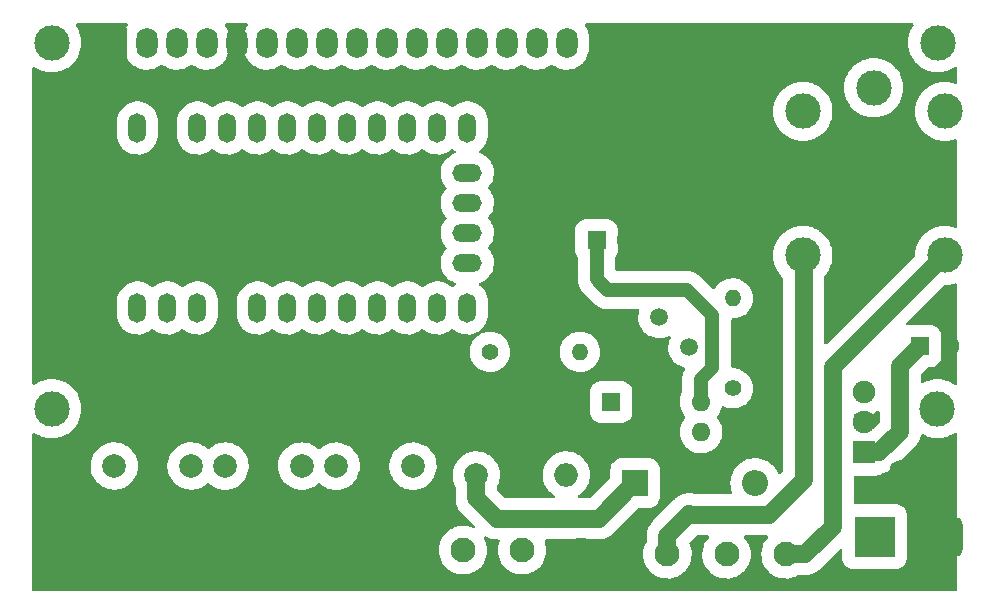
<source format=gbr>
%TF.GenerationSoftware,KiCad,Pcbnew,(6.0.0)*%
%TF.CreationDate,2022-02-01T13:32:59+07:00*%
%TF.ProjectId,egg_pro_mini,6567675f-7072-46f5-9f6d-696e692e6b69,rev?*%
%TF.SameCoordinates,Original*%
%TF.FileFunction,Copper,L2,Bot*%
%TF.FilePolarity,Positive*%
%FSLAX46Y46*%
G04 Gerber Fmt 4.6, Leading zero omitted, Abs format (unit mm)*
G04 Created by KiCad (PCBNEW (6.0.0)) date 2022-02-01 13:32:59*
%MOMM*%
%LPD*%
G01*
G04 APERTURE LIST*
G04 Aperture macros list*
%AMRoundRect*
0 Rectangle with rounded corners*
0 $1 Rounding radius*
0 $2 $3 $4 $5 $6 $7 $8 $9 X,Y pos of 4 corners*
0 Add a 4 corners polygon primitive as box body*
4,1,4,$2,$3,$4,$5,$6,$7,$8,$9,$2,$3,0*
0 Add four circle primitives for the rounded corners*
1,1,$1+$1,$2,$3*
1,1,$1+$1,$4,$5*
1,1,$1+$1,$6,$7*
1,1,$1+$1,$8,$9*
0 Add four rect primitives between the rounded corners*
20,1,$1+$1,$2,$3,$4,$5,0*
20,1,$1+$1,$4,$5,$6,$7,0*
20,1,$1+$1,$6,$7,$8,$9,0*
20,1,$1+$1,$8,$9,$2,$3,0*%
G04 Aperture macros list end*
%TA.AperFunction,ComponentPad*%
%ADD10C,1.400000*%
%TD*%
%TA.AperFunction,ComponentPad*%
%ADD11O,1.400000X1.400000*%
%TD*%
%TA.AperFunction,ComponentPad*%
%ADD12C,2.000000*%
%TD*%
%TA.AperFunction,ComponentPad*%
%ADD13O,2.000000X2.000000*%
%TD*%
%TA.AperFunction,ComponentPad*%
%ADD14O,1.500000X2.500000*%
%TD*%
%TA.AperFunction,ComponentPad*%
%ADD15O,2.500000X1.500000*%
%TD*%
%TA.AperFunction,ComponentPad*%
%ADD16R,1.910000X1.910000*%
%TD*%
%TA.AperFunction,ComponentPad*%
%ADD17C,1.910000*%
%TD*%
%TA.AperFunction,ComponentPad*%
%ADD18C,3.000000*%
%TD*%
%TA.AperFunction,ComponentPad*%
%ADD19R,1.800000X2.600000*%
%TD*%
%TA.AperFunction,ComponentPad*%
%ADD20O,1.800000X2.600000*%
%TD*%
%TA.AperFunction,ComponentPad*%
%ADD21R,3.500000X3.500000*%
%TD*%
%TA.AperFunction,ComponentPad*%
%ADD22RoundRect,0.750000X0.750000X1.000000X-0.750000X1.000000X-0.750000X-1.000000X0.750000X-1.000000X0*%
%TD*%
%TA.AperFunction,ComponentPad*%
%ADD23RoundRect,0.875000X0.875000X0.875000X-0.875000X0.875000X-0.875000X-0.875000X0.875000X-0.875000X0*%
%TD*%
%TA.AperFunction,ComponentPad*%
%ADD24R,1.500000X1.500000*%
%TD*%
%TA.AperFunction,ComponentPad*%
%ADD25C,1.500000*%
%TD*%
%TA.AperFunction,ComponentPad*%
%ADD26C,2.100000*%
%TD*%
%TA.AperFunction,ComponentPad*%
%ADD27R,2.200000X2.200000*%
%TD*%
%TA.AperFunction,ComponentPad*%
%ADD28O,2.200000X2.200000*%
%TD*%
%TA.AperFunction,ComponentPad*%
%ADD29R,1.600000X1.600000*%
%TD*%
%TA.AperFunction,ComponentPad*%
%ADD30O,1.600000X1.600000*%
%TD*%
%TA.AperFunction,ComponentPad*%
%ADD31C,1.600000*%
%TD*%
%TA.AperFunction,Conductor*%
%ADD32C,1.500000*%
%TD*%
%TA.AperFunction,Conductor*%
%ADD33C,1.200000*%
%TD*%
G04 APERTURE END LIST*
D10*
%TO.P,R2,1*%
%TO.N,Net-(R2-Pad1)*%
X160900000Y-83910000D03*
D11*
%TO.P,R2,2*%
%TO.N,Net-(Q1-Pad2)*%
X160900000Y-76290000D03*
%TD*%
D12*
%TO.P,SW3,1,1*%
%TO.N,GND*%
X127320000Y-95010000D03*
X133820000Y-95010000D03*
%TO.P,SW3,2,2*%
%TO.N,D7*%
X127320000Y-90510000D03*
X133820000Y-90510000D03*
%TD*%
%TO.P,R3,1*%
%TO.N,VCC*%
X139180000Y-91250000D03*
D13*
%TO.P,R3,2*%
%TO.N,D8*%
X146800000Y-91250000D03*
%TD*%
D14*
%TO.P,U2,1,D10*%
%TO.N,LD7*%
X138430000Y-61870000D03*
%TO.P,U2,2,D11*%
%TO.N,LD6*%
X135890000Y-61870000D03*
%TO.P,U2,3,D12*%
%TO.N,LD5*%
X133350000Y-61870000D03*
%TO.P,U2,4,D13*%
%TO.N,LD4*%
X130810000Y-61870000D03*
%TO.P,U2,5,A0*%
%TO.N,E*%
X128270000Y-61870000D03*
%TO.P,U2,6,A1*%
%TO.N,RS*%
X125730000Y-61870000D03*
%TO.P,U2,7,A2*%
%TO.N,unconnected-(U2-Pad7)*%
X123190000Y-61870000D03*
%TO.P,U2,8,A3*%
%TO.N,unconnected-(U2-Pad8)*%
X120650000Y-61870000D03*
%TO.P,U2,9,VCC*%
%TO.N,VCC*%
X118110000Y-61870000D03*
%TO.P,U2,10,RST*%
%TO.N,unconnected-(U2-Pad10)*%
X115570000Y-61870000D03*
%TO.P,U2,11,GND*%
%TO.N,GND*%
X113030000Y-61870000D03*
%TO.P,U2,12,RAW*%
%TO.N,VCC*%
X110490000Y-61870000D03*
%TO.P,U2,13,TX*%
%TO.N,unconnected-(U2-Pad13)*%
X110490000Y-77110000D03*
%TO.P,U2,14,RX*%
%TO.N,unconnected-(U2-Pad14)*%
X113030000Y-77110000D03*
%TO.P,U2,15,RST*%
%TO.N,unconnected-(U2-Pad15)*%
X115570000Y-77110000D03*
%TO.P,U2,16,GND*%
%TO.N,GND*%
X118110000Y-77110000D03*
%TO.P,U2,17,D2*%
%TO.N,unconnected-(U2-Pad17)*%
X120650000Y-77110000D03*
%TO.P,U2,18,D3*%
%TO.N,unconnected-(U2-Pad18)*%
X123190000Y-77110000D03*
%TO.P,U2,19,D4*%
%TO.N,unconnected-(U2-Pad19)*%
X125730000Y-77110000D03*
%TO.P,U2,20,D5*%
%TO.N,D5*%
X128270000Y-77110000D03*
%TO.P,U2,21,D6*%
%TO.N,D6*%
X130810000Y-77110000D03*
%TO.P,U2,22,D7*%
%TO.N,D7*%
X133350000Y-77110000D03*
%TO.P,U2,23,D8*%
%TO.N,D8*%
X135890000Y-77110000D03*
%TO.P,U2,24,D9*%
%TO.N,D9*%
X138430000Y-77110000D03*
D15*
%TO.P,U2,25,A4*%
%TO.N,unconnected-(U2-Pad25)*%
X138430000Y-73300000D03*
%TO.P,U2,26,A5*%
%TO.N,unconnected-(U2-Pad26)*%
X138430000Y-70760000D03*
%TO.P,U2,27,A6*%
%TO.N,unconnected-(U2-Pad27)*%
X138430000Y-68220000D03*
%TO.P,U2,28,A7*%
%TO.N,unconnected-(U2-Pad28)*%
X138430000Y-65680000D03*
%TD*%
D16*
%TO.P,U3,1,IN*%
%TO.N,Net-(C1-Pad1)*%
X172008000Y-89350000D03*
D17*
%TO.P,U3,2,GND*%
%TO.N,GND*%
X172008000Y-86800000D03*
%TO.P,U3,3,OUT*%
%TO.N,VCC*%
X172008000Y-84250000D03*
%TD*%
D18*
%TO.P,DS1,*%
%TO.N,*%
X103231125Y-85645700D03*
X178229705Y-85645700D03*
X178230225Y-54645000D03*
X103231125Y-54645000D03*
D19*
%TO.P,DS1,1,VSS*%
%TO.N,GND*%
X108730225Y-54645000D03*
D20*
%TO.P,DS1,2,VDD*%
%TO.N,VCC*%
X111270225Y-54645000D03*
%TO.P,DS1,3,VO*%
X113810225Y-54645000D03*
%TO.P,DS1,4,RS*%
%TO.N,RS*%
X116350225Y-54645000D03*
%TO.P,DS1,5,R/W*%
%TO.N,GND*%
X118890225Y-54645000D03*
%TO.P,DS1,6,E*%
%TO.N,E*%
X121430225Y-54645000D03*
%TO.P,DS1,7,D0*%
%TO.N,unconnected-(DS1-Pad7)*%
X123970225Y-54645000D03*
%TO.P,DS1,8,D1*%
%TO.N,unconnected-(DS1-Pad8)*%
X126510225Y-54645000D03*
%TO.P,DS1,9,D2*%
%TO.N,unconnected-(DS1-Pad9)*%
X129050225Y-54645000D03*
%TO.P,DS1,10,D3*%
%TO.N,unconnected-(DS1-Pad10)*%
X131590225Y-54645000D03*
%TO.P,DS1,11,D4*%
%TO.N,LD4*%
X134130225Y-54645000D03*
%TO.P,DS1,12,D5*%
%TO.N,LD5*%
X136670225Y-54645000D03*
%TO.P,DS1,13,D6*%
%TO.N,LD6*%
X139210225Y-54645000D03*
%TO.P,DS1,14,D7*%
%TO.N,LD7*%
X141750225Y-54645000D03*
%TO.P,DS1,15,LED(+)*%
%TO.N,unconnected-(DS1-Pad15)*%
X144290225Y-54645000D03*
%TO.P,DS1,16,LED(-)*%
%TO.N,unconnected-(DS1-Pad16)*%
X146830225Y-54645000D03*
%TD*%
D21*
%TO.P,J3,1*%
%TO.N,Net-(C1-Pad1)*%
X172900000Y-96467500D03*
D22*
%TO.P,J3,2*%
%TO.N,GND*%
X178900000Y-96467500D03*
D23*
%TO.P,J3,3*%
X175900000Y-91767500D03*
%TD*%
D24*
%TO.P,Q1,1,E*%
%TO.N,GND*%
X152110000Y-80450000D03*
D25*
%TO.P,Q1,2,B*%
%TO.N,Net-(Q1-Pad2)*%
X154650000Y-77910000D03*
%TO.P,Q1,3,C*%
%TO.N,Net-(D1-Pad2)*%
X157190000Y-80450000D03*
%TD*%
D10*
%TO.P,R1,1*%
%TO.N,D9*%
X140330000Y-80830000D03*
D11*
%TO.P,R1,2*%
%TO.N,Net-(R1-Pad2)*%
X147950000Y-80830000D03*
%TD*%
D26*
%TO.P,J2,1,1*%
%TO.N,Net-(J2-Pad1)*%
X155370000Y-97970000D03*
%TO.P,J2,2,2*%
%TO.N,Net-(J2-Pad2)*%
X160370000Y-97970000D03*
%TO.P,J2,3,3*%
%TO.N,Net-(J2-Pad3)*%
X165370000Y-97970000D03*
%TD*%
D27*
%TO.P,D1,1,K*%
%TO.N,VCC*%
X152640000Y-91930000D03*
D28*
%TO.P,D1,2,A*%
%TO.N,Net-(D1-Pad2)*%
X162800000Y-91930000D03*
%TD*%
D29*
%TO.P,U1,1*%
%TO.N,Net-(R1-Pad2)*%
X150600000Y-85075000D03*
D30*
%TO.P,U1,2*%
%TO.N,GND*%
X150600000Y-87615000D03*
%TO.P,U1,3*%
%TO.N,Net-(R2-Pad1)*%
X158220000Y-87615000D03*
%TO.P,U1,4*%
%TO.N,VCC*%
X158220000Y-85075000D03*
%TD*%
D26*
%TO.P,J1,1,1*%
%TO.N,VCC*%
X138060000Y-97620000D03*
%TO.P,J1,2,2*%
%TO.N,D8*%
X143060000Y-97620000D03*
%TO.P,J1,3,3*%
%TO.N,GND*%
X148060000Y-97620000D03*
%TD*%
D12*
%TO.P,SW1,1,1*%
%TO.N,GND*%
X115030000Y-94990000D03*
X108530000Y-94990000D03*
%TO.P,SW1,2,2*%
%TO.N,D5*%
X115030000Y-90490000D03*
X108530000Y-90490000D03*
%TD*%
%TO.P,SW2,1,1*%
%TO.N,GND*%
X117900000Y-95000000D03*
X124400000Y-95000000D03*
%TO.P,SW2,2,2*%
%TO.N,D6*%
X124400000Y-90500000D03*
X117900000Y-90500000D03*
%TD*%
D18*
%TO.P,K1,11*%
%TO.N,Net-(J2-Pad2)*%
X172830000Y-58470000D03*
%TO.P,K1,12*%
%TO.N,Net-(J2-Pad1)*%
X166830000Y-72670000D03*
%TO.P,K1,14*%
%TO.N,Net-(J2-Pad3)*%
X178830000Y-72670000D03*
%TO.P,K1,A1*%
%TO.N,VCC*%
X178830000Y-60470000D03*
%TO.P,K1,A2*%
%TO.N,Net-(D1-Pad2)*%
X166830000Y-60470000D03*
%TD*%
D29*
%TO.P,C3,1*%
%TO.N,VCC*%
X149364888Y-71380000D03*
D31*
%TO.P,C3,2*%
%TO.N,GND*%
X151864888Y-71380000D03*
%TD*%
D29*
%TO.P,C1,1*%
%TO.N,Net-(C1-Pad1)*%
X176754888Y-80340000D03*
D31*
%TO.P,C1,2*%
%TO.N,GND*%
X179254888Y-80340000D03*
%TD*%
D32*
%TO.N,Net-(C1-Pad1)*%
X175080000Y-82014888D02*
X176754888Y-80340000D01*
X173310000Y-89350000D02*
X175080000Y-87580000D01*
X172008000Y-89350000D02*
X173310000Y-89350000D01*
X175080000Y-87580000D02*
X175080000Y-82014888D01*
%TO.N,GND*%
X118110000Y-77110000D02*
X118110000Y-73670000D01*
X118110000Y-73670000D02*
X113030000Y-68590000D01*
X118110000Y-77110000D02*
X118110000Y-81940000D01*
X120740000Y-94180000D02*
X119920000Y-95000000D01*
X120740000Y-84570000D02*
X120740000Y-94180000D01*
X118110000Y-81940000D02*
X120740000Y-84570000D01*
X113030000Y-68590000D02*
X113030000Y-61870000D01*
X119920000Y-95000000D02*
X117900000Y-95000000D01*
%TO.N,VCC*%
X149530000Y-94950000D02*
X152550000Y-91930000D01*
D33*
X159180000Y-77740000D02*
X159180000Y-82180000D01*
D32*
X152550000Y-91930000D02*
X152640000Y-91930000D01*
D33*
X158220000Y-83140000D02*
X158220000Y-85075000D01*
X159180000Y-82180000D02*
X158220000Y-83140000D01*
D32*
X140910000Y-94950000D02*
X149530000Y-94950000D01*
D33*
X149364888Y-74684888D02*
X150270000Y-75590000D01*
D32*
X139180000Y-93220000D02*
X140910000Y-94950000D01*
D33*
X150270000Y-75590000D02*
X157030000Y-75590000D01*
D32*
X139180000Y-91250000D02*
X139180000Y-93220000D01*
D33*
X149364888Y-71380000D02*
X149364888Y-74684888D01*
X157030000Y-75590000D02*
X159180000Y-77740000D01*
D32*
%TO.N,Net-(J2-Pad1)*%
X155370000Y-96380000D02*
X155370000Y-97970000D01*
X163960000Y-94610000D02*
X157260000Y-94610000D01*
X157200000Y-94550000D02*
X155370000Y-96380000D01*
X166830000Y-72670000D02*
X166890000Y-72730000D01*
X166890000Y-72730000D02*
X166890000Y-91680000D01*
X166890000Y-91680000D02*
X163960000Y-94610000D01*
X157260000Y-94610000D02*
X157200000Y-94550000D01*
%TO.N,Net-(J2-Pad3)*%
X178830000Y-72670000D02*
X169380000Y-82120000D01*
X169380000Y-95620000D02*
X167030000Y-97970000D01*
X169380000Y-82120000D02*
X169380000Y-95620000D01*
X167030000Y-97970000D02*
X165370000Y-97970000D01*
%TD*%
%TA.AperFunction,Conductor*%
%TO.N,GND*%
G36*
X109641192Y-53030002D02*
G01*
X109687685Y-53083658D01*
X109697789Y-53153932D01*
X109676599Y-53207819D01*
X109630009Y-53274979D01*
X109507160Y-53521914D01*
X109421245Y-53783998D01*
X109420465Y-53788489D01*
X109420465Y-53788490D01*
X109379935Y-54021921D01*
X109374063Y-54055738D01*
X109369725Y-54142876D01*
X109369725Y-55115070D01*
X109369890Y-55117338D01*
X109369890Y-55117350D01*
X109378095Y-55230425D01*
X109384600Y-55320083D01*
X109385584Y-55324538D01*
X109385584Y-55324541D01*
X109426604Y-55510335D01*
X109444061Y-55589403D01*
X109541776Y-55847319D01*
X109675700Y-56088428D01*
X109843027Y-56307678D01*
X109846293Y-56310871D01*
X109846295Y-56310873D01*
X110036983Y-56497283D01*
X110036988Y-56497287D01*
X110040251Y-56500477D01*
X110043943Y-56503164D01*
X110043945Y-56503166D01*
X110194285Y-56612595D01*
X110263241Y-56662787D01*
X110507326Y-56791206D01*
X110767393Y-56883045D01*
X110867099Y-56902697D01*
X111033521Y-56935499D01*
X111033527Y-56935500D01*
X111037993Y-56936380D01*
X111042547Y-56936607D01*
X111042549Y-56936607D01*
X111308889Y-56949867D01*
X111308895Y-56949867D01*
X111313458Y-56950094D01*
X111588017Y-56923898D01*
X111592451Y-56922813D01*
X111592457Y-56922812D01*
X111851481Y-56859429D01*
X111855919Y-56858343D01*
X112111551Y-56754801D01*
X112115481Y-56752500D01*
X112115487Y-56752497D01*
X112345628Y-56617745D01*
X112345635Y-56617740D01*
X112349560Y-56615442D01*
X112459641Y-56527408D01*
X112525334Y-56500484D01*
X112595155Y-56513350D01*
X112612484Y-56523939D01*
X112628145Y-56535338D01*
X112734285Y-56612595D01*
X112803241Y-56662787D01*
X113047326Y-56791206D01*
X113307393Y-56883045D01*
X113407099Y-56902697D01*
X113573521Y-56935499D01*
X113573527Y-56935500D01*
X113577993Y-56936380D01*
X113582547Y-56936607D01*
X113582549Y-56936607D01*
X113848889Y-56949867D01*
X113848895Y-56949867D01*
X113853458Y-56950094D01*
X114128017Y-56923898D01*
X114132451Y-56922813D01*
X114132457Y-56922812D01*
X114391481Y-56859429D01*
X114395919Y-56858343D01*
X114651551Y-56754801D01*
X114655481Y-56752500D01*
X114655487Y-56752497D01*
X114885628Y-56617745D01*
X114885635Y-56617740D01*
X114889560Y-56615442D01*
X114999641Y-56527408D01*
X115065334Y-56500484D01*
X115135155Y-56513350D01*
X115152484Y-56523939D01*
X115168145Y-56535338D01*
X115274285Y-56612595D01*
X115343241Y-56662787D01*
X115587326Y-56791206D01*
X115847393Y-56883045D01*
X115947099Y-56902697D01*
X116113521Y-56935499D01*
X116113527Y-56935500D01*
X116117993Y-56936380D01*
X116122547Y-56936607D01*
X116122549Y-56936607D01*
X116388889Y-56949867D01*
X116388895Y-56949867D01*
X116393458Y-56950094D01*
X116668017Y-56923898D01*
X116672451Y-56922813D01*
X116672457Y-56922812D01*
X116931481Y-56859429D01*
X116935919Y-56858343D01*
X117191551Y-56754801D01*
X117195481Y-56752500D01*
X117195487Y-56752497D01*
X117425628Y-56617745D01*
X117425635Y-56617740D01*
X117429560Y-56615442D01*
X117644957Y-56443184D01*
X117720039Y-56362809D01*
X117830117Y-56244972D01*
X117830119Y-56244969D01*
X117833233Y-56241636D01*
X117990441Y-56015021D01*
X118012840Y-55969997D01*
X118111257Y-55772173D01*
X118111258Y-55772170D01*
X118113290Y-55768086D01*
X118199205Y-55506002D01*
X118231486Y-55320083D01*
X118245731Y-55238043D01*
X118245732Y-55238035D01*
X118246387Y-55234262D01*
X118250725Y-55147124D01*
X118250725Y-54174930D01*
X118248514Y-54144446D01*
X118236180Y-53974468D01*
X118235850Y-53969917D01*
X118194803Y-53783998D01*
X118177373Y-53705053D01*
X118177372Y-53705050D01*
X118176389Y-53700597D01*
X118078674Y-53442681D01*
X117944750Y-53201572D01*
X117945444Y-53201187D01*
X117926030Y-53137045D01*
X117945467Y-53068761D01*
X117998735Y-53021824D01*
X118052026Y-53010000D01*
X119733071Y-53010000D01*
X119801192Y-53030002D01*
X119847685Y-53083658D01*
X119857789Y-53153932D01*
X119836599Y-53207819D01*
X119790009Y-53274979D01*
X119667160Y-53521914D01*
X119581245Y-53783998D01*
X119580465Y-53788489D01*
X119580465Y-53788490D01*
X119539935Y-54021921D01*
X119534063Y-54055738D01*
X119529725Y-54142876D01*
X119529725Y-55115070D01*
X119529890Y-55117338D01*
X119529890Y-55117350D01*
X119538095Y-55230425D01*
X119544600Y-55320083D01*
X119545584Y-55324538D01*
X119545584Y-55324541D01*
X119586604Y-55510335D01*
X119604061Y-55589403D01*
X119701776Y-55847319D01*
X119835700Y-56088428D01*
X120003027Y-56307678D01*
X120006293Y-56310871D01*
X120006295Y-56310873D01*
X120196983Y-56497283D01*
X120196988Y-56497287D01*
X120200251Y-56500477D01*
X120203943Y-56503164D01*
X120203945Y-56503166D01*
X120354285Y-56612595D01*
X120423241Y-56662787D01*
X120667326Y-56791206D01*
X120927393Y-56883045D01*
X121027099Y-56902697D01*
X121193521Y-56935499D01*
X121193527Y-56935500D01*
X121197993Y-56936380D01*
X121202547Y-56936607D01*
X121202549Y-56936607D01*
X121468889Y-56949867D01*
X121468895Y-56949867D01*
X121473458Y-56950094D01*
X121748017Y-56923898D01*
X121752451Y-56922813D01*
X121752457Y-56922812D01*
X122011481Y-56859429D01*
X122015919Y-56858343D01*
X122271551Y-56754801D01*
X122275481Y-56752500D01*
X122275487Y-56752497D01*
X122505628Y-56617745D01*
X122505635Y-56617740D01*
X122509560Y-56615442D01*
X122619641Y-56527408D01*
X122685334Y-56500484D01*
X122755155Y-56513350D01*
X122772484Y-56523939D01*
X122788145Y-56535338D01*
X122894285Y-56612595D01*
X122963241Y-56662787D01*
X123207326Y-56791206D01*
X123467393Y-56883045D01*
X123567099Y-56902697D01*
X123733521Y-56935499D01*
X123733527Y-56935500D01*
X123737993Y-56936380D01*
X123742547Y-56936607D01*
X123742549Y-56936607D01*
X124008889Y-56949867D01*
X124008895Y-56949867D01*
X124013458Y-56950094D01*
X124288017Y-56923898D01*
X124292451Y-56922813D01*
X124292457Y-56922812D01*
X124551481Y-56859429D01*
X124555919Y-56858343D01*
X124811551Y-56754801D01*
X124815481Y-56752500D01*
X124815487Y-56752497D01*
X125045628Y-56617745D01*
X125045635Y-56617740D01*
X125049560Y-56615442D01*
X125159641Y-56527408D01*
X125225334Y-56500484D01*
X125295155Y-56513350D01*
X125312484Y-56523939D01*
X125328145Y-56535338D01*
X125434285Y-56612595D01*
X125503241Y-56662787D01*
X125747326Y-56791206D01*
X126007393Y-56883045D01*
X126107099Y-56902697D01*
X126273521Y-56935499D01*
X126273527Y-56935500D01*
X126277993Y-56936380D01*
X126282547Y-56936607D01*
X126282549Y-56936607D01*
X126548889Y-56949867D01*
X126548895Y-56949867D01*
X126553458Y-56950094D01*
X126828017Y-56923898D01*
X126832451Y-56922813D01*
X126832457Y-56922812D01*
X127091481Y-56859429D01*
X127095919Y-56858343D01*
X127351551Y-56754801D01*
X127355481Y-56752500D01*
X127355487Y-56752497D01*
X127585628Y-56617745D01*
X127585635Y-56617740D01*
X127589560Y-56615442D01*
X127699641Y-56527408D01*
X127765334Y-56500484D01*
X127835155Y-56513350D01*
X127852484Y-56523939D01*
X127868145Y-56535338D01*
X127974285Y-56612595D01*
X128043241Y-56662787D01*
X128287326Y-56791206D01*
X128547393Y-56883045D01*
X128647099Y-56902697D01*
X128813521Y-56935499D01*
X128813527Y-56935500D01*
X128817993Y-56936380D01*
X128822547Y-56936607D01*
X128822549Y-56936607D01*
X129088889Y-56949867D01*
X129088895Y-56949867D01*
X129093458Y-56950094D01*
X129368017Y-56923898D01*
X129372451Y-56922813D01*
X129372457Y-56922812D01*
X129631481Y-56859429D01*
X129635919Y-56858343D01*
X129891551Y-56754801D01*
X129895481Y-56752500D01*
X129895487Y-56752497D01*
X130125628Y-56617745D01*
X130125635Y-56617740D01*
X130129560Y-56615442D01*
X130239641Y-56527408D01*
X130305334Y-56500484D01*
X130375155Y-56513350D01*
X130392484Y-56523939D01*
X130408145Y-56535338D01*
X130514285Y-56612595D01*
X130583241Y-56662787D01*
X130827326Y-56791206D01*
X131087393Y-56883045D01*
X131187099Y-56902697D01*
X131353521Y-56935499D01*
X131353527Y-56935500D01*
X131357993Y-56936380D01*
X131362547Y-56936607D01*
X131362549Y-56936607D01*
X131628889Y-56949867D01*
X131628895Y-56949867D01*
X131633458Y-56950094D01*
X131908017Y-56923898D01*
X131912451Y-56922813D01*
X131912457Y-56922812D01*
X132171481Y-56859429D01*
X132175919Y-56858343D01*
X132431551Y-56754801D01*
X132435481Y-56752500D01*
X132435487Y-56752497D01*
X132665628Y-56617745D01*
X132665635Y-56617740D01*
X132669560Y-56615442D01*
X132779641Y-56527408D01*
X132845334Y-56500484D01*
X132915155Y-56513350D01*
X132932484Y-56523939D01*
X132948145Y-56535338D01*
X133054285Y-56612595D01*
X133123241Y-56662787D01*
X133367326Y-56791206D01*
X133627393Y-56883045D01*
X133727099Y-56902697D01*
X133893521Y-56935499D01*
X133893527Y-56935500D01*
X133897993Y-56936380D01*
X133902547Y-56936607D01*
X133902549Y-56936607D01*
X134168889Y-56949867D01*
X134168895Y-56949867D01*
X134173458Y-56950094D01*
X134448017Y-56923898D01*
X134452451Y-56922813D01*
X134452457Y-56922812D01*
X134711481Y-56859429D01*
X134715919Y-56858343D01*
X134971551Y-56754801D01*
X134975481Y-56752500D01*
X134975487Y-56752497D01*
X135205628Y-56617745D01*
X135205635Y-56617740D01*
X135209560Y-56615442D01*
X135319641Y-56527408D01*
X135385334Y-56500484D01*
X135455155Y-56513350D01*
X135472484Y-56523939D01*
X135488145Y-56535338D01*
X135594285Y-56612595D01*
X135663241Y-56662787D01*
X135907326Y-56791206D01*
X136167393Y-56883045D01*
X136267099Y-56902697D01*
X136433521Y-56935499D01*
X136433527Y-56935500D01*
X136437993Y-56936380D01*
X136442547Y-56936607D01*
X136442549Y-56936607D01*
X136708889Y-56949867D01*
X136708895Y-56949867D01*
X136713458Y-56950094D01*
X136988017Y-56923898D01*
X136992451Y-56922813D01*
X136992457Y-56922812D01*
X137251481Y-56859429D01*
X137255919Y-56858343D01*
X137511551Y-56754801D01*
X137515481Y-56752500D01*
X137515487Y-56752497D01*
X137745628Y-56617745D01*
X137745635Y-56617740D01*
X137749560Y-56615442D01*
X137859641Y-56527408D01*
X137925334Y-56500484D01*
X137995155Y-56513350D01*
X138012484Y-56523939D01*
X138028145Y-56535338D01*
X138134285Y-56612595D01*
X138203241Y-56662787D01*
X138447326Y-56791206D01*
X138707393Y-56883045D01*
X138807099Y-56902697D01*
X138973521Y-56935499D01*
X138973527Y-56935500D01*
X138977993Y-56936380D01*
X138982547Y-56936607D01*
X138982549Y-56936607D01*
X139248889Y-56949867D01*
X139248895Y-56949867D01*
X139253458Y-56950094D01*
X139528017Y-56923898D01*
X139532451Y-56922813D01*
X139532457Y-56922812D01*
X139791481Y-56859429D01*
X139795919Y-56858343D01*
X140051551Y-56754801D01*
X140055481Y-56752500D01*
X140055487Y-56752497D01*
X140285628Y-56617745D01*
X140285635Y-56617740D01*
X140289560Y-56615442D01*
X140399641Y-56527408D01*
X140465334Y-56500484D01*
X140535155Y-56513350D01*
X140552484Y-56523939D01*
X140568145Y-56535338D01*
X140674285Y-56612595D01*
X140743241Y-56662787D01*
X140987326Y-56791206D01*
X141247393Y-56883045D01*
X141347099Y-56902697D01*
X141513521Y-56935499D01*
X141513527Y-56935500D01*
X141517993Y-56936380D01*
X141522547Y-56936607D01*
X141522549Y-56936607D01*
X141788889Y-56949867D01*
X141788895Y-56949867D01*
X141793458Y-56950094D01*
X142068017Y-56923898D01*
X142072451Y-56922813D01*
X142072457Y-56922812D01*
X142331481Y-56859429D01*
X142335919Y-56858343D01*
X142591551Y-56754801D01*
X142595481Y-56752500D01*
X142595487Y-56752497D01*
X142825628Y-56617745D01*
X142825635Y-56617740D01*
X142829560Y-56615442D01*
X142939641Y-56527408D01*
X143005334Y-56500484D01*
X143075155Y-56513350D01*
X143092484Y-56523939D01*
X143108145Y-56535338D01*
X143214285Y-56612595D01*
X143283241Y-56662787D01*
X143527326Y-56791206D01*
X143787393Y-56883045D01*
X143887099Y-56902697D01*
X144053521Y-56935499D01*
X144053527Y-56935500D01*
X144057993Y-56936380D01*
X144062547Y-56936607D01*
X144062549Y-56936607D01*
X144328889Y-56949867D01*
X144328895Y-56949867D01*
X144333458Y-56950094D01*
X144608017Y-56923898D01*
X144612451Y-56922813D01*
X144612457Y-56922812D01*
X144871481Y-56859429D01*
X144875919Y-56858343D01*
X145131551Y-56754801D01*
X145135481Y-56752500D01*
X145135487Y-56752497D01*
X145365628Y-56617745D01*
X145365635Y-56617740D01*
X145369560Y-56615442D01*
X145479641Y-56527408D01*
X145545334Y-56500484D01*
X145615155Y-56513350D01*
X145632484Y-56523939D01*
X145648145Y-56535338D01*
X145754285Y-56612595D01*
X145823241Y-56662787D01*
X146067326Y-56791206D01*
X146327393Y-56883045D01*
X146427099Y-56902697D01*
X146593521Y-56935499D01*
X146593527Y-56935500D01*
X146597993Y-56936380D01*
X146602547Y-56936607D01*
X146602549Y-56936607D01*
X146868889Y-56949867D01*
X146868895Y-56949867D01*
X146873458Y-56950094D01*
X147148017Y-56923898D01*
X147152451Y-56922813D01*
X147152457Y-56922812D01*
X147411481Y-56859429D01*
X147415919Y-56858343D01*
X147671551Y-56754801D01*
X147675481Y-56752500D01*
X147675487Y-56752497D01*
X147905628Y-56617745D01*
X147905635Y-56617740D01*
X147909560Y-56615442D01*
X148124957Y-56443184D01*
X148200039Y-56362809D01*
X148310117Y-56244972D01*
X148310119Y-56244969D01*
X148313233Y-56241636D01*
X148470441Y-56015021D01*
X148492840Y-55969997D01*
X148591257Y-55772173D01*
X148591258Y-55772170D01*
X148593290Y-55768086D01*
X148679205Y-55506002D01*
X148711486Y-55320083D01*
X148725731Y-55238043D01*
X148725732Y-55238035D01*
X148726387Y-55234262D01*
X148730725Y-55147124D01*
X148730725Y-54174930D01*
X148728514Y-54144446D01*
X148716180Y-53974468D01*
X148715850Y-53969917D01*
X148674803Y-53783998D01*
X148657373Y-53705053D01*
X148657372Y-53705050D01*
X148656389Y-53700597D01*
X148558674Y-53442681D01*
X148424750Y-53201572D01*
X148425444Y-53201187D01*
X148406030Y-53137045D01*
X148425467Y-53068761D01*
X148478735Y-53021824D01*
X148532026Y-53010000D01*
X176077108Y-53010000D01*
X176145229Y-53030002D01*
X176191722Y-53083658D01*
X176201826Y-53153932D01*
X176183494Y-53203512D01*
X176034688Y-53437993D01*
X176033004Y-53441572D01*
X176033000Y-53441579D01*
X175909019Y-53705053D01*
X175900722Y-53722685D01*
X175803494Y-54021921D01*
X175744537Y-54330985D01*
X175724781Y-54645000D01*
X175744537Y-54959015D01*
X175803494Y-55268079D01*
X175900722Y-55567315D01*
X175902409Y-55570901D01*
X175902411Y-55570905D01*
X176033000Y-55848421D01*
X176033004Y-55848428D01*
X176034688Y-55852007D01*
X176203278Y-56117663D01*
X176205803Y-56120715D01*
X176360473Y-56307678D01*
X176403835Y-56360094D01*
X176633195Y-56575478D01*
X176636397Y-56577805D01*
X176636399Y-56577806D01*
X176884532Y-56758085D01*
X176884537Y-56758088D01*
X176887741Y-56760416D01*
X176946507Y-56792723D01*
X177108044Y-56881529D01*
X177163459Y-56911994D01*
X177259689Y-56950094D01*
X177452317Y-57026361D01*
X177452320Y-57026362D01*
X177456000Y-57027819D01*
X177459834Y-57028803D01*
X177459842Y-57028806D01*
X177648299Y-57077193D01*
X177760752Y-57106066D01*
X177764680Y-57106562D01*
X177764684Y-57106563D01*
X177888600Y-57122217D01*
X178072907Y-57145500D01*
X178387543Y-57145500D01*
X178571850Y-57122217D01*
X178695766Y-57106563D01*
X178695770Y-57106562D01*
X178699698Y-57106066D01*
X178812151Y-57077193D01*
X179000608Y-57028806D01*
X179000616Y-57028803D01*
X179004450Y-57027819D01*
X179008130Y-57026362D01*
X179008133Y-57026361D01*
X179200761Y-56950094D01*
X179296991Y-56911994D01*
X179352407Y-56881529D01*
X179513943Y-56792723D01*
X179572709Y-56760416D01*
X179669940Y-56689774D01*
X179736807Y-56665916D01*
X179805958Y-56681996D01*
X179855438Y-56732910D01*
X179870000Y-56791710D01*
X179870000Y-58007005D01*
X179849998Y-58075126D01*
X179796342Y-58121619D01*
X179726068Y-58131723D01*
X179697616Y-58124157D01*
X179607908Y-58088639D01*
X179607905Y-58088638D01*
X179604225Y-58087181D01*
X179600391Y-58086197D01*
X179600383Y-58086194D01*
X179411926Y-58037807D01*
X179299473Y-58008934D01*
X179295545Y-58008438D01*
X179295541Y-58008437D01*
X179171625Y-57992783D01*
X178987318Y-57969500D01*
X178672682Y-57969500D01*
X178488375Y-57992783D01*
X178364459Y-58008437D01*
X178364455Y-58008438D01*
X178360527Y-58008934D01*
X178248074Y-58037807D01*
X178059617Y-58086194D01*
X178059609Y-58086197D01*
X178055775Y-58087181D01*
X178052095Y-58088638D01*
X178052092Y-58088639D01*
X177922637Y-58139894D01*
X177763234Y-58203006D01*
X177487516Y-58354584D01*
X177484312Y-58356912D01*
X177484307Y-58356915D01*
X177328659Y-58470000D01*
X177232970Y-58539522D01*
X177003610Y-58754906D01*
X176803053Y-58997337D01*
X176634463Y-59262993D01*
X176632779Y-59266572D01*
X176632775Y-59266579D01*
X176571919Y-59395905D01*
X176500497Y-59547685D01*
X176403269Y-59846921D01*
X176344312Y-60155985D01*
X176324556Y-60470000D01*
X176344312Y-60784015D01*
X176403269Y-61093079D01*
X176500497Y-61392315D01*
X176502184Y-61395901D01*
X176502186Y-61395905D01*
X176632775Y-61673421D01*
X176632779Y-61673428D01*
X176634463Y-61677007D01*
X176803053Y-61942663D01*
X177003610Y-62185094D01*
X177232970Y-62400478D01*
X177236172Y-62402805D01*
X177236174Y-62402806D01*
X177484307Y-62583085D01*
X177484312Y-62583088D01*
X177487516Y-62585416D01*
X177763234Y-62736994D01*
X177922637Y-62800106D01*
X178052092Y-62851361D01*
X178052095Y-62851362D01*
X178055775Y-62852819D01*
X178059609Y-62853803D01*
X178059617Y-62853806D01*
X178248074Y-62902193D01*
X178360527Y-62931066D01*
X178364455Y-62931562D01*
X178364459Y-62931563D01*
X178488375Y-62947217D01*
X178672682Y-62970500D01*
X178987318Y-62970500D01*
X179171625Y-62947217D01*
X179295541Y-62931563D01*
X179295545Y-62931562D01*
X179299473Y-62931066D01*
X179411926Y-62902193D01*
X179600383Y-62853806D01*
X179600391Y-62853803D01*
X179604225Y-62852819D01*
X179607905Y-62851362D01*
X179607908Y-62851361D01*
X179697616Y-62815843D01*
X179768317Y-62809364D01*
X179831297Y-62842136D01*
X179866561Y-62903756D01*
X179870000Y-62932995D01*
X179870000Y-70207005D01*
X179849998Y-70275126D01*
X179796342Y-70321619D01*
X179726068Y-70331723D01*
X179697616Y-70324157D01*
X179607908Y-70288639D01*
X179607905Y-70288638D01*
X179604225Y-70287181D01*
X179600391Y-70286197D01*
X179600383Y-70286194D01*
X179411926Y-70237807D01*
X179299473Y-70208934D01*
X179295545Y-70208438D01*
X179295541Y-70208437D01*
X179171625Y-70192783D01*
X178987318Y-70169500D01*
X178672682Y-70169500D01*
X178488375Y-70192783D01*
X178364459Y-70208437D01*
X178364455Y-70208438D01*
X178360527Y-70208934D01*
X178248074Y-70237807D01*
X178059617Y-70286194D01*
X178059609Y-70286197D01*
X178055775Y-70287181D01*
X178052095Y-70288638D01*
X178052092Y-70288639D01*
X177922637Y-70339894D01*
X177763234Y-70403006D01*
X177487516Y-70554584D01*
X177484312Y-70556912D01*
X177484307Y-70556915D01*
X177345847Y-70657512D01*
X177232970Y-70739522D01*
X177003610Y-70954906D01*
X176803053Y-71197337D01*
X176634463Y-71462993D01*
X176632779Y-71466572D01*
X176632775Y-71466579D01*
X176547996Y-71646744D01*
X176500497Y-71747685D01*
X176403269Y-72046921D01*
X176344312Y-72355985D01*
X176331532Y-72559127D01*
X176325541Y-72654350D01*
X176301302Y-72721081D01*
X176288885Y-72735534D01*
X168855595Y-80168824D01*
X168793283Y-80202850D01*
X168722468Y-80197785D01*
X168665632Y-80155238D01*
X168640821Y-80088718D01*
X168640500Y-80079729D01*
X168640500Y-74449666D01*
X168660502Y-74381545D01*
X168669415Y-74369351D01*
X168854416Y-74145723D01*
X168854422Y-74145715D01*
X168856947Y-74142663D01*
X169025537Y-73877007D01*
X169027221Y-73873428D01*
X169027225Y-73873421D01*
X169157814Y-73595905D01*
X169157816Y-73595901D01*
X169159503Y-73592315D01*
X169256731Y-73293079D01*
X169315688Y-72984015D01*
X169335444Y-72670000D01*
X169315688Y-72355985D01*
X169256731Y-72046921D01*
X169159503Y-71747685D01*
X169112004Y-71646744D01*
X169027225Y-71466579D01*
X169027221Y-71466572D01*
X169025537Y-71462993D01*
X168856947Y-71197337D01*
X168656390Y-70954906D01*
X168427030Y-70739522D01*
X168314153Y-70657512D01*
X168175693Y-70556915D01*
X168175688Y-70556912D01*
X168172484Y-70554584D01*
X167896766Y-70403006D01*
X167737363Y-70339894D01*
X167607908Y-70288639D01*
X167607905Y-70288638D01*
X167604225Y-70287181D01*
X167600391Y-70286197D01*
X167600383Y-70286194D01*
X167411926Y-70237807D01*
X167299473Y-70208934D01*
X167295545Y-70208438D01*
X167295541Y-70208437D01*
X167171625Y-70192783D01*
X166987318Y-70169500D01*
X166672682Y-70169500D01*
X166488375Y-70192783D01*
X166364459Y-70208437D01*
X166364455Y-70208438D01*
X166360527Y-70208934D01*
X166248074Y-70237807D01*
X166059617Y-70286194D01*
X166059609Y-70286197D01*
X166055775Y-70287181D01*
X166052095Y-70288638D01*
X166052092Y-70288639D01*
X165922637Y-70339894D01*
X165763234Y-70403006D01*
X165487516Y-70554584D01*
X165484312Y-70556912D01*
X165484307Y-70556915D01*
X165345847Y-70657512D01*
X165232970Y-70739522D01*
X165003610Y-70954906D01*
X164803053Y-71197337D01*
X164634463Y-71462993D01*
X164632779Y-71466572D01*
X164632775Y-71466579D01*
X164547996Y-71646744D01*
X164500497Y-71747685D01*
X164403269Y-72046921D01*
X164344312Y-72355985D01*
X164324556Y-72670000D01*
X164344312Y-72984015D01*
X164403269Y-73293079D01*
X164500497Y-73592315D01*
X164502184Y-73595901D01*
X164502186Y-73595905D01*
X164632775Y-73873421D01*
X164632779Y-73873428D01*
X164634463Y-73877007D01*
X164803053Y-74142663D01*
X164806470Y-74146793D01*
X164989986Y-74368625D01*
X165003610Y-74385094D01*
X165006500Y-74387808D01*
X165006501Y-74387809D01*
X165099753Y-74475379D01*
X165135719Y-74536592D01*
X165139500Y-74567229D01*
X165139500Y-90902729D01*
X165119498Y-90970850D01*
X165102595Y-90991824D01*
X164943627Y-91150792D01*
X164881315Y-91184818D01*
X164810500Y-91179753D01*
X164753664Y-91137206D01*
X164735760Y-91103760D01*
X164732248Y-91093842D01*
X164600891Y-90839342D01*
X164598428Y-90835837D01*
X164438673Y-90608529D01*
X164438668Y-90608523D01*
X164436209Y-90605024D01*
X164284211Y-90441454D01*
X164244172Y-90398367D01*
X164244169Y-90398364D01*
X164241251Y-90395224D01*
X164237935Y-90392510D01*
X164237932Y-90392507D01*
X164090041Y-90271460D01*
X164019623Y-90213823D01*
X163775427Y-90064180D01*
X163757419Y-90056275D01*
X163517110Y-89950786D01*
X163517106Y-89950785D01*
X163513182Y-89949062D01*
X163237739Y-89870600D01*
X163020631Y-89839701D01*
X162958448Y-89830851D01*
X162958446Y-89830851D01*
X162954196Y-89830246D01*
X162802333Y-89829451D01*
X162672086Y-89828769D01*
X162672080Y-89828769D01*
X162667800Y-89828747D01*
X162663556Y-89829306D01*
X162663552Y-89829306D01*
X162580546Y-89840234D01*
X162383851Y-89866129D01*
X162379711Y-89867262D01*
X162379709Y-89867262D01*
X162363209Y-89871776D01*
X162107602Y-89941702D01*
X162103654Y-89943386D01*
X161848117Y-90052382D01*
X161848113Y-90052384D01*
X161844165Y-90054068D01*
X161598415Y-90201146D01*
X161595064Y-90203830D01*
X161595062Y-90203832D01*
X161497420Y-90282058D01*
X161374900Y-90380215D01*
X161254795Y-90506779D01*
X161196320Y-90568399D01*
X161177755Y-90587962D01*
X161010629Y-90820543D01*
X160876614Y-91073653D01*
X160853357Y-91137206D01*
X160796711Y-91292000D01*
X160778190Y-91342610D01*
X160717178Y-91622436D01*
X160694707Y-91907953D01*
X160711194Y-92193878D01*
X160712019Y-92198083D01*
X160712020Y-92198091D01*
X160729015Y-92284714D01*
X160766332Y-92474920D01*
X160767719Y-92478970D01*
X160767720Y-92478975D01*
X160840890Y-92692686D01*
X160844032Y-92763613D01*
X160808329Y-92824980D01*
X160745116Y-92857302D01*
X160721683Y-92859500D01*
X157681951Y-92859500D01*
X157656295Y-92856860D01*
X157612607Y-92847773D01*
X157605126Y-92845977D01*
X157539462Y-92828075D01*
X157539463Y-92828075D01*
X157534947Y-92826844D01*
X157530306Y-92826295D01*
X157530302Y-92826294D01*
X157503943Y-92823175D01*
X157487125Y-92821184D01*
X157476289Y-92819419D01*
X157440025Y-92811876D01*
X157433709Y-92810562D01*
X157433708Y-92810562D01*
X157429127Y-92809609D01*
X157424459Y-92809344D01*
X157424452Y-92809343D01*
X157375386Y-92806557D01*
X157356476Y-92805483D01*
X157348829Y-92804815D01*
X157276570Y-92796263D01*
X157240390Y-92797368D01*
X157228441Y-92797733D01*
X157217452Y-92797589D01*
X157174040Y-92795124D01*
X157174034Y-92795124D01*
X157169364Y-92794859D01*
X157136259Y-92797901D01*
X157096902Y-92801517D01*
X157089222Y-92801987D01*
X157021190Y-92804066D01*
X157016510Y-92804209D01*
X157011909Y-92805041D01*
X157011899Y-92805042D01*
X156969129Y-92812776D01*
X156958241Y-92814258D01*
X156914928Y-92818238D01*
X156914923Y-92818239D01*
X156910274Y-92818666D01*
X156905735Y-92819777D01*
X156905733Y-92819777D01*
X156839586Y-92835963D01*
X156832063Y-92837562D01*
X156760481Y-92850506D01*
X156714874Y-92865987D01*
X156704344Y-92869056D01*
X156657550Y-92880507D01*
X156653222Y-92882278D01*
X156653221Y-92882278D01*
X156590197Y-92908062D01*
X156582988Y-92910757D01*
X156529342Y-92928967D01*
X156514107Y-92934139D01*
X156509956Y-92936277D01*
X156471297Y-92956187D01*
X156461317Y-92960788D01*
X156416741Y-92979025D01*
X156412723Y-92981416D01*
X156412720Y-92981417D01*
X156354217Y-93016223D01*
X156347485Y-93019954D01*
X156286970Y-93051121D01*
X156286966Y-93051123D01*
X156282802Y-93053268D01*
X156279005Y-93056001D01*
X156279004Y-93056002D01*
X156243711Y-93081409D01*
X156234525Y-93087431D01*
X156193139Y-93112054D01*
X156136778Y-93158103D01*
X156130716Y-93162755D01*
X156071646Y-93205279D01*
X156068295Y-93208544D01*
X156068292Y-93208546D01*
X156037148Y-93238885D01*
X156028941Y-93246210D01*
X156027393Y-93247474D01*
X156027382Y-93247484D01*
X156024940Y-93249479D01*
X155975283Y-93299136D01*
X155974109Y-93300295D01*
X155888625Y-93383569D01*
X155888622Y-93383573D01*
X155885277Y-93386831D01*
X155882450Y-93390549D01*
X155879348Y-93394055D01*
X155879316Y-93394027D01*
X155871905Y-93402514D01*
X154170869Y-95103550D01*
X154165675Y-95108458D01*
X154107265Y-95160591D01*
X154104272Y-95164190D01*
X154034551Y-95248021D01*
X154033153Y-95249673D01*
X153958903Y-95335844D01*
X153956402Y-95339807D01*
X153956401Y-95339809D01*
X153955117Y-95341843D01*
X153945436Y-95355167D01*
X153943890Y-95357026D01*
X153943881Y-95357039D01*
X153940895Y-95360629D01*
X153938471Y-95364623D01*
X153938470Y-95364625D01*
X153881898Y-95457854D01*
X153880740Y-95459725D01*
X153820066Y-95555886D01*
X153818186Y-95560160D01*
X153818185Y-95560161D01*
X153817214Y-95562369D01*
X153809593Y-95577008D01*
X153808347Y-95579060D01*
X153808342Y-95579070D01*
X153805920Y-95583061D01*
X153762664Y-95686216D01*
X153761949Y-95687921D01*
X153761081Y-95689941D01*
X153715280Y-95794033D01*
X153713413Y-95800880D01*
X153708049Y-95816457D01*
X153707112Y-95818690D01*
X153707109Y-95818698D01*
X153705305Y-95823001D01*
X153677548Y-95932299D01*
X153677319Y-95933200D01*
X153676759Y-95935327D01*
X153648073Y-96040543D01*
X153648072Y-96040551D01*
X153646844Y-96045053D01*
X153646010Y-96052100D01*
X153643006Y-96068305D01*
X153641261Y-96075177D01*
X153633868Y-96148594D01*
X153629871Y-96188290D01*
X153629636Y-96190437D01*
X153616263Y-96303430D01*
X153618007Y-96360500D01*
X153619441Y-96407441D01*
X153619500Y-96411289D01*
X153619500Y-96862686D01*
X153604856Y-96921642D01*
X153492398Y-97134038D01*
X153396317Y-97396592D01*
X153336757Y-97669757D01*
X153314822Y-97948477D01*
X153330916Y-98227596D01*
X153384741Y-98501948D01*
X153475303Y-98766457D01*
X153477230Y-98770288D01*
X153558884Y-98932638D01*
X153600925Y-99016228D01*
X153759282Y-99246639D01*
X153762169Y-99249812D01*
X153762170Y-99249813D01*
X153927342Y-99431335D01*
X153947444Y-99453427D01*
X153981951Y-99482279D01*
X154158638Y-99630013D01*
X154158643Y-99630017D01*
X154161930Y-99632765D01*
X154227722Y-99674036D01*
X154395131Y-99779052D01*
X154395135Y-99779054D01*
X154398771Y-99781335D01*
X154402681Y-99783100D01*
X154402682Y-99783101D01*
X154649671Y-99894621D01*
X154649675Y-99894623D01*
X154653583Y-99896387D01*
X154657702Y-99897607D01*
X154917539Y-99974575D01*
X154917544Y-99974576D01*
X154921652Y-99975793D01*
X154925886Y-99976441D01*
X154925891Y-99976442D01*
X155168904Y-100013628D01*
X155198018Y-100018083D01*
X155340396Y-100020319D01*
X155473275Y-100022407D01*
X155473281Y-100022407D01*
X155477566Y-100022474D01*
X155755123Y-99988886D01*
X156025554Y-99917940D01*
X156029514Y-99916300D01*
X156029519Y-99916298D01*
X156154704Y-99864444D01*
X156283855Y-99810948D01*
X156430696Y-99725141D01*
X156521542Y-99672055D01*
X156521543Y-99672054D01*
X156525245Y-99669891D01*
X156745258Y-99497379D01*
X156759348Y-99482840D01*
X156936840Y-99299681D01*
X156939823Y-99296603D01*
X157105340Y-99071280D01*
X157115243Y-99053041D01*
X157236695Y-98829354D01*
X157236696Y-98829352D01*
X157238745Y-98825578D01*
X157337570Y-98564044D01*
X157399987Y-98291518D01*
X157424840Y-98013043D01*
X157425291Y-97970000D01*
X157425122Y-97967520D01*
X157406567Y-97695342D01*
X157406566Y-97695336D01*
X157406275Y-97691065D01*
X157402747Y-97674026D01*
X157350450Y-97421498D01*
X157349579Y-97417292D01*
X157343734Y-97400784D01*
X157257688Y-97157798D01*
X157257687Y-97157796D01*
X157256253Y-97153746D01*
X157235690Y-97113906D01*
X157222220Y-97044200D01*
X157248574Y-96978276D01*
X157258560Y-96967021D01*
X157828176Y-96397405D01*
X157890488Y-96363379D01*
X157917271Y-96360500D01*
X158777226Y-96360500D01*
X158845347Y-96380502D01*
X158891840Y-96434158D01*
X158901944Y-96504432D01*
X158868623Y-96573232D01*
X158786371Y-96659908D01*
X158623223Y-96886952D01*
X158492398Y-97134038D01*
X158490926Y-97138061D01*
X158490924Y-97138065D01*
X158422872Y-97324026D01*
X158396317Y-97396592D01*
X158336757Y-97669757D01*
X158314822Y-97948477D01*
X158330916Y-98227596D01*
X158384741Y-98501948D01*
X158475303Y-98766457D01*
X158477230Y-98770288D01*
X158558884Y-98932638D01*
X158600925Y-99016228D01*
X158759282Y-99246639D01*
X158762169Y-99249812D01*
X158762170Y-99249813D01*
X158927342Y-99431335D01*
X158947444Y-99453427D01*
X158981951Y-99482279D01*
X159158638Y-99630013D01*
X159158643Y-99630017D01*
X159161930Y-99632765D01*
X159227722Y-99674036D01*
X159395131Y-99779052D01*
X159395135Y-99779054D01*
X159398771Y-99781335D01*
X159402681Y-99783100D01*
X159402682Y-99783101D01*
X159649671Y-99894621D01*
X159649675Y-99894623D01*
X159653583Y-99896387D01*
X159657702Y-99897607D01*
X159917539Y-99974575D01*
X159917544Y-99974576D01*
X159921652Y-99975793D01*
X159925886Y-99976441D01*
X159925891Y-99976442D01*
X160168904Y-100013628D01*
X160198018Y-100018083D01*
X160340396Y-100020319D01*
X160473275Y-100022407D01*
X160473281Y-100022407D01*
X160477566Y-100022474D01*
X160755123Y-99988886D01*
X161025554Y-99917940D01*
X161029514Y-99916300D01*
X161029519Y-99916298D01*
X161154704Y-99864444D01*
X161283855Y-99810948D01*
X161430696Y-99725141D01*
X161521542Y-99672055D01*
X161521543Y-99672054D01*
X161525245Y-99669891D01*
X161745258Y-99497379D01*
X161759348Y-99482840D01*
X161936840Y-99299681D01*
X161939823Y-99296603D01*
X162105340Y-99071280D01*
X162115243Y-99053041D01*
X162236695Y-98829354D01*
X162236696Y-98829352D01*
X162238745Y-98825578D01*
X162337570Y-98564044D01*
X162399987Y-98291518D01*
X162424840Y-98013043D01*
X162425291Y-97970000D01*
X162425122Y-97967520D01*
X162406567Y-97695342D01*
X162406566Y-97695336D01*
X162406275Y-97691065D01*
X162402747Y-97674026D01*
X162350450Y-97421498D01*
X162349579Y-97417292D01*
X162343734Y-97400784D01*
X162257684Y-97157787D01*
X162256253Y-97153746D01*
X162128022Y-96905304D01*
X162050792Y-96795417D01*
X161969724Y-96680067D01*
X161969721Y-96680064D01*
X161967261Y-96676563D01*
X161964348Y-96673429D01*
X161964343Y-96673422D01*
X161870348Y-96572271D01*
X161838629Y-96508754D01*
X161846285Y-96438171D01*
X161890886Y-96382933D01*
X161962648Y-96360500D01*
X163777226Y-96360500D01*
X163845347Y-96380502D01*
X163891840Y-96434158D01*
X163901944Y-96504432D01*
X163868623Y-96573232D01*
X163786371Y-96659908D01*
X163623223Y-96886952D01*
X163492398Y-97134038D01*
X163490926Y-97138061D01*
X163490924Y-97138065D01*
X163422872Y-97324026D01*
X163396317Y-97396592D01*
X163336757Y-97669757D01*
X163314822Y-97948477D01*
X163330916Y-98227596D01*
X163384741Y-98501948D01*
X163475303Y-98766457D01*
X163477230Y-98770288D01*
X163558884Y-98932638D01*
X163600925Y-99016228D01*
X163759282Y-99246639D01*
X163762169Y-99249812D01*
X163762170Y-99249813D01*
X163927342Y-99431335D01*
X163947444Y-99453427D01*
X163981951Y-99482279D01*
X164158638Y-99630013D01*
X164158643Y-99630017D01*
X164161930Y-99632765D01*
X164227722Y-99674036D01*
X164395131Y-99779052D01*
X164395135Y-99779054D01*
X164398771Y-99781335D01*
X164402681Y-99783100D01*
X164402682Y-99783101D01*
X164649671Y-99894621D01*
X164649675Y-99894623D01*
X164653583Y-99896387D01*
X164657702Y-99897607D01*
X164917539Y-99974575D01*
X164917544Y-99974576D01*
X164921652Y-99975793D01*
X164925886Y-99976441D01*
X164925891Y-99976442D01*
X165168904Y-100013628D01*
X165198018Y-100018083D01*
X165340396Y-100020319D01*
X165473275Y-100022407D01*
X165473281Y-100022407D01*
X165477566Y-100022474D01*
X165755123Y-99988886D01*
X166025554Y-99917940D01*
X166029514Y-99916300D01*
X166029519Y-99916298D01*
X166154704Y-99864444D01*
X166283855Y-99810948D01*
X166409183Y-99737712D01*
X166472754Y-99720500D01*
X166975335Y-99720500D01*
X166982478Y-99720703D01*
X167055961Y-99724876D01*
X167055967Y-99724876D01*
X167060636Y-99725141D01*
X167118775Y-99719799D01*
X167173860Y-99714737D01*
X167176051Y-99714554D01*
X167207269Y-99712234D01*
X167289466Y-99706126D01*
X167294029Y-99705094D01*
X167294039Y-99705092D01*
X167296382Y-99704562D01*
X167312648Y-99701985D01*
X167315071Y-99701762D01*
X167315075Y-99701761D01*
X167319726Y-99701334D01*
X167324265Y-99700223D01*
X167324267Y-99700223D01*
X167430214Y-99674299D01*
X167432352Y-99673795D01*
X167461311Y-99667242D01*
X167543232Y-99648705D01*
X167549844Y-99646134D01*
X167565549Y-99641182D01*
X167572451Y-99639493D01*
X167588897Y-99632765D01*
X167677711Y-99596431D01*
X167679752Y-99595616D01*
X167781368Y-99556099D01*
X167781373Y-99556097D01*
X167785723Y-99554405D01*
X167789782Y-99552085D01*
X167789786Y-99552083D01*
X167791884Y-99550884D01*
X167806686Y-99543664D01*
X167813259Y-99540975D01*
X167910977Y-99482838D01*
X167912874Y-99481732D01*
X168011612Y-99425299D01*
X168017196Y-99420897D01*
X168030764Y-99411573D01*
X168032841Y-99410337D01*
X168032843Y-99410335D01*
X168036861Y-99407945D01*
X168124884Y-99336028D01*
X168126598Y-99334652D01*
X168212268Y-99267115D01*
X168212271Y-99267112D01*
X168215936Y-99264223D01*
X168287264Y-99188399D01*
X168289944Y-99185637D01*
X169934405Y-97541176D01*
X169996717Y-97507150D01*
X170067532Y-97512215D01*
X170124368Y-97554762D01*
X170149179Y-97621282D01*
X170149500Y-97630271D01*
X170149500Y-98275316D01*
X170149749Y-98278103D01*
X170149749Y-98278109D01*
X170150946Y-98291518D01*
X170160234Y-98395587D01*
X170216259Y-98590970D01*
X170310427Y-98771096D01*
X170438891Y-98928609D01*
X170443831Y-98932638D01*
X170541626Y-99012397D01*
X170596404Y-99057073D01*
X170776530Y-99151241D01*
X170971913Y-99207266D01*
X171003545Y-99210089D01*
X171089391Y-99217751D01*
X171089397Y-99217751D01*
X171092184Y-99218000D01*
X174707816Y-99218000D01*
X174710603Y-99217751D01*
X174710609Y-99217751D01*
X174796455Y-99210089D01*
X174828087Y-99207266D01*
X175023470Y-99151241D01*
X175203596Y-99057073D01*
X175258375Y-99012397D01*
X175356169Y-98932638D01*
X175361109Y-98928609D01*
X175489573Y-98771096D01*
X175583741Y-98590970D01*
X175639766Y-98395587D01*
X175649054Y-98291518D01*
X175650251Y-98278109D01*
X175650251Y-98278103D01*
X175650500Y-98275316D01*
X175650500Y-94659684D01*
X175639766Y-94539413D01*
X175583741Y-94344030D01*
X175489573Y-94163904D01*
X175361109Y-94006391D01*
X175323506Y-93975723D01*
X175208540Y-93881959D01*
X175208539Y-93881958D01*
X175203596Y-93877927D01*
X175187617Y-93869573D01*
X175163662Y-93857050D01*
X175023470Y-93783759D01*
X174828087Y-93727734D01*
X174796455Y-93724911D01*
X174710609Y-93717249D01*
X174710603Y-93717249D01*
X174707816Y-93717000D01*
X171256500Y-93717000D01*
X171188379Y-93696998D01*
X171141886Y-93643342D01*
X171130500Y-93591000D01*
X171130500Y-91431500D01*
X171150502Y-91363379D01*
X171204158Y-91316886D01*
X171256500Y-91305500D01*
X173020816Y-91305500D01*
X173023603Y-91305251D01*
X173023609Y-91305251D01*
X173109455Y-91297589D01*
X173141087Y-91294766D01*
X173336470Y-91238741D01*
X173516596Y-91144573D01*
X173569689Y-91101271D01*
X173619377Y-91076526D01*
X173710213Y-91054299D01*
X173712352Y-91053795D01*
X173740058Y-91047526D01*
X173823232Y-91028705D01*
X173829844Y-91026134D01*
X173845549Y-91021182D01*
X173852451Y-91019493D01*
X173868327Y-91012998D01*
X173957711Y-90976431D01*
X173959752Y-90975616D01*
X174061368Y-90936099D01*
X174061373Y-90936097D01*
X174065723Y-90934405D01*
X174069782Y-90932085D01*
X174069786Y-90932083D01*
X174071884Y-90930884D01*
X174086686Y-90923664D01*
X174093259Y-90920975D01*
X174190977Y-90862838D01*
X174192874Y-90861732D01*
X174291612Y-90805299D01*
X174297196Y-90800897D01*
X174310764Y-90791573D01*
X174312841Y-90790337D01*
X174312843Y-90790335D01*
X174316861Y-90787945D01*
X174404884Y-90716028D01*
X174406598Y-90714652D01*
X174492268Y-90647115D01*
X174492271Y-90647112D01*
X174495936Y-90644223D01*
X174567264Y-90568399D01*
X174569944Y-90565637D01*
X176279131Y-88856450D01*
X176284325Y-88851542D01*
X176339243Y-88802526D01*
X176339246Y-88802523D01*
X176342735Y-88799409D01*
X176415473Y-88711951D01*
X176416870Y-88710300D01*
X176424361Y-88701607D01*
X176491097Y-88624156D01*
X176493599Y-88620191D01*
X176494883Y-88618157D01*
X176504564Y-88604833D01*
X176506110Y-88602974D01*
X176506119Y-88602961D01*
X176509105Y-88599371D01*
X176512940Y-88593052D01*
X176568102Y-88502146D01*
X176569260Y-88500275D01*
X176627438Y-88408070D01*
X176627439Y-88408069D01*
X176629934Y-88404114D01*
X176632788Y-88397626D01*
X176640407Y-88382992D01*
X176641653Y-88380940D01*
X176641658Y-88380930D01*
X176644080Y-88376939D01*
X176688065Y-88272046D01*
X176688919Y-88270059D01*
X176732836Y-88170248D01*
X176734720Y-88165967D01*
X176736587Y-88159120D01*
X176741951Y-88143543D01*
X176742888Y-88141310D01*
X176742891Y-88141302D01*
X176744695Y-88136999D01*
X176772686Y-88026782D01*
X176773241Y-88024673D01*
X176801927Y-87919457D01*
X176801928Y-87919449D01*
X176803156Y-87914947D01*
X176803705Y-87910309D01*
X176804598Y-87905713D01*
X176806296Y-87906043D01*
X176831278Y-87847510D01*
X176890025Y-87807645D01*
X176961000Y-87805869D01*
X176989237Y-87817200D01*
X177162939Y-87912694D01*
X177308514Y-87970331D01*
X177451797Y-88027061D01*
X177451800Y-88027062D01*
X177455480Y-88028519D01*
X177459314Y-88029503D01*
X177459322Y-88029506D01*
X177647779Y-88077893D01*
X177760232Y-88106766D01*
X177764160Y-88107262D01*
X177764164Y-88107263D01*
X177888080Y-88122917D01*
X178072387Y-88146200D01*
X178387023Y-88146200D01*
X178571330Y-88122917D01*
X178695246Y-88107263D01*
X178695250Y-88107262D01*
X178699178Y-88106766D01*
X178811631Y-88077893D01*
X179000088Y-88029506D01*
X179000096Y-88029503D01*
X179003930Y-88028519D01*
X179007610Y-88027062D01*
X179007613Y-88027061D01*
X179150896Y-87970331D01*
X179296471Y-87912694D01*
X179308570Y-87906043D01*
X179515951Y-87792033D01*
X179572189Y-87761116D01*
X179575393Y-87758788D01*
X179575398Y-87758785D01*
X179669939Y-87690097D01*
X179736807Y-87666238D01*
X179805959Y-87682319D01*
X179855439Y-87733233D01*
X179870000Y-87792033D01*
X179870000Y-100994000D01*
X179849998Y-101062121D01*
X179796342Y-101108614D01*
X179744000Y-101120000D01*
X101726000Y-101120000D01*
X101657879Y-101099998D01*
X101611386Y-101046342D01*
X101600000Y-100994000D01*
X101600000Y-97598477D01*
X136004822Y-97598477D01*
X136020916Y-97877596D01*
X136074741Y-98151948D01*
X136076127Y-98155996D01*
X136158158Y-98395587D01*
X136165303Y-98416457D01*
X136167230Y-98420288D01*
X136241550Y-98568056D01*
X136290925Y-98666228D01*
X136449282Y-98896639D01*
X136452169Y-98899812D01*
X136452170Y-98899813D01*
X136611336Y-99074735D01*
X136637444Y-99103427D01*
X136640725Y-99106170D01*
X136848638Y-99280013D01*
X136848643Y-99280017D01*
X136851930Y-99282765D01*
X136906891Y-99317242D01*
X137085131Y-99429052D01*
X137085135Y-99429054D01*
X137088771Y-99431335D01*
X137092681Y-99433100D01*
X137092682Y-99433101D01*
X137339671Y-99544621D01*
X137339675Y-99544623D01*
X137343583Y-99546387D01*
X137370651Y-99554405D01*
X137607539Y-99624575D01*
X137607544Y-99624576D01*
X137611652Y-99625793D01*
X137615886Y-99626441D01*
X137615891Y-99626442D01*
X137858904Y-99663628D01*
X137888018Y-99668083D01*
X138030396Y-99670319D01*
X138163275Y-99672407D01*
X138163281Y-99672407D01*
X138167566Y-99672474D01*
X138445123Y-99638886D01*
X138715554Y-99567940D01*
X138719514Y-99566300D01*
X138719519Y-99566298D01*
X138921003Y-99482840D01*
X138973855Y-99460948D01*
X139215245Y-99319891D01*
X139435258Y-99147379D01*
X139477851Y-99103427D01*
X139626840Y-98949681D01*
X139629823Y-98946603D01*
X139795340Y-98721280D01*
X139797386Y-98717512D01*
X139926695Y-98479354D01*
X139926696Y-98479352D01*
X139928745Y-98475578D01*
X140027570Y-98214044D01*
X140087413Y-97952757D01*
X140089030Y-97945698D01*
X140089031Y-97945693D01*
X140089987Y-97941518D01*
X140114840Y-97663043D01*
X140115291Y-97620000D01*
X140115122Y-97617520D01*
X140096567Y-97345342D01*
X140096566Y-97345336D01*
X140096275Y-97341065D01*
X140092747Y-97324026D01*
X140040450Y-97071498D01*
X140039579Y-97067292D01*
X140033734Y-97050784D01*
X139947684Y-96807787D01*
X139946253Y-96803746D01*
X139858618Y-96633957D01*
X139845149Y-96564250D01*
X139871504Y-96498326D01*
X139929317Y-96457117D01*
X140000231Y-96453705D01*
X140037818Y-96469604D01*
X140085886Y-96499933D01*
X140092378Y-96502790D01*
X140106992Y-96510398D01*
X140113061Y-96514080D01*
X140117369Y-96515887D01*
X140117370Y-96515887D01*
X140217962Y-96558069D01*
X140219982Y-96558937D01*
X140252473Y-96573233D01*
X140324033Y-96604720D01*
X140330880Y-96606587D01*
X140346457Y-96611951D01*
X140348695Y-96612890D01*
X140348702Y-96612892D01*
X140353001Y-96614695D01*
X140357528Y-96615845D01*
X140357529Y-96615845D01*
X140375453Y-96620397D01*
X140463249Y-96642694D01*
X140465263Y-96643224D01*
X140575052Y-96673156D01*
X140582102Y-96673991D01*
X140598294Y-96676992D01*
X140600641Y-96677588D01*
X140600653Y-96677590D01*
X140605177Y-96678739D01*
X140609823Y-96679207D01*
X140609824Y-96679207D01*
X140718277Y-96690128D01*
X140720462Y-96690367D01*
X140819792Y-96702123D01*
X140833429Y-96703737D01*
X140937440Y-96700559D01*
X140941288Y-96700500D01*
X141032687Y-96700500D01*
X141100808Y-96720502D01*
X141147301Y-96774158D01*
X141157405Y-96844432D01*
X141151013Y-96869801D01*
X141132041Y-96921645D01*
X141086317Y-97046592D01*
X141026757Y-97319757D01*
X141026421Y-97324026D01*
X141009332Y-97541176D01*
X141004822Y-97598477D01*
X141020916Y-97877596D01*
X141074741Y-98151948D01*
X141076127Y-98155996D01*
X141158158Y-98395587D01*
X141165303Y-98416457D01*
X141167230Y-98420288D01*
X141241550Y-98568056D01*
X141290925Y-98666228D01*
X141449282Y-98896639D01*
X141452169Y-98899812D01*
X141452170Y-98899813D01*
X141611336Y-99074735D01*
X141637444Y-99103427D01*
X141640725Y-99106170D01*
X141848638Y-99280013D01*
X141848643Y-99280017D01*
X141851930Y-99282765D01*
X141906891Y-99317242D01*
X142085131Y-99429052D01*
X142085135Y-99429054D01*
X142088771Y-99431335D01*
X142092681Y-99433100D01*
X142092682Y-99433101D01*
X142339671Y-99544621D01*
X142339675Y-99544623D01*
X142343583Y-99546387D01*
X142370651Y-99554405D01*
X142607539Y-99624575D01*
X142607544Y-99624576D01*
X142611652Y-99625793D01*
X142615886Y-99626441D01*
X142615891Y-99626442D01*
X142858904Y-99663628D01*
X142888018Y-99668083D01*
X143030396Y-99670319D01*
X143163275Y-99672407D01*
X143163281Y-99672407D01*
X143167566Y-99672474D01*
X143445123Y-99638886D01*
X143715554Y-99567940D01*
X143719514Y-99566300D01*
X143719519Y-99566298D01*
X143921003Y-99482840D01*
X143973855Y-99460948D01*
X144215245Y-99319891D01*
X144435258Y-99147379D01*
X144477851Y-99103427D01*
X144626840Y-98949681D01*
X144629823Y-98946603D01*
X144795340Y-98721280D01*
X144797386Y-98717512D01*
X144926695Y-98479354D01*
X144926696Y-98479352D01*
X144928745Y-98475578D01*
X145027570Y-98214044D01*
X145087413Y-97952757D01*
X145089030Y-97945698D01*
X145089031Y-97945693D01*
X145089987Y-97941518D01*
X145114840Y-97663043D01*
X145115291Y-97620000D01*
X145115122Y-97617520D01*
X145096567Y-97345342D01*
X145096566Y-97345336D01*
X145096275Y-97341065D01*
X145092747Y-97324026D01*
X145040450Y-97071498D01*
X145039579Y-97067292D01*
X144969204Y-96868558D01*
X144965320Y-96797669D01*
X145000378Y-96735933D01*
X145063249Y-96702950D01*
X145087977Y-96700500D01*
X149475335Y-96700500D01*
X149482478Y-96700703D01*
X149555961Y-96704876D01*
X149555967Y-96704876D01*
X149560636Y-96705141D01*
X149618775Y-96699799D01*
X149673860Y-96694737D01*
X149676051Y-96694554D01*
X149707269Y-96692234D01*
X149789466Y-96686126D01*
X149794029Y-96685094D01*
X149794039Y-96685092D01*
X149796382Y-96684562D01*
X149812648Y-96681985D01*
X149815071Y-96681762D01*
X149815075Y-96681761D01*
X149819726Y-96681334D01*
X149824265Y-96680223D01*
X149824267Y-96680223D01*
X149930214Y-96654299D01*
X149932352Y-96653795D01*
X149960058Y-96647526D01*
X150043232Y-96628705D01*
X150049844Y-96626134D01*
X150065549Y-96621182D01*
X150072451Y-96619493D01*
X150088591Y-96612890D01*
X150177711Y-96576431D01*
X150179752Y-96575616D01*
X150281368Y-96536099D01*
X150281373Y-96536097D01*
X150285723Y-96534405D01*
X150289782Y-96532085D01*
X150289786Y-96532083D01*
X150291884Y-96530884D01*
X150306686Y-96523664D01*
X150313259Y-96520975D01*
X150410977Y-96462838D01*
X150412874Y-96461732D01*
X150426918Y-96453705D01*
X150511612Y-96405299D01*
X150517196Y-96400897D01*
X150530764Y-96391573D01*
X150532841Y-96390337D01*
X150532843Y-96390335D01*
X150536861Y-96387945D01*
X150624884Y-96316028D01*
X150626598Y-96314652D01*
X150712268Y-96247115D01*
X150712271Y-96247112D01*
X150715936Y-96244223D01*
X150787264Y-96168399D01*
X150789944Y-96165637D01*
X152888176Y-94067405D01*
X152950488Y-94033379D01*
X152977271Y-94030500D01*
X153797816Y-94030500D01*
X153800603Y-94030251D01*
X153800609Y-94030251D01*
X153886455Y-94022589D01*
X153918087Y-94019766D01*
X154113470Y-93963741D01*
X154269904Y-93881959D01*
X154287942Y-93872529D01*
X154287943Y-93872528D01*
X154293596Y-93869573D01*
X154451109Y-93741109D01*
X154487085Y-93696998D01*
X154575541Y-93588540D01*
X154575542Y-93588539D01*
X154579573Y-93583596D01*
X154673741Y-93403470D01*
X154729766Y-93208087D01*
X154734228Y-93158088D01*
X154740251Y-93090609D01*
X154740251Y-93090603D01*
X154740500Y-93087816D01*
X154740500Y-90772184D01*
X154729766Y-90651913D01*
X154673741Y-90456530D01*
X154579573Y-90276404D01*
X154535088Y-90221859D01*
X154455138Y-90123831D01*
X154451109Y-90118891D01*
X154386778Y-90066424D01*
X154298540Y-89994459D01*
X154298539Y-89994458D01*
X154293596Y-89990427D01*
X154113470Y-89896259D01*
X153918087Y-89840234D01*
X153886455Y-89837411D01*
X153800609Y-89829749D01*
X153800603Y-89829749D01*
X153797816Y-89829500D01*
X151482184Y-89829500D01*
X151479397Y-89829749D01*
X151479391Y-89829749D01*
X151393545Y-89837411D01*
X151361913Y-89840234D01*
X151166530Y-89896259D01*
X150986404Y-89990427D01*
X150981461Y-89994458D01*
X150981460Y-89994459D01*
X150893222Y-90066424D01*
X150828891Y-90118891D01*
X150824862Y-90123831D01*
X150744913Y-90221859D01*
X150700427Y-90276404D01*
X150606259Y-90456530D01*
X150550234Y-90651913D01*
X150539500Y-90772184D01*
X150539500Y-91412729D01*
X150519498Y-91480850D01*
X150502595Y-91501824D01*
X148841824Y-93162595D01*
X148779512Y-93196621D01*
X148752729Y-93199500D01*
X147898721Y-93199500D01*
X147830600Y-93179498D01*
X147784107Y-93125842D01*
X147774003Y-93055568D01*
X147803497Y-92990988D01*
X147828719Y-92968735D01*
X148025545Y-92837221D01*
X148025549Y-92837218D01*
X148029253Y-92834743D01*
X148240281Y-92645730D01*
X148422573Y-92428868D01*
X148435202Y-92408619D01*
X148469988Y-92352841D01*
X148572489Y-92188485D01*
X148687040Y-91929376D01*
X148763939Y-91656712D01*
X148781684Y-91524598D01*
X148801225Y-91379115D01*
X148801226Y-91379107D01*
X148801652Y-91375933D01*
X148803866Y-91305500D01*
X148805509Y-91253222D01*
X148805509Y-91253217D01*
X148805610Y-91250000D01*
X148785601Y-90967407D01*
X148782913Y-90954919D01*
X148726911Y-90694800D01*
X148726911Y-90694798D01*
X148725975Y-90690453D01*
X148627920Y-90424663D01*
X148625806Y-90420745D01*
X148495506Y-90179256D01*
X148493393Y-90175340D01*
X148325078Y-89947460D01*
X148321068Y-89943386D01*
X148210286Y-89830851D01*
X148126334Y-89745570D01*
X148122794Y-89742869D01*
X148122788Y-89742863D01*
X147904667Y-89576398D01*
X147904663Y-89576395D01*
X147901126Y-89573696D01*
X147661065Y-89439256D01*
X147657837Y-89437448D01*
X147657832Y-89437445D01*
X147653947Y-89435270D01*
X147649789Y-89433662D01*
X147649784Y-89433659D01*
X147393885Y-89334659D01*
X147393879Y-89334657D01*
X147389730Y-89333052D01*
X147385398Y-89332048D01*
X147385395Y-89332047D01*
X147310141Y-89314604D01*
X147113747Y-89269082D01*
X146831503Y-89244637D01*
X146827068Y-89244881D01*
X146827064Y-89244881D01*
X146553073Y-89259960D01*
X146553066Y-89259961D01*
X146548630Y-89260205D01*
X146410743Y-89287632D01*
X146275146Y-89314604D01*
X146275141Y-89314605D01*
X146270774Y-89315474D01*
X146266571Y-89316950D01*
X146007684Y-89407864D01*
X146007681Y-89407865D01*
X146003476Y-89409342D01*
X145999523Y-89411395D01*
X145999517Y-89411398D01*
X145857135Y-89485360D01*
X145752072Y-89539936D01*
X145748457Y-89542519D01*
X145748451Y-89542523D01*
X145701048Y-89576398D01*
X145521576Y-89704651D01*
X145518349Y-89707729D01*
X145518347Y-89707731D01*
X145322510Y-89894550D01*
X145316588Y-89900199D01*
X145141199Y-90122680D01*
X145086177Y-90217407D01*
X145001141Y-90363807D01*
X145001138Y-90363813D01*
X144998907Y-90367654D01*
X144997237Y-90371777D01*
X144898344Y-90615933D01*
X144892552Y-90630232D01*
X144891481Y-90634545D01*
X144891479Y-90634550D01*
X144825328Y-90900856D01*
X144824255Y-90905177D01*
X144823801Y-90909605D01*
X144823801Y-90909607D01*
X144811862Y-91026136D01*
X144795380Y-91187002D01*
X144795555Y-91191454D01*
X144805261Y-91438485D01*
X144806502Y-91470084D01*
X144857400Y-91748775D01*
X144861255Y-91760331D01*
X144932821Y-91974839D01*
X144947058Y-92017514D01*
X144949050Y-92021501D01*
X144949051Y-92021503D01*
X145064354Y-92252260D01*
X145073687Y-92270939D01*
X145234761Y-92503993D01*
X145427065Y-92712027D01*
X145430519Y-92714839D01*
X145643307Y-92888075D01*
X145643311Y-92888078D01*
X145646764Y-92890889D01*
X145650586Y-92893190D01*
X145770781Y-92965554D01*
X145818825Y-93017826D01*
X145830981Y-93087774D01*
X145803390Y-93153190D01*
X145744813Y-93193305D01*
X145705792Y-93199500D01*
X141687271Y-93199500D01*
X141619150Y-93179498D01*
X141598175Y-93162595D01*
X140967404Y-92531823D01*
X140933379Y-92469511D01*
X140930500Y-92442728D01*
X140930500Y-92259814D01*
X140948621Y-92196511D01*
X140948045Y-92196206D01*
X140949488Y-92193480D01*
X140949585Y-92193142D01*
X140950129Y-92192269D01*
X140952489Y-92188485D01*
X141067040Y-91929376D01*
X141143939Y-91656712D01*
X141161684Y-91524598D01*
X141181225Y-91379115D01*
X141181226Y-91379107D01*
X141181652Y-91375933D01*
X141183866Y-91305500D01*
X141185509Y-91253222D01*
X141185509Y-91253217D01*
X141185610Y-91250000D01*
X141165601Y-90967407D01*
X141162913Y-90954919D01*
X141106911Y-90694800D01*
X141106911Y-90694798D01*
X141105975Y-90690453D01*
X141007920Y-90424663D01*
X141005806Y-90420745D01*
X140875506Y-90179256D01*
X140873393Y-90175340D01*
X140705078Y-89947460D01*
X140701068Y-89943386D01*
X140590286Y-89830851D01*
X140506334Y-89745570D01*
X140502794Y-89742869D01*
X140502788Y-89742863D01*
X140284667Y-89576398D01*
X140284663Y-89576395D01*
X140281126Y-89573696D01*
X140041065Y-89439256D01*
X140037837Y-89437448D01*
X140037832Y-89437445D01*
X140033947Y-89435270D01*
X140029789Y-89433662D01*
X140029784Y-89433659D01*
X139773885Y-89334659D01*
X139773879Y-89334657D01*
X139769730Y-89333052D01*
X139765398Y-89332048D01*
X139765395Y-89332047D01*
X139690141Y-89314604D01*
X139493747Y-89269082D01*
X139211503Y-89244637D01*
X139207068Y-89244881D01*
X139207064Y-89244881D01*
X138933073Y-89259960D01*
X138933066Y-89259961D01*
X138928630Y-89260205D01*
X138790743Y-89287632D01*
X138655146Y-89314604D01*
X138655141Y-89314605D01*
X138650774Y-89315474D01*
X138646571Y-89316950D01*
X138387684Y-89407864D01*
X138387681Y-89407865D01*
X138383476Y-89409342D01*
X138379523Y-89411395D01*
X138379517Y-89411398D01*
X138237135Y-89485360D01*
X138132072Y-89539936D01*
X138128457Y-89542519D01*
X138128451Y-89542523D01*
X138081048Y-89576398D01*
X137901576Y-89704651D01*
X137898349Y-89707729D01*
X137898347Y-89707731D01*
X137702510Y-89894550D01*
X137696588Y-89900199D01*
X137521199Y-90122680D01*
X137466177Y-90217407D01*
X137381141Y-90363807D01*
X137381138Y-90363813D01*
X137378907Y-90367654D01*
X137377237Y-90371777D01*
X137278344Y-90615933D01*
X137272552Y-90630232D01*
X137271481Y-90634545D01*
X137271479Y-90634550D01*
X137205328Y-90900856D01*
X137204255Y-90905177D01*
X137203801Y-90909605D01*
X137203801Y-90909607D01*
X137191862Y-91026136D01*
X137175380Y-91187002D01*
X137175555Y-91191454D01*
X137185261Y-91438485D01*
X137186502Y-91470084D01*
X137237400Y-91748775D01*
X137241255Y-91760331D01*
X137312821Y-91974839D01*
X137327058Y-92017514D01*
X137414814Y-92193142D01*
X137416213Y-92195941D01*
X137429500Y-92252260D01*
X137429500Y-93165335D01*
X137429297Y-93172478D01*
X137426948Y-93213851D01*
X137424859Y-93250636D01*
X137425288Y-93255301D01*
X137435263Y-93363860D01*
X137435446Y-93366051D01*
X137443874Y-93479466D01*
X137444906Y-93484029D01*
X137444908Y-93484039D01*
X137445438Y-93486382D01*
X137448015Y-93502648D01*
X137448238Y-93505071D01*
X137448666Y-93509726D01*
X137449777Y-93514265D01*
X137449777Y-93514267D01*
X137475701Y-93620214D01*
X137476205Y-93622352D01*
X137501295Y-93733232D01*
X137503866Y-93739844D01*
X137508818Y-93755549D01*
X137510507Y-93762451D01*
X137512280Y-93766784D01*
X137512280Y-93766785D01*
X137553569Y-93867711D01*
X137554384Y-93869752D01*
X137591620Y-93965501D01*
X137595595Y-93975723D01*
X137597915Y-93979782D01*
X137597917Y-93979786D01*
X137599116Y-93981884D01*
X137606336Y-93996686D01*
X137609025Y-94003259D01*
X137618846Y-94019766D01*
X137667160Y-94100974D01*
X137668266Y-94102871D01*
X137724701Y-94201612D01*
X137729103Y-94207196D01*
X137738427Y-94220764D01*
X137742055Y-94226861D01*
X137745012Y-94230480D01*
X137813972Y-94314884D01*
X137815348Y-94316598D01*
X137885777Y-94405936D01*
X137889179Y-94409136D01*
X137961601Y-94477264D01*
X137964363Y-94479944D01*
X139021111Y-95536692D01*
X139055137Y-95599004D01*
X139050072Y-95669819D01*
X139007525Y-95726655D01*
X138941005Y-95751466D01*
X138881370Y-95741160D01*
X138760133Y-95687940D01*
X138760129Y-95687939D01*
X138756205Y-95686216D01*
X138487319Y-95609622D01*
X138272577Y-95579060D01*
X138214778Y-95570834D01*
X138214776Y-95570834D01*
X138210526Y-95570229D01*
X138063177Y-95569457D01*
X137935233Y-95568787D01*
X137935226Y-95568787D01*
X137930947Y-95568765D01*
X137926703Y-95569324D01*
X137926699Y-95569324D01*
X137822356Y-95583061D01*
X137653757Y-95605257D01*
X137649617Y-95606390D01*
X137649615Y-95606390D01*
X137417760Y-95669819D01*
X137384083Y-95679032D01*
X137126917Y-95788722D01*
X137062933Y-95827016D01*
X136890700Y-95930095D01*
X136890696Y-95930098D01*
X136887018Y-95932299D01*
X136668823Y-96107106D01*
X136476371Y-96309908D01*
X136313223Y-96536952D01*
X136294523Y-96572271D01*
X136216039Y-96720502D01*
X136182398Y-96784038D01*
X136180926Y-96788061D01*
X136180924Y-96788065D01*
X136132041Y-96921645D01*
X136086317Y-97046592D01*
X136026757Y-97319757D01*
X136026421Y-97324026D01*
X136009332Y-97541176D01*
X136004822Y-97598477D01*
X101600000Y-97598477D01*
X101600000Y-90427002D01*
X106525380Y-90427002D01*
X106525555Y-90431454D01*
X106535902Y-90694800D01*
X106536502Y-90710084D01*
X106548355Y-90774986D01*
X106583498Y-90967407D01*
X106587400Y-90988775D01*
X106600722Y-91028705D01*
X106673477Y-91246779D01*
X106677058Y-91257514D01*
X106679050Y-91261501D01*
X106679051Y-91261503D01*
X106799133Y-91501824D01*
X106803687Y-91510939D01*
X106964761Y-91743993D01*
X106970620Y-91750331D01*
X107136862Y-91930171D01*
X107157065Y-91952027D01*
X107160519Y-91954839D01*
X107373307Y-92128075D01*
X107373311Y-92128078D01*
X107376764Y-92130889D01*
X107380586Y-92133190D01*
X107561544Y-92242136D01*
X107619472Y-92277012D01*
X107623567Y-92278746D01*
X107623569Y-92278747D01*
X107876247Y-92385742D01*
X107876254Y-92385744D01*
X107880348Y-92387478D01*
X107980492Y-92414031D01*
X108149889Y-92458946D01*
X108149893Y-92458947D01*
X108154186Y-92460085D01*
X108158595Y-92460607D01*
X108158601Y-92460608D01*
X108313539Y-92478946D01*
X108435523Y-92493384D01*
X108718745Y-92486709D01*
X108765385Y-92478946D01*
X108993810Y-92440926D01*
X108993814Y-92440925D01*
X108998200Y-92440195D01*
X109002441Y-92438854D01*
X109002444Y-92438853D01*
X109264068Y-92356112D01*
X109264070Y-92356111D01*
X109268314Y-92354769D01*
X109272325Y-92352843D01*
X109272330Y-92352841D01*
X109519678Y-92234066D01*
X109519679Y-92234065D01*
X109523697Y-92232136D01*
X109538069Y-92222533D01*
X109755545Y-92077221D01*
X109755550Y-92077217D01*
X109759253Y-92074743D01*
X109970281Y-91885730D01*
X110152573Y-91668868D01*
X110302489Y-91428485D01*
X110417040Y-91169376D01*
X110493939Y-90896712D01*
X110501645Y-90839342D01*
X110531225Y-90619115D01*
X110531226Y-90619107D01*
X110531652Y-90615933D01*
X110533146Y-90568399D01*
X110535509Y-90493222D01*
X110535509Y-90493217D01*
X110535610Y-90490000D01*
X110531149Y-90427002D01*
X113025380Y-90427002D01*
X113025555Y-90431454D01*
X113035902Y-90694800D01*
X113036502Y-90710084D01*
X113048355Y-90774986D01*
X113083498Y-90967407D01*
X113087400Y-90988775D01*
X113100722Y-91028705D01*
X113173477Y-91246779D01*
X113177058Y-91257514D01*
X113179050Y-91261501D01*
X113179051Y-91261503D01*
X113299133Y-91501824D01*
X113303687Y-91510939D01*
X113464761Y-91743993D01*
X113470620Y-91750331D01*
X113636862Y-91930171D01*
X113657065Y-91952027D01*
X113660519Y-91954839D01*
X113873307Y-92128075D01*
X113873311Y-92128078D01*
X113876764Y-92130889D01*
X113880586Y-92133190D01*
X114061544Y-92242136D01*
X114119472Y-92277012D01*
X114123567Y-92278746D01*
X114123569Y-92278747D01*
X114376247Y-92385742D01*
X114376254Y-92385744D01*
X114380348Y-92387478D01*
X114480492Y-92414031D01*
X114649889Y-92458946D01*
X114649893Y-92458947D01*
X114654186Y-92460085D01*
X114658595Y-92460607D01*
X114658601Y-92460608D01*
X114813539Y-92478946D01*
X114935523Y-92493384D01*
X115218745Y-92486709D01*
X115265385Y-92478946D01*
X115493810Y-92440926D01*
X115493814Y-92440925D01*
X115498200Y-92440195D01*
X115502441Y-92438854D01*
X115502444Y-92438853D01*
X115764068Y-92356112D01*
X115764070Y-92356111D01*
X115768314Y-92354769D01*
X115772325Y-92352843D01*
X115772330Y-92352841D01*
X116019678Y-92234066D01*
X116019679Y-92234065D01*
X116023697Y-92232136D01*
X116038069Y-92222533D01*
X116255551Y-92077217D01*
X116255555Y-92077214D01*
X116259253Y-92074743D01*
X116372536Y-91973277D01*
X116436621Y-91942729D01*
X116507052Y-91951677D01*
X116536147Y-91969421D01*
X116647631Y-92060182D01*
X116743307Y-92138075D01*
X116743311Y-92138078D01*
X116746764Y-92140889D01*
X116750586Y-92143190D01*
X116968853Y-92274598D01*
X116989472Y-92287012D01*
X116993567Y-92288746D01*
X116993569Y-92288747D01*
X117246247Y-92395742D01*
X117246254Y-92395744D01*
X117250348Y-92397478D01*
X117350492Y-92424031D01*
X117519889Y-92468946D01*
X117519893Y-92468947D01*
X117524186Y-92470085D01*
X117528595Y-92470607D01*
X117528601Y-92470608D01*
X117664639Y-92486709D01*
X117805523Y-92503384D01*
X118088745Y-92496709D01*
X118108722Y-92493384D01*
X118363810Y-92450926D01*
X118363814Y-92450925D01*
X118368200Y-92450195D01*
X118372441Y-92448854D01*
X118372444Y-92448853D01*
X118634068Y-92366112D01*
X118634070Y-92366111D01*
X118638314Y-92364769D01*
X118642325Y-92362843D01*
X118642330Y-92362841D01*
X118889678Y-92244066D01*
X118889679Y-92244065D01*
X118893697Y-92242136D01*
X118905775Y-92234066D01*
X119125545Y-92087221D01*
X119125549Y-92087218D01*
X119129253Y-92084743D01*
X119340281Y-91895730D01*
X119522573Y-91678868D01*
X119531167Y-91665089D01*
X119560378Y-91618250D01*
X119672489Y-91438485D01*
X119787040Y-91179376D01*
X119863939Y-90906712D01*
X119879891Y-90787945D01*
X119901225Y-90629115D01*
X119901226Y-90629107D01*
X119901652Y-90625933D01*
X119902736Y-90591442D01*
X119905509Y-90503222D01*
X119905509Y-90503217D01*
X119905610Y-90500000D01*
X119901149Y-90437002D01*
X122395380Y-90437002D01*
X122395555Y-90441454D01*
X122406289Y-90714652D01*
X122406502Y-90720084D01*
X122419558Y-90791573D01*
X122456131Y-90991824D01*
X122457400Y-90998775D01*
X122475924Y-91054299D01*
X122545053Y-91261503D01*
X122547058Y-91267514D01*
X122549050Y-91271501D01*
X122549051Y-91271503D01*
X122670519Y-91514598D01*
X122673687Y-91520939D01*
X122834761Y-91753993D01*
X122837783Y-91757262D01*
X123020421Y-91954839D01*
X123027065Y-91962027D01*
X123030519Y-91964839D01*
X123243307Y-92138075D01*
X123243311Y-92138078D01*
X123246764Y-92140889D01*
X123250586Y-92143190D01*
X123468853Y-92274598D01*
X123489472Y-92287012D01*
X123493567Y-92288746D01*
X123493569Y-92288747D01*
X123746247Y-92395742D01*
X123746254Y-92395744D01*
X123750348Y-92397478D01*
X123850492Y-92424031D01*
X124019889Y-92468946D01*
X124019893Y-92468947D01*
X124024186Y-92470085D01*
X124028595Y-92470607D01*
X124028601Y-92470608D01*
X124164639Y-92486709D01*
X124305523Y-92503384D01*
X124588745Y-92496709D01*
X124608722Y-92493384D01*
X124863810Y-92450926D01*
X124863814Y-92450925D01*
X124868200Y-92450195D01*
X124872441Y-92448854D01*
X124872444Y-92448853D01*
X125134068Y-92366112D01*
X125134070Y-92366111D01*
X125138314Y-92364769D01*
X125142325Y-92362843D01*
X125142330Y-92362841D01*
X125389678Y-92244066D01*
X125389679Y-92244065D01*
X125393697Y-92242136D01*
X125405775Y-92234066D01*
X125625545Y-92087221D01*
X125625549Y-92087218D01*
X125629253Y-92084743D01*
X125632568Y-92081774D01*
X125632582Y-92081763D01*
X125767721Y-91960721D01*
X125831808Y-91930171D01*
X125902239Y-91939119D01*
X125940320Y-91966208D01*
X125940792Y-91965705D01*
X125944043Y-91968758D01*
X125947065Y-91972027D01*
X125950519Y-91974839D01*
X126163307Y-92148075D01*
X126163311Y-92148078D01*
X126166764Y-92150889D01*
X126409472Y-92297012D01*
X126413567Y-92298746D01*
X126413569Y-92298747D01*
X126666247Y-92405742D01*
X126666254Y-92405744D01*
X126670348Y-92407478D01*
X126736768Y-92425089D01*
X126939889Y-92478946D01*
X126939893Y-92478947D01*
X126944186Y-92480085D01*
X126948595Y-92480607D01*
X126948601Y-92480608D01*
X127084639Y-92496709D01*
X127225523Y-92513384D01*
X127508745Y-92506709D01*
X127528722Y-92503384D01*
X127783810Y-92460926D01*
X127783814Y-92460925D01*
X127788200Y-92460195D01*
X127792441Y-92458854D01*
X127792444Y-92458853D01*
X128054068Y-92376112D01*
X128054070Y-92376111D01*
X128058314Y-92374769D01*
X128062325Y-92372843D01*
X128062330Y-92372841D01*
X128309678Y-92254066D01*
X128309679Y-92254065D01*
X128313697Y-92252136D01*
X128325775Y-92244066D01*
X128545545Y-92097221D01*
X128545549Y-92097218D01*
X128549253Y-92094743D01*
X128760281Y-91905730D01*
X128942573Y-91688868D01*
X128951167Y-91675089D01*
X129043548Y-91526959D01*
X129092489Y-91448485D01*
X129207040Y-91189376D01*
X129283939Y-90916712D01*
X129299494Y-90800904D01*
X129321225Y-90639115D01*
X129321226Y-90639107D01*
X129321652Y-90635933D01*
X129322513Y-90608529D01*
X129325509Y-90513222D01*
X129325509Y-90513217D01*
X129325610Y-90510000D01*
X129321149Y-90447002D01*
X131815380Y-90447002D01*
X131815555Y-90451454D01*
X131823129Y-90644223D01*
X131826502Y-90730084D01*
X131827302Y-90734464D01*
X131862427Y-90926788D01*
X131877400Y-91008775D01*
X131907127Y-91097879D01*
X131965053Y-91271503D01*
X131967058Y-91277514D01*
X131969050Y-91281501D01*
X131969051Y-91281503D01*
X132090519Y-91524598D01*
X132093687Y-91530939D01*
X132254761Y-91763993D01*
X132257783Y-91767262D01*
X132440421Y-91964839D01*
X132447065Y-91972027D01*
X132450519Y-91974839D01*
X132663307Y-92148075D01*
X132663311Y-92148078D01*
X132666764Y-92150889D01*
X132909472Y-92297012D01*
X132913567Y-92298746D01*
X132913569Y-92298747D01*
X133166247Y-92405742D01*
X133166254Y-92405744D01*
X133170348Y-92407478D01*
X133236768Y-92425089D01*
X133439889Y-92478946D01*
X133439893Y-92478947D01*
X133444186Y-92480085D01*
X133448595Y-92480607D01*
X133448601Y-92480608D01*
X133584639Y-92496709D01*
X133725523Y-92513384D01*
X134008745Y-92506709D01*
X134028722Y-92503384D01*
X134283810Y-92460926D01*
X134283814Y-92460925D01*
X134288200Y-92460195D01*
X134292441Y-92458854D01*
X134292444Y-92458853D01*
X134554068Y-92376112D01*
X134554070Y-92376111D01*
X134558314Y-92374769D01*
X134562325Y-92372843D01*
X134562330Y-92372841D01*
X134809678Y-92254066D01*
X134809679Y-92254065D01*
X134813697Y-92252136D01*
X134825775Y-92244066D01*
X135045545Y-92097221D01*
X135045549Y-92097218D01*
X135049253Y-92094743D01*
X135260281Y-91905730D01*
X135442573Y-91688868D01*
X135451167Y-91675089D01*
X135543548Y-91526959D01*
X135592489Y-91448485D01*
X135707040Y-91189376D01*
X135783939Y-90916712D01*
X135799494Y-90800904D01*
X135821225Y-90639115D01*
X135821226Y-90639107D01*
X135821652Y-90635933D01*
X135822513Y-90608529D01*
X135825509Y-90513222D01*
X135825509Y-90513217D01*
X135825610Y-90510000D01*
X135805601Y-90227407D01*
X135802677Y-90213823D01*
X135746911Y-89954800D01*
X135746911Y-89954798D01*
X135745975Y-89950453D01*
X135647920Y-89684663D01*
X135513393Y-89435340D01*
X135345078Y-89207460D01*
X135332102Y-89194278D01*
X135239404Y-89100113D01*
X135146334Y-89005570D01*
X135142794Y-89002869D01*
X135142788Y-89002863D01*
X134924667Y-88836398D01*
X134924663Y-88836395D01*
X134921126Y-88833696D01*
X134847606Y-88792523D01*
X134677837Y-88697448D01*
X134677832Y-88697445D01*
X134673947Y-88695270D01*
X134669789Y-88693662D01*
X134669784Y-88693659D01*
X134413885Y-88594659D01*
X134413879Y-88594657D01*
X134409730Y-88593052D01*
X134405398Y-88592048D01*
X134405395Y-88592047D01*
X134286998Y-88564604D01*
X134133747Y-88529082D01*
X133851503Y-88504637D01*
X133847068Y-88504881D01*
X133847064Y-88504881D01*
X133573073Y-88519960D01*
X133573066Y-88519961D01*
X133568630Y-88520205D01*
X133430743Y-88547632D01*
X133295146Y-88574604D01*
X133295141Y-88574605D01*
X133290774Y-88575474D01*
X133286571Y-88576950D01*
X133027684Y-88667864D01*
X133027681Y-88667865D01*
X133023476Y-88669342D01*
X133019523Y-88671395D01*
X133019517Y-88671398D01*
X132943048Y-88711121D01*
X132772072Y-88799936D01*
X132768457Y-88802519D01*
X132768451Y-88802523D01*
X132721048Y-88836398D01*
X132541576Y-88964651D01*
X132538349Y-88967729D01*
X132538347Y-88967731D01*
X132347071Y-89150199D01*
X132336588Y-89160199D01*
X132161199Y-89382680D01*
X132130612Y-89435340D01*
X132021141Y-89623807D01*
X132021138Y-89623813D01*
X132018907Y-89627654D01*
X132017237Y-89631777D01*
X131918274Y-89876106D01*
X131912552Y-89890232D01*
X131911481Y-89894545D01*
X131911479Y-89894550D01*
X131845328Y-90160856D01*
X131844255Y-90165177D01*
X131843801Y-90169605D01*
X131843801Y-90169607D01*
X131815948Y-90441454D01*
X131815380Y-90447002D01*
X129321149Y-90447002D01*
X129305601Y-90227407D01*
X129302677Y-90213823D01*
X129246911Y-89954800D01*
X129246911Y-89954798D01*
X129245975Y-89950453D01*
X129147920Y-89684663D01*
X129013393Y-89435340D01*
X128845078Y-89207460D01*
X128832102Y-89194278D01*
X128739404Y-89100113D01*
X128646334Y-89005570D01*
X128642794Y-89002869D01*
X128642788Y-89002863D01*
X128424667Y-88836398D01*
X128424663Y-88836395D01*
X128421126Y-88833696D01*
X128347606Y-88792523D01*
X128177837Y-88697448D01*
X128177832Y-88697445D01*
X128173947Y-88695270D01*
X128169789Y-88693662D01*
X128169784Y-88693659D01*
X127913885Y-88594659D01*
X127913879Y-88594657D01*
X127909730Y-88593052D01*
X127905398Y-88592048D01*
X127905395Y-88592047D01*
X127786998Y-88564604D01*
X127633747Y-88529082D01*
X127351503Y-88504637D01*
X127347068Y-88504881D01*
X127347064Y-88504881D01*
X127073073Y-88519960D01*
X127073066Y-88519961D01*
X127068630Y-88520205D01*
X126930743Y-88547632D01*
X126795146Y-88574604D01*
X126795141Y-88574605D01*
X126790774Y-88575474D01*
X126786571Y-88576950D01*
X126527684Y-88667864D01*
X126527681Y-88667865D01*
X126523476Y-88669342D01*
X126519523Y-88671395D01*
X126519517Y-88671398D01*
X126443048Y-88711121D01*
X126272072Y-88799936D01*
X126268457Y-88802519D01*
X126268451Y-88802523D01*
X126128115Y-88902809D01*
X126041576Y-88964651D01*
X125998682Y-89005570D01*
X125953056Y-89049095D01*
X125889959Y-89081642D01*
X125819282Y-89074911D01*
X125776292Y-89046319D01*
X125726334Y-88995570D01*
X125722794Y-88992869D01*
X125722788Y-88992863D01*
X125504667Y-88826398D01*
X125504663Y-88826395D01*
X125501126Y-88823696D01*
X125427606Y-88782523D01*
X125257837Y-88687448D01*
X125257832Y-88687445D01*
X125253947Y-88685270D01*
X125249789Y-88683662D01*
X125249784Y-88683659D01*
X124993885Y-88584659D01*
X124993879Y-88584657D01*
X124989730Y-88583052D01*
X124985398Y-88582048D01*
X124985395Y-88582047D01*
X124866998Y-88554604D01*
X124713747Y-88519082D01*
X124431503Y-88494637D01*
X124427068Y-88494881D01*
X124427064Y-88494881D01*
X124153073Y-88509960D01*
X124153066Y-88509961D01*
X124148630Y-88510205D01*
X124010743Y-88537632D01*
X123875146Y-88564604D01*
X123875141Y-88564605D01*
X123870774Y-88565474D01*
X123866571Y-88566950D01*
X123607684Y-88657864D01*
X123607681Y-88657865D01*
X123603476Y-88659342D01*
X123599523Y-88661395D01*
X123599517Y-88661398D01*
X123457135Y-88735360D01*
X123352072Y-88789936D01*
X123348457Y-88792519D01*
X123348451Y-88792523D01*
X123265863Y-88851542D01*
X123121576Y-88954651D01*
X123118354Y-88957725D01*
X123118347Y-88957731D01*
X122923687Y-89143427D01*
X122916588Y-89150199D01*
X122913832Y-89153695D01*
X122753179Y-89357484D01*
X122741199Y-89372680D01*
X122710612Y-89425340D01*
X122601141Y-89613807D01*
X122601138Y-89613813D01*
X122598907Y-89617654D01*
X122597237Y-89621777D01*
X122498274Y-89866106D01*
X122492552Y-89880232D01*
X122491481Y-89884545D01*
X122491479Y-89884550D01*
X122425328Y-90150856D01*
X122424255Y-90155177D01*
X122423801Y-90159605D01*
X122423801Y-90159607D01*
X122396216Y-90428840D01*
X122395380Y-90437002D01*
X119901149Y-90437002D01*
X119885601Y-90217407D01*
X119884348Y-90211584D01*
X119826910Y-89944796D01*
X119825975Y-89940453D01*
X119727920Y-89674663D01*
X119656621Y-89542523D01*
X119595506Y-89429256D01*
X119593393Y-89425340D01*
X119425078Y-89197460D01*
X119412102Y-89184278D01*
X119242232Y-89011720D01*
X119226334Y-88995570D01*
X119222794Y-88992869D01*
X119222788Y-88992863D01*
X119004667Y-88826398D01*
X119004663Y-88826395D01*
X119001126Y-88823696D01*
X118927606Y-88782523D01*
X118757837Y-88687448D01*
X118757832Y-88687445D01*
X118753947Y-88685270D01*
X118749789Y-88683662D01*
X118749784Y-88683659D01*
X118493885Y-88584659D01*
X118493879Y-88584657D01*
X118489730Y-88583052D01*
X118485398Y-88582048D01*
X118485395Y-88582047D01*
X118366998Y-88554604D01*
X118213747Y-88519082D01*
X117931503Y-88494637D01*
X117927068Y-88494881D01*
X117927064Y-88494881D01*
X117653073Y-88509960D01*
X117653066Y-88509961D01*
X117648630Y-88510205D01*
X117510743Y-88537632D01*
X117375146Y-88564604D01*
X117375141Y-88564605D01*
X117370774Y-88565474D01*
X117366571Y-88566950D01*
X117107684Y-88657864D01*
X117107681Y-88657865D01*
X117103476Y-88659342D01*
X117099523Y-88661395D01*
X117099517Y-88661398D01*
X116957135Y-88735360D01*
X116852072Y-88789936D01*
X116848457Y-88792519D01*
X116848451Y-88792523D01*
X116765863Y-88851542D01*
X116621576Y-88954651D01*
X116558839Y-89014499D01*
X116495744Y-89047045D01*
X116425067Y-89040313D01*
X116382076Y-89011720D01*
X116379154Y-89008751D01*
X116366178Y-88995570D01*
X116359465Y-88988750D01*
X116359461Y-88988746D01*
X116356334Y-88985570D01*
X116352794Y-88982869D01*
X116352788Y-88982863D01*
X116134667Y-88816398D01*
X116134663Y-88816395D01*
X116131126Y-88813696D01*
X116067179Y-88777884D01*
X115887837Y-88677448D01*
X115887832Y-88677445D01*
X115883947Y-88675270D01*
X115879789Y-88673662D01*
X115879784Y-88673659D01*
X115623885Y-88574659D01*
X115623879Y-88574657D01*
X115619730Y-88573052D01*
X115615398Y-88572048D01*
X115615395Y-88572047D01*
X115540141Y-88554604D01*
X115343747Y-88509082D01*
X115061503Y-88484637D01*
X115057068Y-88484881D01*
X115057064Y-88484881D01*
X114783073Y-88499960D01*
X114783066Y-88499961D01*
X114778630Y-88500205D01*
X114640743Y-88527632D01*
X114505146Y-88554604D01*
X114505141Y-88554605D01*
X114500774Y-88555474D01*
X114496571Y-88556950D01*
X114237684Y-88647864D01*
X114237681Y-88647865D01*
X114233476Y-88649342D01*
X114229523Y-88651395D01*
X114229517Y-88651398D01*
X114126095Y-88705122D01*
X113982072Y-88779936D01*
X113978457Y-88782519D01*
X113978451Y-88782523D01*
X113909886Y-88831521D01*
X113751576Y-88944651D01*
X113748349Y-88947729D01*
X113748347Y-88947731D01*
X113552341Y-89134711D01*
X113546588Y-89140199D01*
X113371199Y-89362680D01*
X113328995Y-89435340D01*
X113231141Y-89603807D01*
X113231138Y-89603813D01*
X113228907Y-89607654D01*
X113227237Y-89611777D01*
X113203353Y-89670745D01*
X113122552Y-89870232D01*
X113121481Y-89874545D01*
X113121479Y-89874550D01*
X113059843Y-90122680D01*
X113054255Y-90145177D01*
X113053801Y-90149605D01*
X113053801Y-90149607D01*
X113031855Y-90363807D01*
X113025380Y-90427002D01*
X110531149Y-90427002D01*
X110515601Y-90207407D01*
X110513779Y-90198941D01*
X110456911Y-89934800D01*
X110456911Y-89934798D01*
X110455975Y-89930453D01*
X110357920Y-89664663D01*
X110223393Y-89415340D01*
X110055078Y-89187460D01*
X110031684Y-89163695D01*
X109884811Y-89014498D01*
X109856334Y-88985570D01*
X109852794Y-88982869D01*
X109852788Y-88982863D01*
X109634667Y-88816398D01*
X109634663Y-88816395D01*
X109631126Y-88813696D01*
X109567179Y-88777884D01*
X109387837Y-88677448D01*
X109387832Y-88677445D01*
X109383947Y-88675270D01*
X109379789Y-88673662D01*
X109379784Y-88673659D01*
X109123885Y-88574659D01*
X109123879Y-88574657D01*
X109119730Y-88573052D01*
X109115398Y-88572048D01*
X109115395Y-88572047D01*
X109040141Y-88554604D01*
X108843747Y-88509082D01*
X108561503Y-88484637D01*
X108557068Y-88484881D01*
X108557064Y-88484881D01*
X108283073Y-88499960D01*
X108283066Y-88499961D01*
X108278630Y-88500205D01*
X108140743Y-88527632D01*
X108005146Y-88554604D01*
X108005141Y-88554605D01*
X108000774Y-88555474D01*
X107996571Y-88556950D01*
X107737684Y-88647864D01*
X107737681Y-88647865D01*
X107733476Y-88649342D01*
X107729523Y-88651395D01*
X107729517Y-88651398D01*
X107626095Y-88705122D01*
X107482072Y-88779936D01*
X107478457Y-88782519D01*
X107478451Y-88782523D01*
X107409886Y-88831521D01*
X107251576Y-88944651D01*
X107248349Y-88947729D01*
X107248347Y-88947731D01*
X107052341Y-89134711D01*
X107046588Y-89140199D01*
X106871199Y-89362680D01*
X106828995Y-89435340D01*
X106731141Y-89603807D01*
X106731138Y-89603813D01*
X106728907Y-89607654D01*
X106727237Y-89611777D01*
X106703353Y-89670745D01*
X106622552Y-89870232D01*
X106621481Y-89874545D01*
X106621479Y-89874550D01*
X106559843Y-90122680D01*
X106554255Y-90145177D01*
X106553801Y-90149605D01*
X106553801Y-90149607D01*
X106531855Y-90363807D01*
X106525380Y-90427002D01*
X101600000Y-90427002D01*
X101600000Y-87798695D01*
X101620002Y-87730574D01*
X101673658Y-87684081D01*
X101743932Y-87673977D01*
X101800061Y-87696759D01*
X101888641Y-87761116D01*
X101944879Y-87792033D01*
X102152261Y-87906043D01*
X102164359Y-87912694D01*
X102309934Y-87970331D01*
X102453217Y-88027061D01*
X102453220Y-88027062D01*
X102456900Y-88028519D01*
X102460734Y-88029503D01*
X102460742Y-88029506D01*
X102649199Y-88077893D01*
X102761652Y-88106766D01*
X102765580Y-88107262D01*
X102765584Y-88107263D01*
X102889500Y-88122917D01*
X103073807Y-88146200D01*
X103388443Y-88146200D01*
X103572750Y-88122917D01*
X103696666Y-88107263D01*
X103696670Y-88107262D01*
X103700598Y-88106766D01*
X103813051Y-88077893D01*
X104001508Y-88029506D01*
X104001516Y-88029503D01*
X104005350Y-88028519D01*
X104009030Y-88027062D01*
X104009033Y-88027061D01*
X104152316Y-87970331D01*
X104297891Y-87912694D01*
X104309990Y-87906043D01*
X104517371Y-87792033D01*
X104573609Y-87761116D01*
X104576813Y-87758788D01*
X104576818Y-87758785D01*
X104824951Y-87578506D01*
X104824953Y-87578505D01*
X104828155Y-87576178D01*
X105057515Y-87360794D01*
X105060162Y-87357595D01*
X105255547Y-87121415D01*
X105258072Y-87118363D01*
X105426662Y-86852707D01*
X105428346Y-86849128D01*
X105428350Y-86849121D01*
X105558939Y-86571605D01*
X105558941Y-86571601D01*
X105560628Y-86568015D01*
X105657856Y-86268779D01*
X105716813Y-85959715D01*
X105718505Y-85932816D01*
X148799500Y-85932816D01*
X148799749Y-85935603D01*
X148799749Y-85935609D01*
X148802249Y-85963615D01*
X148810234Y-86053087D01*
X148866259Y-86248470D01*
X148960427Y-86428596D01*
X149088891Y-86586109D01*
X149093831Y-86590138D01*
X149117459Y-86609408D01*
X149246404Y-86714573D01*
X149426530Y-86808741D01*
X149621913Y-86864766D01*
X149653545Y-86867589D01*
X149739391Y-86875251D01*
X149739397Y-86875251D01*
X149742184Y-86875500D01*
X151457816Y-86875500D01*
X151460603Y-86875251D01*
X151460609Y-86875251D01*
X151546455Y-86867589D01*
X151578087Y-86864766D01*
X151773470Y-86808741D01*
X151953596Y-86714573D01*
X152082542Y-86609408D01*
X152106169Y-86590138D01*
X152111109Y-86586109D01*
X152239573Y-86428596D01*
X152333741Y-86248470D01*
X152389766Y-86053087D01*
X152397751Y-85963615D01*
X152400251Y-85935609D01*
X152400251Y-85935603D01*
X152400500Y-85932816D01*
X152400500Y-84217184D01*
X152389766Y-84096913D01*
X152333741Y-83901530D01*
X152239573Y-83721404D01*
X152232633Y-83712894D01*
X152115138Y-83568831D01*
X152111109Y-83563891D01*
X152067562Y-83528375D01*
X151958540Y-83439459D01*
X151958539Y-83439458D01*
X151953596Y-83435427D01*
X151773470Y-83341259D01*
X151578087Y-83285234D01*
X151546455Y-83282411D01*
X151460609Y-83274749D01*
X151460603Y-83274749D01*
X151457816Y-83274500D01*
X149742184Y-83274500D01*
X149739397Y-83274749D01*
X149739391Y-83274749D01*
X149653545Y-83282411D01*
X149621913Y-83285234D01*
X149426530Y-83341259D01*
X149246404Y-83435427D01*
X149241461Y-83439458D01*
X149241460Y-83439459D01*
X149132438Y-83528375D01*
X149088891Y-83563891D01*
X149084862Y-83568831D01*
X148967368Y-83712894D01*
X148960427Y-83721404D01*
X148866259Y-83901530D01*
X148810234Y-84096913D01*
X148799500Y-84217184D01*
X148799500Y-85932816D01*
X105718505Y-85932816D01*
X105736569Y-85645700D01*
X105716813Y-85331685D01*
X105657856Y-85022621D01*
X105560628Y-84723385D01*
X105456495Y-84502091D01*
X105428350Y-84442279D01*
X105428346Y-84442272D01*
X105426662Y-84438693D01*
X105258072Y-84173037D01*
X105057515Y-83930606D01*
X104828155Y-83715222D01*
X104743052Y-83653391D01*
X104576818Y-83532615D01*
X104576813Y-83532612D01*
X104573609Y-83530284D01*
X104323495Y-83392782D01*
X104301353Y-83380609D01*
X104301350Y-83380607D01*
X104297891Y-83378706D01*
X104138488Y-83315594D01*
X104009033Y-83264339D01*
X104009030Y-83264338D01*
X104005350Y-83262881D01*
X104001516Y-83261897D01*
X104001508Y-83261894D01*
X103813051Y-83213507D01*
X103700598Y-83184634D01*
X103696670Y-83184138D01*
X103696666Y-83184137D01*
X103572750Y-83168483D01*
X103388443Y-83145200D01*
X103073807Y-83145200D01*
X102889500Y-83168483D01*
X102765584Y-83184137D01*
X102765580Y-83184138D01*
X102761652Y-83184634D01*
X102649199Y-83213507D01*
X102460742Y-83261894D01*
X102460734Y-83261897D01*
X102456900Y-83262881D01*
X102453220Y-83264338D01*
X102453217Y-83264339D01*
X102323762Y-83315594D01*
X102164359Y-83378706D01*
X102160900Y-83380607D01*
X102160897Y-83380609D01*
X102138755Y-83392782D01*
X101888641Y-83530284D01*
X101831920Y-83571494D01*
X101800061Y-83594641D01*
X101733193Y-83618500D01*
X101664042Y-83602419D01*
X101614561Y-83551505D01*
X101600000Y-83492705D01*
X101600000Y-80785361D01*
X138625316Y-80785361D01*
X138637443Y-81037820D01*
X138638356Y-81042409D01*
X138667081Y-81186818D01*
X138686752Y-81285713D01*
X138688331Y-81290111D01*
X138688333Y-81290118D01*
X138739786Y-81433425D01*
X138772160Y-81523595D01*
X138891792Y-81746240D01*
X138894587Y-81749984D01*
X138894589Y-81749986D01*
X139040226Y-81945018D01*
X139040231Y-81945024D01*
X139043018Y-81948756D01*
X139046327Y-81952036D01*
X139046332Y-81952042D01*
X139212855Y-82117118D01*
X139222517Y-82126696D01*
X139226279Y-82129454D01*
X139226282Y-82129457D01*
X139379965Y-82242141D01*
X139426346Y-82276149D01*
X139430481Y-82278325D01*
X139430485Y-82278327D01*
X139543939Y-82338018D01*
X139650026Y-82393833D01*
X139888644Y-82477162D01*
X139893237Y-82478034D01*
X140132369Y-82523435D01*
X140132372Y-82523435D01*
X140136958Y-82524306D01*
X140257081Y-82529026D01*
X140384845Y-82534046D01*
X140384850Y-82534046D01*
X140389513Y-82534229D01*
X140467657Y-82525671D01*
X140636107Y-82507223D01*
X140636112Y-82507222D01*
X140640760Y-82506713D01*
X140758861Y-82475620D01*
X140880658Y-82443554D01*
X140880661Y-82443553D01*
X140885181Y-82442363D01*
X141117405Y-82342591D01*
X141225070Y-82275966D01*
X141328358Y-82212050D01*
X141328362Y-82212047D01*
X141332331Y-82209591D01*
X141428577Y-82128113D01*
X141521672Y-82049302D01*
X141521673Y-82049301D01*
X141525238Y-82046283D01*
X141581149Y-81982529D01*
X141688806Y-81859771D01*
X141688810Y-81859766D01*
X141691888Y-81856256D01*
X141698376Y-81846169D01*
X141826094Y-81647610D01*
X141826096Y-81647607D01*
X141828619Y-81643684D01*
X141932428Y-81413236D01*
X142001034Y-81169976D01*
X142017263Y-81042409D01*
X142032533Y-80922378D01*
X142032533Y-80922372D01*
X142032931Y-80919247D01*
X142033055Y-80914532D01*
X142035185Y-80833160D01*
X142035268Y-80830000D01*
X142031951Y-80785361D01*
X146245316Y-80785361D01*
X146257443Y-81037820D01*
X146258356Y-81042409D01*
X146287081Y-81186818D01*
X146306752Y-81285713D01*
X146308331Y-81290111D01*
X146308333Y-81290118D01*
X146359786Y-81433425D01*
X146392160Y-81523595D01*
X146511792Y-81746240D01*
X146514587Y-81749984D01*
X146514589Y-81749986D01*
X146660226Y-81945018D01*
X146660231Y-81945024D01*
X146663018Y-81948756D01*
X146666327Y-81952036D01*
X146666332Y-81952042D01*
X146832855Y-82117118D01*
X146842517Y-82126696D01*
X146846279Y-82129454D01*
X146846282Y-82129457D01*
X146999965Y-82242141D01*
X147046346Y-82276149D01*
X147050481Y-82278325D01*
X147050485Y-82278327D01*
X147163939Y-82338018D01*
X147270026Y-82393833D01*
X147508644Y-82477162D01*
X147513237Y-82478034D01*
X147752369Y-82523435D01*
X147752372Y-82523435D01*
X147756958Y-82524306D01*
X147877081Y-82529026D01*
X148004845Y-82534046D01*
X148004850Y-82534046D01*
X148009513Y-82534229D01*
X148087657Y-82525671D01*
X148256107Y-82507223D01*
X148256112Y-82507222D01*
X148260760Y-82506713D01*
X148378861Y-82475620D01*
X148500658Y-82443554D01*
X148500661Y-82443553D01*
X148505181Y-82442363D01*
X148737405Y-82342591D01*
X148845070Y-82275966D01*
X148948358Y-82212050D01*
X148948362Y-82212047D01*
X148952331Y-82209591D01*
X149048577Y-82128113D01*
X149141672Y-82049302D01*
X149141673Y-82049301D01*
X149145238Y-82046283D01*
X149201149Y-81982529D01*
X149308806Y-81859771D01*
X149308810Y-81859766D01*
X149311888Y-81856256D01*
X149318376Y-81846169D01*
X149446094Y-81647610D01*
X149446096Y-81647607D01*
X149448619Y-81643684D01*
X149552428Y-81413236D01*
X149621034Y-81169976D01*
X149637263Y-81042409D01*
X149652533Y-80922378D01*
X149652533Y-80922372D01*
X149652931Y-80919247D01*
X149653055Y-80914532D01*
X149655185Y-80833160D01*
X149655268Y-80830000D01*
X149651605Y-80780707D01*
X149636883Y-80582597D01*
X149636882Y-80582593D01*
X149636537Y-80577945D01*
X149580756Y-80331428D01*
X149489150Y-80095863D01*
X149363731Y-79876426D01*
X149207255Y-79677938D01*
X149023160Y-79504758D01*
X148815489Y-79360691D01*
X148806279Y-79356149D01*
X148592993Y-79250968D01*
X148592990Y-79250967D01*
X148588805Y-79248903D01*
X148565788Y-79241535D01*
X148492403Y-79218045D01*
X148348087Y-79171849D01*
X148343480Y-79171099D01*
X148343477Y-79171098D01*
X148103235Y-79131972D01*
X148103236Y-79131972D01*
X148098624Y-79131221D01*
X147976026Y-79129616D01*
X147850573Y-79127974D01*
X147850570Y-79127974D01*
X147845896Y-79127913D01*
X147595455Y-79161996D01*
X147590965Y-79163305D01*
X147590959Y-79163306D01*
X147487851Y-79193360D01*
X147352803Y-79232723D01*
X147348556Y-79234681D01*
X147348553Y-79234682D01*
X147303281Y-79255553D01*
X147123270Y-79338539D01*
X147119361Y-79341102D01*
X146915812Y-79474554D01*
X146915807Y-79474558D01*
X146911899Y-79477120D01*
X146880933Y-79504758D01*
X146733873Y-79636014D01*
X146723333Y-79645421D01*
X146561715Y-79839746D01*
X146430595Y-80055825D01*
X146428786Y-80060139D01*
X146428785Y-80060141D01*
X146383211Y-80168824D01*
X146332854Y-80288911D01*
X146270639Y-80533883D01*
X146245316Y-80785361D01*
X142031951Y-80785361D01*
X142031605Y-80780707D01*
X142016883Y-80582597D01*
X142016882Y-80582593D01*
X142016537Y-80577945D01*
X141960756Y-80331428D01*
X141869150Y-80095863D01*
X141743731Y-79876426D01*
X141587255Y-79677938D01*
X141403160Y-79504758D01*
X141195489Y-79360691D01*
X141186279Y-79356149D01*
X140972993Y-79250968D01*
X140972990Y-79250967D01*
X140968805Y-79248903D01*
X140945788Y-79241535D01*
X140872403Y-79218045D01*
X140728087Y-79171849D01*
X140723480Y-79171099D01*
X140723477Y-79171098D01*
X140483235Y-79131972D01*
X140483236Y-79131972D01*
X140478624Y-79131221D01*
X140356026Y-79129616D01*
X140230573Y-79127974D01*
X140230570Y-79127974D01*
X140225896Y-79127913D01*
X139975455Y-79161996D01*
X139970965Y-79163305D01*
X139970959Y-79163306D01*
X139867851Y-79193360D01*
X139732803Y-79232723D01*
X139728556Y-79234681D01*
X139728553Y-79234682D01*
X139683281Y-79255553D01*
X139503270Y-79338539D01*
X139499361Y-79341102D01*
X139295812Y-79474554D01*
X139295807Y-79474558D01*
X139291899Y-79477120D01*
X139260933Y-79504758D01*
X139113873Y-79636014D01*
X139103333Y-79645421D01*
X138941715Y-79839746D01*
X138810595Y-80055825D01*
X138808786Y-80060139D01*
X138808785Y-80060141D01*
X138763211Y-80168824D01*
X138712854Y-80288911D01*
X138650639Y-80533883D01*
X138625316Y-80785361D01*
X101600000Y-80785361D01*
X101600000Y-77676044D01*
X108739500Y-77676044D01*
X108739673Y-77678369D01*
X108739673Y-77678375D01*
X108753126Y-77859395D01*
X108753874Y-77869466D01*
X108811295Y-78123232D01*
X108812987Y-78127584D01*
X108812988Y-78127586D01*
X108898323Y-78347022D01*
X108905595Y-78365723D01*
X108907912Y-78369777D01*
X108907913Y-78369779D01*
X108915759Y-78383507D01*
X109034701Y-78591612D01*
X109195777Y-78795936D01*
X109385286Y-78974208D01*
X109599063Y-79122511D01*
X109603253Y-79124577D01*
X109603256Y-79124579D01*
X109828225Y-79235521D01*
X109828228Y-79235522D01*
X109832413Y-79237586D01*
X109836856Y-79239008D01*
X109836858Y-79239009D01*
X109867767Y-79248903D01*
X110080208Y-79316906D01*
X110201024Y-79336582D01*
X110332394Y-79357977D01*
X110332395Y-79357977D01*
X110337006Y-79358728D01*
X110467086Y-79360431D01*
X110592488Y-79362073D01*
X110592491Y-79362073D01*
X110597165Y-79362134D01*
X110854970Y-79327048D01*
X111104757Y-79254242D01*
X111132321Y-79241535D01*
X111255585Y-79184709D01*
X111341039Y-79145314D01*
X111344944Y-79142754D01*
X111344949Y-79142751D01*
X111554712Y-79005225D01*
X111554717Y-79005221D01*
X111558625Y-79002659D01*
X111676155Y-78897760D01*
X111740295Y-78867322D01*
X111810709Y-78876393D01*
X111846387Y-78899987D01*
X111925286Y-78974208D01*
X112139063Y-79122511D01*
X112143253Y-79124577D01*
X112143256Y-79124579D01*
X112368225Y-79235521D01*
X112368228Y-79235522D01*
X112372413Y-79237586D01*
X112376856Y-79239008D01*
X112376858Y-79239009D01*
X112407767Y-79248903D01*
X112620208Y-79316906D01*
X112741024Y-79336582D01*
X112872394Y-79357977D01*
X112872395Y-79357977D01*
X112877006Y-79358728D01*
X113007086Y-79360431D01*
X113132488Y-79362073D01*
X113132491Y-79362073D01*
X113137165Y-79362134D01*
X113394970Y-79327048D01*
X113644757Y-79254242D01*
X113672321Y-79241535D01*
X113795585Y-79184709D01*
X113881039Y-79145314D01*
X113884944Y-79142754D01*
X113884949Y-79142751D01*
X114094712Y-79005225D01*
X114094717Y-79005221D01*
X114098625Y-79002659D01*
X114216155Y-78897760D01*
X114280295Y-78867322D01*
X114350709Y-78876393D01*
X114386387Y-78899987D01*
X114465286Y-78974208D01*
X114679063Y-79122511D01*
X114683253Y-79124577D01*
X114683256Y-79124579D01*
X114908225Y-79235521D01*
X114908228Y-79235522D01*
X114912413Y-79237586D01*
X114916856Y-79239008D01*
X114916858Y-79239009D01*
X114947767Y-79248903D01*
X115160208Y-79316906D01*
X115281024Y-79336582D01*
X115412394Y-79357977D01*
X115412395Y-79357977D01*
X115417006Y-79358728D01*
X115547086Y-79360431D01*
X115672488Y-79362073D01*
X115672491Y-79362073D01*
X115677165Y-79362134D01*
X115934970Y-79327048D01*
X116184757Y-79254242D01*
X116212321Y-79241535D01*
X116335585Y-79184709D01*
X116421039Y-79145314D01*
X116424944Y-79142754D01*
X116424949Y-79142751D01*
X116634712Y-79005225D01*
X116634717Y-79005221D01*
X116638625Y-79002659D01*
X116756154Y-78897760D01*
X116829243Y-78832526D01*
X116829245Y-78832524D01*
X116832735Y-78829409D01*
X116999105Y-78629371D01*
X117134080Y-78406939D01*
X117145749Y-78379112D01*
X117232886Y-78171314D01*
X117232888Y-78171309D01*
X117234695Y-78166999D01*
X117247078Y-78118243D01*
X117297586Y-77919362D01*
X117298739Y-77914823D01*
X117320500Y-77698714D01*
X117320500Y-76543956D01*
X117319050Y-76524440D01*
X117306472Y-76355186D01*
X117306471Y-76355182D01*
X117306126Y-76350534D01*
X117248705Y-76096768D01*
X117247012Y-76092414D01*
X117156098Y-75858630D01*
X117156097Y-75858628D01*
X117154405Y-75854277D01*
X117025299Y-75628388D01*
X116864223Y-75424064D01*
X116674714Y-75245792D01*
X116514631Y-75134738D01*
X116464779Y-75100154D01*
X116464776Y-75100152D01*
X116460937Y-75097489D01*
X116456747Y-75095423D01*
X116456744Y-75095421D01*
X116231775Y-74984479D01*
X116231772Y-74984478D01*
X116227587Y-74982414D01*
X116216001Y-74978705D01*
X116086089Y-74937120D01*
X115979792Y-74903094D01*
X115740236Y-74864080D01*
X115727606Y-74862023D01*
X115727605Y-74862023D01*
X115722994Y-74861272D01*
X115592914Y-74859569D01*
X115467512Y-74857927D01*
X115467509Y-74857927D01*
X115462835Y-74857866D01*
X115205030Y-74892952D01*
X114955243Y-74965758D01*
X114950990Y-74967718D01*
X114950989Y-74967719D01*
X114914634Y-74984479D01*
X114718961Y-75074686D01*
X114715056Y-75077246D01*
X114715051Y-75077249D01*
X114505288Y-75214775D01*
X114505283Y-75214779D01*
X114501375Y-75217341D01*
X114413076Y-75296151D01*
X114383846Y-75322240D01*
X114319705Y-75352678D01*
X114249291Y-75343607D01*
X114213612Y-75320012D01*
X114138122Y-75248998D01*
X114134714Y-75245792D01*
X113974631Y-75134738D01*
X113924779Y-75100154D01*
X113924776Y-75100152D01*
X113920937Y-75097489D01*
X113916747Y-75095423D01*
X113916744Y-75095421D01*
X113691775Y-74984479D01*
X113691772Y-74984478D01*
X113687587Y-74982414D01*
X113676001Y-74978705D01*
X113546089Y-74937120D01*
X113439792Y-74903094D01*
X113200236Y-74864080D01*
X113187606Y-74862023D01*
X113187605Y-74862023D01*
X113182994Y-74861272D01*
X113052914Y-74859569D01*
X112927512Y-74857927D01*
X112927509Y-74857927D01*
X112922835Y-74857866D01*
X112665030Y-74892952D01*
X112415243Y-74965758D01*
X112410990Y-74967718D01*
X112410989Y-74967719D01*
X112374634Y-74984479D01*
X112178961Y-75074686D01*
X112175056Y-75077246D01*
X112175051Y-75077249D01*
X111965288Y-75214775D01*
X111965283Y-75214779D01*
X111961375Y-75217341D01*
X111873076Y-75296151D01*
X111843846Y-75322240D01*
X111779705Y-75352678D01*
X111709291Y-75343607D01*
X111673612Y-75320012D01*
X111598122Y-75248998D01*
X111594714Y-75245792D01*
X111434631Y-75134738D01*
X111384779Y-75100154D01*
X111384776Y-75100152D01*
X111380937Y-75097489D01*
X111376747Y-75095423D01*
X111376744Y-75095421D01*
X111151775Y-74984479D01*
X111151772Y-74984478D01*
X111147587Y-74982414D01*
X111136001Y-74978705D01*
X111006089Y-74937120D01*
X110899792Y-74903094D01*
X110660236Y-74864080D01*
X110647606Y-74862023D01*
X110647605Y-74862023D01*
X110642994Y-74861272D01*
X110512914Y-74859569D01*
X110387512Y-74857927D01*
X110387509Y-74857927D01*
X110382835Y-74857866D01*
X110125030Y-74892952D01*
X109875243Y-74965758D01*
X109870990Y-74967718D01*
X109870989Y-74967719D01*
X109834634Y-74984479D01*
X109638961Y-75074686D01*
X109635056Y-75077246D01*
X109635051Y-75077249D01*
X109425288Y-75214775D01*
X109425283Y-75214779D01*
X109421375Y-75217341D01*
X109227265Y-75390591D01*
X109060895Y-75590629D01*
X108925920Y-75813061D01*
X108924111Y-75817375D01*
X108924110Y-75817377D01*
X108829668Y-76042597D01*
X108825305Y-76053001D01*
X108761261Y-76305177D01*
X108739500Y-76521286D01*
X108739500Y-77676044D01*
X101600000Y-77676044D01*
X101600000Y-62436044D01*
X108739500Y-62436044D01*
X108739673Y-62438369D01*
X108739673Y-62438375D01*
X108741185Y-62458714D01*
X108753874Y-62629466D01*
X108811295Y-62883232D01*
X108812987Y-62887584D01*
X108812988Y-62887586D01*
X108845039Y-62970003D01*
X108905595Y-63125723D01*
X109034701Y-63351612D01*
X109195777Y-63555936D01*
X109385286Y-63734208D01*
X109599063Y-63882511D01*
X109603253Y-63884577D01*
X109603256Y-63884579D01*
X109828225Y-63995521D01*
X109828228Y-63995522D01*
X109832413Y-63997586D01*
X109836856Y-63999008D01*
X109836858Y-63999009D01*
X109956310Y-64037246D01*
X110080208Y-64076906D01*
X110220431Y-64099743D01*
X110332394Y-64117977D01*
X110332395Y-64117977D01*
X110337006Y-64118728D01*
X110467085Y-64120431D01*
X110592488Y-64122073D01*
X110592491Y-64122073D01*
X110597165Y-64122134D01*
X110854970Y-64087048D01*
X111104757Y-64014242D01*
X111140887Y-63997586D01*
X111190747Y-63974600D01*
X111341039Y-63905314D01*
X111344944Y-63902754D01*
X111344949Y-63902751D01*
X111554712Y-63765225D01*
X111554717Y-63765221D01*
X111558625Y-63762659D01*
X111752735Y-63589409D01*
X111919105Y-63389371D01*
X112054080Y-63166939D01*
X112055890Y-63162623D01*
X112152886Y-62931314D01*
X112152888Y-62931309D01*
X112154695Y-62926999D01*
X112173284Y-62853806D01*
X112217586Y-62679362D01*
X112218739Y-62674823D01*
X112240500Y-62458714D01*
X112240500Y-62436044D01*
X113819500Y-62436044D01*
X113819673Y-62438369D01*
X113819673Y-62438375D01*
X113821185Y-62458714D01*
X113833874Y-62629466D01*
X113891295Y-62883232D01*
X113892987Y-62887584D01*
X113892988Y-62887586D01*
X113925039Y-62970003D01*
X113985595Y-63125723D01*
X114114701Y-63351612D01*
X114275777Y-63555936D01*
X114465286Y-63734208D01*
X114679063Y-63882511D01*
X114683253Y-63884577D01*
X114683256Y-63884579D01*
X114908225Y-63995521D01*
X114908228Y-63995522D01*
X114912413Y-63997586D01*
X114916856Y-63999008D01*
X114916858Y-63999009D01*
X115036310Y-64037246D01*
X115160208Y-64076906D01*
X115300431Y-64099743D01*
X115412394Y-64117977D01*
X115412395Y-64117977D01*
X115417006Y-64118728D01*
X115547085Y-64120431D01*
X115672488Y-64122073D01*
X115672491Y-64122073D01*
X115677165Y-64122134D01*
X115934970Y-64087048D01*
X116184757Y-64014242D01*
X116220887Y-63997586D01*
X116270747Y-63974600D01*
X116421039Y-63905314D01*
X116424944Y-63902754D01*
X116424949Y-63902751D01*
X116634712Y-63765225D01*
X116634717Y-63765221D01*
X116638625Y-63762659D01*
X116756155Y-63657760D01*
X116820295Y-63627322D01*
X116890709Y-63636393D01*
X116926387Y-63659987D01*
X117005286Y-63734208D01*
X117219063Y-63882511D01*
X117223253Y-63884577D01*
X117223256Y-63884579D01*
X117448225Y-63995521D01*
X117448228Y-63995522D01*
X117452413Y-63997586D01*
X117456856Y-63999008D01*
X117456858Y-63999009D01*
X117576310Y-64037246D01*
X117700208Y-64076906D01*
X117840431Y-64099743D01*
X117952394Y-64117977D01*
X117952395Y-64117977D01*
X117957006Y-64118728D01*
X118087085Y-64120431D01*
X118212488Y-64122073D01*
X118212491Y-64122073D01*
X118217165Y-64122134D01*
X118474970Y-64087048D01*
X118724757Y-64014242D01*
X118760887Y-63997586D01*
X118810747Y-63974600D01*
X118961039Y-63905314D01*
X118964944Y-63902754D01*
X118964949Y-63902751D01*
X119174712Y-63765225D01*
X119174717Y-63765221D01*
X119178625Y-63762659D01*
X119296155Y-63657760D01*
X119360295Y-63627322D01*
X119430709Y-63636393D01*
X119466387Y-63659987D01*
X119545286Y-63734208D01*
X119759063Y-63882511D01*
X119763253Y-63884577D01*
X119763256Y-63884579D01*
X119988225Y-63995521D01*
X119988228Y-63995522D01*
X119992413Y-63997586D01*
X119996856Y-63999008D01*
X119996858Y-63999009D01*
X120116310Y-64037246D01*
X120240208Y-64076906D01*
X120380431Y-64099743D01*
X120492394Y-64117977D01*
X120492395Y-64117977D01*
X120497006Y-64118728D01*
X120627085Y-64120431D01*
X120752488Y-64122073D01*
X120752491Y-64122073D01*
X120757165Y-64122134D01*
X121014970Y-64087048D01*
X121264757Y-64014242D01*
X121300887Y-63997586D01*
X121350747Y-63974600D01*
X121501039Y-63905314D01*
X121504944Y-63902754D01*
X121504949Y-63902751D01*
X121714712Y-63765225D01*
X121714717Y-63765221D01*
X121718625Y-63762659D01*
X121836155Y-63657760D01*
X121900295Y-63627322D01*
X121970709Y-63636393D01*
X122006387Y-63659987D01*
X122085286Y-63734208D01*
X122299063Y-63882511D01*
X122303253Y-63884577D01*
X122303256Y-63884579D01*
X122528225Y-63995521D01*
X122528228Y-63995522D01*
X122532413Y-63997586D01*
X122536856Y-63999008D01*
X122536858Y-63999009D01*
X122656310Y-64037246D01*
X122780208Y-64076906D01*
X122920431Y-64099743D01*
X123032394Y-64117977D01*
X123032395Y-64117977D01*
X123037006Y-64118728D01*
X123167085Y-64120431D01*
X123292488Y-64122073D01*
X123292491Y-64122073D01*
X123297165Y-64122134D01*
X123554970Y-64087048D01*
X123804757Y-64014242D01*
X123840887Y-63997586D01*
X123890747Y-63974600D01*
X124041039Y-63905314D01*
X124044944Y-63902754D01*
X124044949Y-63902751D01*
X124254712Y-63765225D01*
X124254717Y-63765221D01*
X124258625Y-63762659D01*
X124376155Y-63657760D01*
X124440295Y-63627322D01*
X124510709Y-63636393D01*
X124546387Y-63659987D01*
X124625286Y-63734208D01*
X124839063Y-63882511D01*
X124843253Y-63884577D01*
X124843256Y-63884579D01*
X125068225Y-63995521D01*
X125068228Y-63995522D01*
X125072413Y-63997586D01*
X125076856Y-63999008D01*
X125076858Y-63999009D01*
X125196310Y-64037246D01*
X125320208Y-64076906D01*
X125460431Y-64099743D01*
X125572394Y-64117977D01*
X125572395Y-64117977D01*
X125577006Y-64118728D01*
X125707085Y-64120431D01*
X125832488Y-64122073D01*
X125832491Y-64122073D01*
X125837165Y-64122134D01*
X126094970Y-64087048D01*
X126344757Y-64014242D01*
X126380887Y-63997586D01*
X126430747Y-63974600D01*
X126581039Y-63905314D01*
X126584944Y-63902754D01*
X126584949Y-63902751D01*
X126794712Y-63765225D01*
X126794717Y-63765221D01*
X126798625Y-63762659D01*
X126916155Y-63657760D01*
X126980295Y-63627322D01*
X127050709Y-63636393D01*
X127086387Y-63659987D01*
X127165286Y-63734208D01*
X127379063Y-63882511D01*
X127383253Y-63884577D01*
X127383256Y-63884579D01*
X127608225Y-63995521D01*
X127608228Y-63995522D01*
X127612413Y-63997586D01*
X127616856Y-63999008D01*
X127616858Y-63999009D01*
X127736310Y-64037246D01*
X127860208Y-64076906D01*
X128000431Y-64099743D01*
X128112394Y-64117977D01*
X128112395Y-64117977D01*
X128117006Y-64118728D01*
X128247085Y-64120431D01*
X128372488Y-64122073D01*
X128372491Y-64122073D01*
X128377165Y-64122134D01*
X128634970Y-64087048D01*
X128884757Y-64014242D01*
X128920887Y-63997586D01*
X128970747Y-63974600D01*
X129121039Y-63905314D01*
X129124944Y-63902754D01*
X129124949Y-63902751D01*
X129334712Y-63765225D01*
X129334717Y-63765221D01*
X129338625Y-63762659D01*
X129456155Y-63657760D01*
X129520295Y-63627322D01*
X129590709Y-63636393D01*
X129626387Y-63659987D01*
X129705286Y-63734208D01*
X129919063Y-63882511D01*
X129923253Y-63884577D01*
X129923256Y-63884579D01*
X130148225Y-63995521D01*
X130148228Y-63995522D01*
X130152413Y-63997586D01*
X130156856Y-63999008D01*
X130156858Y-63999009D01*
X130276310Y-64037246D01*
X130400208Y-64076906D01*
X130540431Y-64099743D01*
X130652394Y-64117977D01*
X130652395Y-64117977D01*
X130657006Y-64118728D01*
X130787085Y-64120431D01*
X130912488Y-64122073D01*
X130912491Y-64122073D01*
X130917165Y-64122134D01*
X131174970Y-64087048D01*
X131424757Y-64014242D01*
X131460887Y-63997586D01*
X131510747Y-63974600D01*
X131661039Y-63905314D01*
X131664944Y-63902754D01*
X131664949Y-63902751D01*
X131874712Y-63765225D01*
X131874717Y-63765221D01*
X131878625Y-63762659D01*
X131996155Y-63657760D01*
X132060295Y-63627322D01*
X132130709Y-63636393D01*
X132166387Y-63659987D01*
X132245286Y-63734208D01*
X132459063Y-63882511D01*
X132463253Y-63884577D01*
X132463256Y-63884579D01*
X132688225Y-63995521D01*
X132688228Y-63995522D01*
X132692413Y-63997586D01*
X132696856Y-63999008D01*
X132696858Y-63999009D01*
X132816310Y-64037246D01*
X132940208Y-64076906D01*
X133080431Y-64099743D01*
X133192394Y-64117977D01*
X133192395Y-64117977D01*
X133197006Y-64118728D01*
X133327085Y-64120431D01*
X133452488Y-64122073D01*
X133452491Y-64122073D01*
X133457165Y-64122134D01*
X133714970Y-64087048D01*
X133964757Y-64014242D01*
X134000887Y-63997586D01*
X134050747Y-63974600D01*
X134201039Y-63905314D01*
X134204944Y-63902754D01*
X134204949Y-63902751D01*
X134414712Y-63765225D01*
X134414717Y-63765221D01*
X134418625Y-63762659D01*
X134536155Y-63657760D01*
X134600295Y-63627322D01*
X134670709Y-63636393D01*
X134706387Y-63659987D01*
X134785286Y-63734208D01*
X134999063Y-63882511D01*
X135003253Y-63884577D01*
X135003256Y-63884579D01*
X135228225Y-63995521D01*
X135228228Y-63995522D01*
X135232413Y-63997586D01*
X135236856Y-63999008D01*
X135236858Y-63999009D01*
X135356310Y-64037246D01*
X135480208Y-64076906D01*
X135620431Y-64099743D01*
X135732394Y-64117977D01*
X135732395Y-64117977D01*
X135737006Y-64118728D01*
X135867085Y-64120431D01*
X135992488Y-64122073D01*
X135992491Y-64122073D01*
X135997165Y-64122134D01*
X136254970Y-64087048D01*
X136504757Y-64014242D01*
X136540887Y-63997586D01*
X136590747Y-63974600D01*
X136741039Y-63905314D01*
X136744944Y-63902754D01*
X136744949Y-63902751D01*
X136954712Y-63765225D01*
X136954717Y-63765221D01*
X136958625Y-63762659D01*
X137076155Y-63657760D01*
X137140295Y-63627322D01*
X137210709Y-63636393D01*
X137246387Y-63659987D01*
X137325286Y-63734208D01*
X137329131Y-63736875D01*
X137329133Y-63736877D01*
X137410149Y-63793080D01*
X137454719Y-63848343D01*
X137462336Y-63918930D01*
X137430581Y-63982429D01*
X137383998Y-64014039D01*
X137229944Y-64073947D01*
X137178630Y-64093902D01*
X137178628Y-64093903D01*
X137174277Y-64095595D01*
X137170223Y-64097912D01*
X137170221Y-64097913D01*
X137133696Y-64118789D01*
X136948388Y-64224701D01*
X136744064Y-64385777D01*
X136565792Y-64575286D01*
X136417489Y-64789063D01*
X136415423Y-64793253D01*
X136415421Y-64793256D01*
X136395720Y-64833207D01*
X136302414Y-65022413D01*
X136223094Y-65270208D01*
X136181272Y-65527006D01*
X136177866Y-65787165D01*
X136212952Y-66044970D01*
X136285758Y-66294757D01*
X136394686Y-66531039D01*
X136397246Y-66534944D01*
X136397249Y-66534949D01*
X136534775Y-66744712D01*
X136534779Y-66744717D01*
X136537341Y-66748625D01*
X136639971Y-66863612D01*
X136642240Y-66866154D01*
X136672678Y-66930295D01*
X136663607Y-67000709D01*
X136640013Y-67036387D01*
X136565792Y-67115286D01*
X136417489Y-67329063D01*
X136415423Y-67333253D01*
X136415421Y-67333256D01*
X136395720Y-67373207D01*
X136302414Y-67562413D01*
X136223094Y-67810208D01*
X136181272Y-68067006D01*
X136177866Y-68327165D01*
X136212952Y-68584970D01*
X136285758Y-68834757D01*
X136394686Y-69071039D01*
X136397246Y-69074944D01*
X136397249Y-69074949D01*
X136534775Y-69284712D01*
X136534779Y-69284717D01*
X136537341Y-69288625D01*
X136639971Y-69403612D01*
X136642240Y-69406154D01*
X136672678Y-69470295D01*
X136663607Y-69540709D01*
X136640013Y-69576387D01*
X136565792Y-69655286D01*
X136417489Y-69869063D01*
X136415423Y-69873253D01*
X136415421Y-69873256D01*
X136395720Y-69913207D01*
X136302414Y-70102413D01*
X136223094Y-70350208D01*
X136181272Y-70607006D01*
X136177866Y-70867165D01*
X136212952Y-71124970D01*
X136285758Y-71374757D01*
X136394686Y-71611039D01*
X136397246Y-71614944D01*
X136397249Y-71614949D01*
X136534775Y-71824712D01*
X136534779Y-71824717D01*
X136537341Y-71828625D01*
X136639971Y-71943612D01*
X136642240Y-71946154D01*
X136672678Y-72010295D01*
X136663607Y-72080709D01*
X136640013Y-72116387D01*
X136565792Y-72195286D01*
X136417489Y-72409063D01*
X136415423Y-72413253D01*
X136415421Y-72413256D01*
X136346276Y-72553470D01*
X136302414Y-72642413D01*
X136223094Y-72890208D01*
X136181272Y-73147006D01*
X136177866Y-73407165D01*
X136212952Y-73664970D01*
X136285758Y-73914757D01*
X136394686Y-74151039D01*
X136397246Y-74154944D01*
X136397249Y-74154949D01*
X136534775Y-74364712D01*
X136534779Y-74364717D01*
X136537341Y-74368625D01*
X136609673Y-74449666D01*
X136665937Y-74512704D01*
X136710591Y-74562735D01*
X136910629Y-74729105D01*
X137133061Y-74864080D01*
X137137375Y-74865889D01*
X137137377Y-74865890D01*
X137368681Y-74962884D01*
X137368687Y-74962886D01*
X137373001Y-74964695D01*
X137375021Y-74965208D01*
X137432715Y-75005400D01*
X137459781Y-75071035D01*
X137447066Y-75140883D01*
X137403566Y-75189679D01*
X137365294Y-75214771D01*
X137365289Y-75214775D01*
X137361375Y-75217341D01*
X137273076Y-75296151D01*
X137243846Y-75322240D01*
X137179705Y-75352678D01*
X137109291Y-75343607D01*
X137073612Y-75320012D01*
X136998122Y-75248998D01*
X136994714Y-75245792D01*
X136834631Y-75134738D01*
X136784779Y-75100154D01*
X136784776Y-75100152D01*
X136780937Y-75097489D01*
X136776747Y-75095423D01*
X136776744Y-75095421D01*
X136551775Y-74984479D01*
X136551772Y-74984478D01*
X136547587Y-74982414D01*
X136536001Y-74978705D01*
X136406089Y-74937120D01*
X136299792Y-74903094D01*
X136060236Y-74864080D01*
X136047606Y-74862023D01*
X136047605Y-74862023D01*
X136042994Y-74861272D01*
X135912914Y-74859569D01*
X135787512Y-74857927D01*
X135787509Y-74857927D01*
X135782835Y-74857866D01*
X135525030Y-74892952D01*
X135275243Y-74965758D01*
X135270990Y-74967718D01*
X135270989Y-74967719D01*
X135234634Y-74984479D01*
X135038961Y-75074686D01*
X135035056Y-75077246D01*
X135035051Y-75077249D01*
X134825288Y-75214775D01*
X134825283Y-75214779D01*
X134821375Y-75217341D01*
X134733076Y-75296151D01*
X134703846Y-75322240D01*
X134639705Y-75352678D01*
X134569291Y-75343607D01*
X134533612Y-75320012D01*
X134458122Y-75248998D01*
X134454714Y-75245792D01*
X134294631Y-75134738D01*
X134244779Y-75100154D01*
X134244776Y-75100152D01*
X134240937Y-75097489D01*
X134236747Y-75095423D01*
X134236744Y-75095421D01*
X134011775Y-74984479D01*
X134011772Y-74984478D01*
X134007587Y-74982414D01*
X133996001Y-74978705D01*
X133866089Y-74937120D01*
X133759792Y-74903094D01*
X133520236Y-74864080D01*
X133507606Y-74862023D01*
X133507605Y-74862023D01*
X133502994Y-74861272D01*
X133372914Y-74859569D01*
X133247512Y-74857927D01*
X133247509Y-74857927D01*
X133242835Y-74857866D01*
X132985030Y-74892952D01*
X132735243Y-74965758D01*
X132730990Y-74967718D01*
X132730989Y-74967719D01*
X132694634Y-74984479D01*
X132498961Y-75074686D01*
X132495056Y-75077246D01*
X132495051Y-75077249D01*
X132285288Y-75214775D01*
X132285283Y-75214779D01*
X132281375Y-75217341D01*
X132193076Y-75296151D01*
X132163846Y-75322240D01*
X132099705Y-75352678D01*
X132029291Y-75343607D01*
X131993612Y-75320012D01*
X131918122Y-75248998D01*
X131914714Y-75245792D01*
X131754631Y-75134738D01*
X131704779Y-75100154D01*
X131704776Y-75100152D01*
X131700937Y-75097489D01*
X131696747Y-75095423D01*
X131696744Y-75095421D01*
X131471775Y-74984479D01*
X131471772Y-74984478D01*
X131467587Y-74982414D01*
X131456001Y-74978705D01*
X131326089Y-74937120D01*
X131219792Y-74903094D01*
X130980236Y-74864080D01*
X130967606Y-74862023D01*
X130967605Y-74862023D01*
X130962994Y-74861272D01*
X130832914Y-74859569D01*
X130707512Y-74857927D01*
X130707509Y-74857927D01*
X130702835Y-74857866D01*
X130445030Y-74892952D01*
X130195243Y-74965758D01*
X130190990Y-74967718D01*
X130190989Y-74967719D01*
X130154634Y-74984479D01*
X129958961Y-75074686D01*
X129955056Y-75077246D01*
X129955051Y-75077249D01*
X129745288Y-75214775D01*
X129745283Y-75214779D01*
X129741375Y-75217341D01*
X129653076Y-75296151D01*
X129623846Y-75322240D01*
X129559705Y-75352678D01*
X129489291Y-75343607D01*
X129453612Y-75320012D01*
X129378122Y-75248998D01*
X129374714Y-75245792D01*
X129214631Y-75134738D01*
X129164779Y-75100154D01*
X129164776Y-75100152D01*
X129160937Y-75097489D01*
X129156747Y-75095423D01*
X129156744Y-75095421D01*
X128931775Y-74984479D01*
X128931772Y-74984478D01*
X128927587Y-74982414D01*
X128916001Y-74978705D01*
X128786089Y-74937120D01*
X128679792Y-74903094D01*
X128440236Y-74864080D01*
X128427606Y-74862023D01*
X128427605Y-74862023D01*
X128422994Y-74861272D01*
X128292914Y-74859569D01*
X128167512Y-74857927D01*
X128167509Y-74857927D01*
X128162835Y-74857866D01*
X127905030Y-74892952D01*
X127655243Y-74965758D01*
X127650990Y-74967718D01*
X127650989Y-74967719D01*
X127614634Y-74984479D01*
X127418961Y-75074686D01*
X127415056Y-75077246D01*
X127415051Y-75077249D01*
X127205288Y-75214775D01*
X127205283Y-75214779D01*
X127201375Y-75217341D01*
X127113076Y-75296151D01*
X127083846Y-75322240D01*
X127019705Y-75352678D01*
X126949291Y-75343607D01*
X126913612Y-75320012D01*
X126838122Y-75248998D01*
X126834714Y-75245792D01*
X126674631Y-75134738D01*
X126624779Y-75100154D01*
X126624776Y-75100152D01*
X126620937Y-75097489D01*
X126616747Y-75095423D01*
X126616744Y-75095421D01*
X126391775Y-74984479D01*
X126391772Y-74984478D01*
X126387587Y-74982414D01*
X126376001Y-74978705D01*
X126246089Y-74937120D01*
X126139792Y-74903094D01*
X125900236Y-74864080D01*
X125887606Y-74862023D01*
X125887605Y-74862023D01*
X125882994Y-74861272D01*
X125752914Y-74859569D01*
X125627512Y-74857927D01*
X125627509Y-74857927D01*
X125622835Y-74857866D01*
X125365030Y-74892952D01*
X125115243Y-74965758D01*
X125110990Y-74967718D01*
X125110989Y-74967719D01*
X125074634Y-74984479D01*
X124878961Y-75074686D01*
X124875056Y-75077246D01*
X124875051Y-75077249D01*
X124665288Y-75214775D01*
X124665283Y-75214779D01*
X124661375Y-75217341D01*
X124573076Y-75296151D01*
X124543846Y-75322240D01*
X124479705Y-75352678D01*
X124409291Y-75343607D01*
X124373612Y-75320012D01*
X124298122Y-75248998D01*
X124294714Y-75245792D01*
X124134631Y-75134738D01*
X124084779Y-75100154D01*
X124084776Y-75100152D01*
X124080937Y-75097489D01*
X124076747Y-75095423D01*
X124076744Y-75095421D01*
X123851775Y-74984479D01*
X123851772Y-74984478D01*
X123847587Y-74982414D01*
X123836001Y-74978705D01*
X123706089Y-74937120D01*
X123599792Y-74903094D01*
X123360236Y-74864080D01*
X123347606Y-74862023D01*
X123347605Y-74862023D01*
X123342994Y-74861272D01*
X123212914Y-74859569D01*
X123087512Y-74857927D01*
X123087509Y-74857927D01*
X123082835Y-74857866D01*
X122825030Y-74892952D01*
X122575243Y-74965758D01*
X122570990Y-74967718D01*
X122570989Y-74967719D01*
X122534634Y-74984479D01*
X122338961Y-75074686D01*
X122335056Y-75077246D01*
X122335051Y-75077249D01*
X122125288Y-75214775D01*
X122125283Y-75214779D01*
X122121375Y-75217341D01*
X122033076Y-75296151D01*
X122003846Y-75322240D01*
X121939705Y-75352678D01*
X121869291Y-75343607D01*
X121833612Y-75320012D01*
X121758122Y-75248998D01*
X121754714Y-75245792D01*
X121594631Y-75134738D01*
X121544779Y-75100154D01*
X121544776Y-75100152D01*
X121540937Y-75097489D01*
X121536747Y-75095423D01*
X121536744Y-75095421D01*
X121311775Y-74984479D01*
X121311772Y-74984478D01*
X121307587Y-74982414D01*
X121296001Y-74978705D01*
X121166089Y-74937120D01*
X121059792Y-74903094D01*
X120820236Y-74864080D01*
X120807606Y-74862023D01*
X120807605Y-74862023D01*
X120802994Y-74861272D01*
X120672914Y-74859569D01*
X120547512Y-74857927D01*
X120547509Y-74857927D01*
X120542835Y-74857866D01*
X120285030Y-74892952D01*
X120035243Y-74965758D01*
X120030990Y-74967718D01*
X120030989Y-74967719D01*
X119994634Y-74984479D01*
X119798961Y-75074686D01*
X119795056Y-75077246D01*
X119795051Y-75077249D01*
X119585288Y-75214775D01*
X119585283Y-75214779D01*
X119581375Y-75217341D01*
X119387265Y-75390591D01*
X119220895Y-75590629D01*
X119085920Y-75813061D01*
X119084111Y-75817375D01*
X119084110Y-75817377D01*
X118989668Y-76042597D01*
X118985305Y-76053001D01*
X118921261Y-76305177D01*
X118899500Y-76521286D01*
X118899500Y-77676044D01*
X118899673Y-77678369D01*
X118899673Y-77678375D01*
X118913126Y-77859395D01*
X118913874Y-77869466D01*
X118971295Y-78123232D01*
X118972987Y-78127584D01*
X118972988Y-78127586D01*
X119058323Y-78347022D01*
X119065595Y-78365723D01*
X119067912Y-78369777D01*
X119067913Y-78369779D01*
X119075759Y-78383507D01*
X119194701Y-78591612D01*
X119355777Y-78795936D01*
X119545286Y-78974208D01*
X119759063Y-79122511D01*
X119763253Y-79124577D01*
X119763256Y-79124579D01*
X119988225Y-79235521D01*
X119988228Y-79235522D01*
X119992413Y-79237586D01*
X119996856Y-79239008D01*
X119996858Y-79239009D01*
X120027767Y-79248903D01*
X120240208Y-79316906D01*
X120361024Y-79336582D01*
X120492394Y-79357977D01*
X120492395Y-79357977D01*
X120497006Y-79358728D01*
X120627086Y-79360431D01*
X120752488Y-79362073D01*
X120752491Y-79362073D01*
X120757165Y-79362134D01*
X121014970Y-79327048D01*
X121264757Y-79254242D01*
X121292321Y-79241535D01*
X121415585Y-79184709D01*
X121501039Y-79145314D01*
X121504944Y-79142754D01*
X121504949Y-79142751D01*
X121714712Y-79005225D01*
X121714717Y-79005221D01*
X121718625Y-79002659D01*
X121836155Y-78897760D01*
X121900295Y-78867322D01*
X121970709Y-78876393D01*
X122006387Y-78899987D01*
X122085286Y-78974208D01*
X122299063Y-79122511D01*
X122303253Y-79124577D01*
X122303256Y-79124579D01*
X122528225Y-79235521D01*
X122528228Y-79235522D01*
X122532413Y-79237586D01*
X122536856Y-79239008D01*
X122536858Y-79239009D01*
X122567767Y-79248903D01*
X122780208Y-79316906D01*
X122901024Y-79336582D01*
X123032394Y-79357977D01*
X123032395Y-79357977D01*
X123037006Y-79358728D01*
X123167086Y-79360431D01*
X123292488Y-79362073D01*
X123292491Y-79362073D01*
X123297165Y-79362134D01*
X123554970Y-79327048D01*
X123804757Y-79254242D01*
X123832321Y-79241535D01*
X123955585Y-79184709D01*
X124041039Y-79145314D01*
X124044944Y-79142754D01*
X124044949Y-79142751D01*
X124254712Y-79005225D01*
X124254717Y-79005221D01*
X124258625Y-79002659D01*
X124376155Y-78897760D01*
X124440295Y-78867322D01*
X124510709Y-78876393D01*
X124546387Y-78899987D01*
X124625286Y-78974208D01*
X124839063Y-79122511D01*
X124843253Y-79124577D01*
X124843256Y-79124579D01*
X125068225Y-79235521D01*
X125068228Y-79235522D01*
X125072413Y-79237586D01*
X125076856Y-79239008D01*
X125076858Y-79239009D01*
X125107767Y-79248903D01*
X125320208Y-79316906D01*
X125441024Y-79336582D01*
X125572394Y-79357977D01*
X125572395Y-79357977D01*
X125577006Y-79358728D01*
X125707086Y-79360431D01*
X125832488Y-79362073D01*
X125832491Y-79362073D01*
X125837165Y-79362134D01*
X126094970Y-79327048D01*
X126344757Y-79254242D01*
X126372321Y-79241535D01*
X126495585Y-79184709D01*
X126581039Y-79145314D01*
X126584944Y-79142754D01*
X126584949Y-79142751D01*
X126794712Y-79005225D01*
X126794717Y-79005221D01*
X126798625Y-79002659D01*
X126916155Y-78897760D01*
X126980295Y-78867322D01*
X127050709Y-78876393D01*
X127086387Y-78899987D01*
X127165286Y-78974208D01*
X127379063Y-79122511D01*
X127383253Y-79124577D01*
X127383256Y-79124579D01*
X127608225Y-79235521D01*
X127608228Y-79235522D01*
X127612413Y-79237586D01*
X127616856Y-79239008D01*
X127616858Y-79239009D01*
X127647767Y-79248903D01*
X127860208Y-79316906D01*
X127981024Y-79336582D01*
X128112394Y-79357977D01*
X128112395Y-79357977D01*
X128117006Y-79358728D01*
X128247086Y-79360431D01*
X128372488Y-79362073D01*
X128372491Y-79362073D01*
X128377165Y-79362134D01*
X128634970Y-79327048D01*
X128884757Y-79254242D01*
X128912321Y-79241535D01*
X129035585Y-79184709D01*
X129121039Y-79145314D01*
X129124944Y-79142754D01*
X129124949Y-79142751D01*
X129334712Y-79005225D01*
X129334717Y-79005221D01*
X129338625Y-79002659D01*
X129456155Y-78897760D01*
X129520295Y-78867322D01*
X129590709Y-78876393D01*
X129626387Y-78899987D01*
X129705286Y-78974208D01*
X129919063Y-79122511D01*
X129923253Y-79124577D01*
X129923256Y-79124579D01*
X130148225Y-79235521D01*
X130148228Y-79235522D01*
X130152413Y-79237586D01*
X130156856Y-79239008D01*
X130156858Y-79239009D01*
X130187767Y-79248903D01*
X130400208Y-79316906D01*
X130521024Y-79336582D01*
X130652394Y-79357977D01*
X130652395Y-79357977D01*
X130657006Y-79358728D01*
X130787086Y-79360431D01*
X130912488Y-79362073D01*
X130912491Y-79362073D01*
X130917165Y-79362134D01*
X131174970Y-79327048D01*
X131424757Y-79254242D01*
X131452321Y-79241535D01*
X131575585Y-79184709D01*
X131661039Y-79145314D01*
X131664944Y-79142754D01*
X131664949Y-79142751D01*
X131874712Y-79005225D01*
X131874717Y-79005221D01*
X131878625Y-79002659D01*
X131996155Y-78897760D01*
X132060295Y-78867322D01*
X132130709Y-78876393D01*
X132166387Y-78899987D01*
X132245286Y-78974208D01*
X132459063Y-79122511D01*
X132463253Y-79124577D01*
X132463256Y-79124579D01*
X132688225Y-79235521D01*
X132688228Y-79235522D01*
X132692413Y-79237586D01*
X132696856Y-79239008D01*
X132696858Y-79239009D01*
X132727767Y-79248903D01*
X132940208Y-79316906D01*
X133061024Y-79336582D01*
X133192394Y-79357977D01*
X133192395Y-79357977D01*
X133197006Y-79358728D01*
X133327086Y-79360431D01*
X133452488Y-79362073D01*
X133452491Y-79362073D01*
X133457165Y-79362134D01*
X133714970Y-79327048D01*
X133964757Y-79254242D01*
X133992321Y-79241535D01*
X134115585Y-79184709D01*
X134201039Y-79145314D01*
X134204944Y-79142754D01*
X134204949Y-79142751D01*
X134414712Y-79005225D01*
X134414717Y-79005221D01*
X134418625Y-79002659D01*
X134536155Y-78897760D01*
X134600295Y-78867322D01*
X134670709Y-78876393D01*
X134706387Y-78899987D01*
X134785286Y-78974208D01*
X134999063Y-79122511D01*
X135003253Y-79124577D01*
X135003256Y-79124579D01*
X135228225Y-79235521D01*
X135228228Y-79235522D01*
X135232413Y-79237586D01*
X135236856Y-79239008D01*
X135236858Y-79239009D01*
X135267767Y-79248903D01*
X135480208Y-79316906D01*
X135601024Y-79336582D01*
X135732394Y-79357977D01*
X135732395Y-79357977D01*
X135737006Y-79358728D01*
X135867086Y-79360431D01*
X135992488Y-79362073D01*
X135992491Y-79362073D01*
X135997165Y-79362134D01*
X136254970Y-79327048D01*
X136504757Y-79254242D01*
X136532321Y-79241535D01*
X136655585Y-79184709D01*
X136741039Y-79145314D01*
X136744944Y-79142754D01*
X136744949Y-79142751D01*
X136954712Y-79005225D01*
X136954717Y-79005221D01*
X136958625Y-79002659D01*
X137076155Y-78897760D01*
X137140295Y-78867322D01*
X137210709Y-78876393D01*
X137246387Y-78899987D01*
X137325286Y-78974208D01*
X137539063Y-79122511D01*
X137543253Y-79124577D01*
X137543256Y-79124579D01*
X137768225Y-79235521D01*
X137768228Y-79235522D01*
X137772413Y-79237586D01*
X137776856Y-79239008D01*
X137776858Y-79239009D01*
X137807767Y-79248903D01*
X138020208Y-79316906D01*
X138141024Y-79336582D01*
X138272394Y-79357977D01*
X138272395Y-79357977D01*
X138277006Y-79358728D01*
X138407086Y-79360431D01*
X138532488Y-79362073D01*
X138532491Y-79362073D01*
X138537165Y-79362134D01*
X138794970Y-79327048D01*
X139044757Y-79254242D01*
X139072321Y-79241535D01*
X139195585Y-79184709D01*
X139281039Y-79145314D01*
X139284944Y-79142754D01*
X139284949Y-79142751D01*
X139494712Y-79005225D01*
X139494717Y-79005221D01*
X139498625Y-79002659D01*
X139616154Y-78897760D01*
X139689243Y-78832526D01*
X139689245Y-78832524D01*
X139692735Y-78829409D01*
X139859105Y-78629371D01*
X139994080Y-78406939D01*
X140005749Y-78379112D01*
X140092886Y-78171314D01*
X140092888Y-78171309D01*
X140094695Y-78166999D01*
X140107078Y-78118243D01*
X140157586Y-77919362D01*
X140158739Y-77914823D01*
X140180500Y-77698714D01*
X140180500Y-76543956D01*
X140179050Y-76524440D01*
X140166472Y-76355186D01*
X140166471Y-76355182D01*
X140166126Y-76350534D01*
X140108705Y-76096768D01*
X140107012Y-76092414D01*
X140016098Y-75858630D01*
X140016097Y-75858628D01*
X140014405Y-75854277D01*
X139885299Y-75628388D01*
X139724223Y-75424064D01*
X139534714Y-75245792D01*
X139498196Y-75220458D01*
X139449851Y-75186920D01*
X139405281Y-75131657D01*
X139397664Y-75061070D01*
X139429419Y-74997571D01*
X139476002Y-74965961D01*
X139665365Y-74892322D01*
X139681370Y-74886098D01*
X139681372Y-74886097D01*
X139685723Y-74884405D01*
X139721285Y-74864080D01*
X139792537Y-74823356D01*
X139911612Y-74755299D01*
X140115936Y-74594223D01*
X140294208Y-74404714D01*
X140442511Y-74190937D01*
X140460258Y-74154949D01*
X140555521Y-73961775D01*
X140555522Y-73961772D01*
X140557586Y-73957587D01*
X140636906Y-73709792D01*
X140678728Y-73452994D01*
X140682134Y-73192835D01*
X140647048Y-72935030D01*
X140574242Y-72685243D01*
X140465314Y-72448961D01*
X140409514Y-72363851D01*
X140326882Y-72237816D01*
X147564388Y-72237816D01*
X147575122Y-72358087D01*
X147631147Y-72553470D01*
X147725315Y-72733596D01*
X147729346Y-72738538D01*
X147729347Y-72738540D01*
X147736031Y-72746735D01*
X147763585Y-72812166D01*
X147764388Y-72826371D01*
X147764388Y-74617050D01*
X147764000Y-74626936D01*
X147759439Y-74684888D01*
X147764388Y-74747770D01*
X147779205Y-74936036D01*
X147780359Y-74940843D01*
X147780360Y-74940849D01*
X147796809Y-75009364D01*
X147838015Y-75180999D01*
X147839908Y-75185570D01*
X147839909Y-75185572D01*
X147924831Y-75390591D01*
X147934422Y-75413747D01*
X148066052Y-75628547D01*
X148069264Y-75632307D01*
X148069267Y-75632312D01*
X148201447Y-75787074D01*
X148229664Y-75820112D01*
X148273879Y-75857876D01*
X148281132Y-75864581D01*
X149090307Y-76673756D01*
X149097012Y-76681009D01*
X149134776Y-76725224D01*
X149218043Y-76796341D01*
X149326341Y-76888836D01*
X149541141Y-77020466D01*
X149545711Y-77022359D01*
X149545715Y-77022361D01*
X149769316Y-77114980D01*
X149769318Y-77114981D01*
X149773889Y-77116874D01*
X150018852Y-77175684D01*
X150270000Y-77195449D01*
X150274930Y-77195061D01*
X150327955Y-77190888D01*
X150337841Y-77190500D01*
X152865018Y-77190500D01*
X152933139Y-77210502D01*
X152979632Y-77264158D01*
X152989736Y-77334432D01*
X152985365Y-77352857D01*
X152985305Y-77353001D01*
X152984154Y-77357533D01*
X152984153Y-77357536D01*
X152976216Y-77388789D01*
X152921261Y-77605177D01*
X152895194Y-77864049D01*
X152895418Y-77868715D01*
X152895418Y-77868720D01*
X152897250Y-77906851D01*
X152907677Y-78123930D01*
X152958435Y-78379112D01*
X153046355Y-78623989D01*
X153169504Y-78853180D01*
X153172299Y-78856923D01*
X153172301Y-78856926D01*
X153322385Y-79057913D01*
X153322390Y-79057919D01*
X153325177Y-79061651D01*
X153328486Y-79064931D01*
X153328491Y-79064937D01*
X153504089Y-79239009D01*
X153509954Y-79244823D01*
X153513716Y-79247581D01*
X153513719Y-79247584D01*
X153669645Y-79361913D01*
X153719775Y-79398670D01*
X153723910Y-79400846D01*
X153723914Y-79400848D01*
X153815619Y-79449096D01*
X153950033Y-79519815D01*
X154195667Y-79605594D01*
X154200260Y-79606466D01*
X154446693Y-79653253D01*
X154446696Y-79653253D01*
X154451282Y-79654124D01*
X154581272Y-79659231D01*
X154706595Y-79664156D01*
X154706601Y-79664156D01*
X154711263Y-79664339D01*
X154812489Y-79653253D01*
X154965245Y-79636524D01*
X154965250Y-79636523D01*
X154969898Y-79636014D01*
X154974422Y-79634823D01*
X155216982Y-79570962D01*
X155216984Y-79570961D01*
X155221505Y-79569771D01*
X155225802Y-79567925D01*
X155456259Y-79468913D01*
X155456264Y-79468911D01*
X155460557Y-79467066D01*
X155464537Y-79464603D01*
X155467981Y-79462810D01*
X155537641Y-79449096D01*
X155603657Y-79475219D01*
X155645069Y-79532886D01*
X155648731Y-79603788D01*
X155633883Y-79639938D01*
X155632448Y-79642304D01*
X155625920Y-79653061D01*
X155624111Y-79657375D01*
X155624110Y-79657377D01*
X155530554Y-79880484D01*
X155525305Y-79893001D01*
X155461261Y-80145177D01*
X155435194Y-80404049D01*
X155447677Y-80663930D01*
X155498435Y-80919112D01*
X155586355Y-81163989D01*
X155709504Y-81393180D01*
X155712299Y-81396923D01*
X155712301Y-81396926D01*
X155862385Y-81597913D01*
X155862390Y-81597919D01*
X155865177Y-81601651D01*
X155868486Y-81604931D01*
X155868491Y-81604937D01*
X156046637Y-81781535D01*
X156049954Y-81784823D01*
X156053716Y-81787581D01*
X156053719Y-81787584D01*
X156147376Y-81856256D01*
X156259775Y-81938670D01*
X156263910Y-81940846D01*
X156263914Y-81940848D01*
X156343137Y-81982529D01*
X156490033Y-82059815D01*
X156521441Y-82070783D01*
X156691869Y-82130299D01*
X156735667Y-82145594D01*
X156740258Y-82146466D01*
X156740267Y-82146468D01*
X156750416Y-82148395D01*
X156813610Y-82180754D01*
X156849277Y-82242141D01*
X156846094Y-82313066D01*
X156834344Y-82338018D01*
X156789534Y-82411141D01*
X156787641Y-82415711D01*
X156787639Y-82415715D01*
X156706356Y-82611951D01*
X156693127Y-82643889D01*
X156691972Y-82648701D01*
X156657531Y-82792160D01*
X156634317Y-82888852D01*
X156614551Y-83140000D01*
X156614939Y-83144930D01*
X156619112Y-83197952D01*
X156619500Y-83207838D01*
X156619500Y-84210261D01*
X156609697Y-84258987D01*
X156535744Y-84435346D01*
X156507755Y-84502091D01*
X156441881Y-84761470D01*
X156415070Y-85027736D01*
X156427909Y-85295041D01*
X156480118Y-85557512D01*
X156570549Y-85809383D01*
X156591037Y-85847513D01*
X156674114Y-86002127D01*
X156697215Y-86045121D01*
X156700010Y-86048864D01*
X156700012Y-86048867D01*
X156779254Y-86154984D01*
X156857335Y-86259547D01*
X156860654Y-86262837D01*
X156862927Y-86265452D01*
X156892521Y-86329987D01*
X156882527Y-86400277D01*
X156864706Y-86428683D01*
X156860667Y-86433540D01*
X156750075Y-86566512D01*
X156611244Y-86795298D01*
X156609437Y-86799606D01*
X156609437Y-86799607D01*
X156582114Y-86864766D01*
X156507755Y-87042091D01*
X156506604Y-87046623D01*
X156506603Y-87046626D01*
X156489235Y-87115012D01*
X156441881Y-87301470D01*
X156415070Y-87567736D01*
X156415294Y-87572403D01*
X156415294Y-87572408D01*
X156420658Y-87684081D01*
X156427909Y-87835041D01*
X156480118Y-88097512D01*
X156481698Y-88101912D01*
X156481698Y-88101913D01*
X156483619Y-88107263D01*
X156570549Y-88349383D01*
X156572765Y-88353507D01*
X156692825Y-88576950D01*
X156697215Y-88585121D01*
X156700010Y-88588864D01*
X156700012Y-88588867D01*
X156848626Y-88787884D01*
X156857335Y-88799547D01*
X156860642Y-88802825D01*
X156860647Y-88802831D01*
X157042258Y-88982863D01*
X157047390Y-88987950D01*
X157051156Y-88990712D01*
X157051158Y-88990713D01*
X157075759Y-89008751D01*
X157263205Y-89146192D01*
X157267340Y-89148368D01*
X157267344Y-89148370D01*
X157396918Y-89216542D01*
X157500039Y-89270797D01*
X157504458Y-89272340D01*
X157748273Y-89357484D01*
X157748279Y-89357486D01*
X157752690Y-89359026D01*
X157757283Y-89359898D01*
X158009923Y-89407864D01*
X158015606Y-89408943D01*
X158142616Y-89413933D01*
X158278345Y-89419266D01*
X158278350Y-89419266D01*
X158283013Y-89419449D01*
X158378943Y-89408943D01*
X158544382Y-89390825D01*
X158544387Y-89390824D01*
X158549035Y-89390315D01*
X158591314Y-89379184D01*
X158803309Y-89323370D01*
X158807829Y-89322180D01*
X158988317Y-89244637D01*
X159049407Y-89218391D01*
X159049410Y-89218389D01*
X159053710Y-89216542D01*
X159057690Y-89214079D01*
X159057694Y-89214077D01*
X159277302Y-89078179D01*
X159277306Y-89078176D01*
X159281275Y-89075720D01*
X159316005Y-89046319D01*
X159481960Y-88905828D01*
X159481961Y-88905827D01*
X159485526Y-88902809D01*
X159552537Y-88826398D01*
X159658894Y-88705122D01*
X159658898Y-88705117D01*
X159661976Y-88701607D01*
X159666052Y-88695270D01*
X159804219Y-88480465D01*
X159804222Y-88480460D01*
X159806747Y-88476534D01*
X159916661Y-88232534D01*
X159952131Y-88106766D01*
X159988032Y-87979473D01*
X159988033Y-87979470D01*
X159989302Y-87974969D01*
X160007103Y-87835041D01*
X160022677Y-87712625D01*
X160022677Y-87712621D01*
X160023075Y-87709495D01*
X160023409Y-87696759D01*
X160025466Y-87618160D01*
X160025549Y-87615000D01*
X160019645Y-87535549D01*
X160006064Y-87352788D01*
X160006063Y-87352784D01*
X160005717Y-87348123D01*
X159995161Y-87301470D01*
X159947686Y-87091666D01*
X159946655Y-87087109D01*
X159856362Y-86854919D01*
X159851355Y-86842044D01*
X159851354Y-86842042D01*
X159849662Y-86837691D01*
X159716868Y-86605350D01*
X159577595Y-86428683D01*
X159571540Y-86421002D01*
X159545075Y-86355122D01*
X159558428Y-86285393D01*
X159575755Y-86259922D01*
X159661976Y-86161607D01*
X159731778Y-86053087D01*
X159804219Y-85940465D01*
X159804222Y-85940460D01*
X159806747Y-85936534D01*
X159916661Y-85692534D01*
X159938746Y-85614229D01*
X159967334Y-85512862D01*
X160005075Y-85452728D01*
X160069337Y-85422545D01*
X160139715Y-85431895D01*
X160147267Y-85435553D01*
X160220026Y-85473833D01*
X160331788Y-85512862D01*
X160446517Y-85552927D01*
X160458644Y-85557162D01*
X160463237Y-85558034D01*
X160702369Y-85603435D01*
X160702372Y-85603435D01*
X160706958Y-85604306D01*
X160827081Y-85609026D01*
X160954845Y-85614046D01*
X160954850Y-85614046D01*
X160959513Y-85614229D01*
X161037657Y-85605671D01*
X161206107Y-85587223D01*
X161206112Y-85587222D01*
X161210760Y-85586713D01*
X161319692Y-85558034D01*
X161450658Y-85523554D01*
X161450661Y-85523553D01*
X161455181Y-85522363D01*
X161687405Y-85422591D01*
X161886115Y-85299626D01*
X161898358Y-85292050D01*
X161898362Y-85292047D01*
X161902331Y-85289591D01*
X162095238Y-85126283D01*
X162181662Y-85027736D01*
X162258806Y-84939771D01*
X162258810Y-84939766D01*
X162261888Y-84936256D01*
X162398619Y-84723684D01*
X162502428Y-84493236D01*
X162571034Y-84249976D01*
X162602931Y-83999247D01*
X162605268Y-83910000D01*
X162590995Y-83717933D01*
X162586883Y-83662597D01*
X162586882Y-83662593D01*
X162586537Y-83657945D01*
X162530756Y-83411428D01*
X162517466Y-83377252D01*
X162440843Y-83180216D01*
X162440842Y-83180214D01*
X162439150Y-83175863D01*
X162313731Y-82956426D01*
X162235493Y-82857182D01*
X162160147Y-82761606D01*
X162160144Y-82761603D01*
X162157255Y-82757938D01*
X161973160Y-82584758D01*
X161765489Y-82440691D01*
X161714843Y-82415715D01*
X161542993Y-82330968D01*
X161542990Y-82330967D01*
X161538805Y-82328903D01*
X161491130Y-82313642D01*
X161442403Y-82298045D01*
X161298087Y-82251849D01*
X161293480Y-82251099D01*
X161293477Y-82251098D01*
X161053235Y-82211972D01*
X161053236Y-82211972D01*
X161048624Y-82211221D01*
X160958993Y-82210048D01*
X160904851Y-82209339D01*
X160836998Y-82188447D01*
X160791211Y-82134188D01*
X160780500Y-82083350D01*
X160780500Y-78118243D01*
X160800502Y-78050122D01*
X160854158Y-78003629D01*
X160911446Y-77992340D01*
X160932832Y-77993181D01*
X160954846Y-77994046D01*
X160954851Y-77994046D01*
X160959513Y-77994229D01*
X161037657Y-77985671D01*
X161206107Y-77967223D01*
X161206112Y-77967222D01*
X161210760Y-77966713D01*
X161390614Y-77919362D01*
X161450658Y-77903554D01*
X161450661Y-77903553D01*
X161455181Y-77902363D01*
X161687405Y-77802591D01*
X161855269Y-77698714D01*
X161898358Y-77672050D01*
X161898362Y-77672047D01*
X161902331Y-77669591D01*
X161978420Y-77605177D01*
X162091672Y-77509302D01*
X162091673Y-77509301D01*
X162095238Y-77506283D01*
X162198278Y-77388789D01*
X162258806Y-77319771D01*
X162258810Y-77319766D01*
X162261888Y-77316256D01*
X162295399Y-77264158D01*
X162396094Y-77107610D01*
X162396096Y-77107607D01*
X162398619Y-77103684D01*
X162502428Y-76873236D01*
X162571034Y-76629976D01*
X162602931Y-76379247D01*
X162605268Y-76290000D01*
X162591247Y-76101325D01*
X162586883Y-76042597D01*
X162586882Y-76042593D01*
X162586537Y-76037945D01*
X162530756Y-75791428D01*
X162529063Y-75787074D01*
X162440843Y-75560216D01*
X162440842Y-75560214D01*
X162439150Y-75555863D01*
X162313731Y-75336426D01*
X162212019Y-75207405D01*
X162160147Y-75141606D01*
X162160144Y-75141603D01*
X162157255Y-75137938D01*
X161973160Y-74964758D01*
X161765489Y-74820691D01*
X161761296Y-74818623D01*
X161542993Y-74710968D01*
X161542990Y-74710967D01*
X161538805Y-74708903D01*
X161494379Y-74694682D01*
X161442403Y-74678045D01*
X161298087Y-74631849D01*
X161293480Y-74631099D01*
X161293477Y-74631098D01*
X161053235Y-74591972D01*
X161053236Y-74591972D01*
X161048624Y-74591221D01*
X160926026Y-74589616D01*
X160800573Y-74587974D01*
X160800570Y-74587974D01*
X160795896Y-74587913D01*
X160545455Y-74621996D01*
X160540965Y-74623305D01*
X160540959Y-74623306D01*
X160437851Y-74653360D01*
X160302803Y-74692723D01*
X160298556Y-74694681D01*
X160298553Y-74694682D01*
X160263226Y-74710968D01*
X160073270Y-74798539D01*
X160069361Y-74801102D01*
X159865812Y-74934554D01*
X159865807Y-74934558D01*
X159861899Y-74937120D01*
X159673333Y-75105421D01*
X159511715Y-75299746D01*
X159402960Y-75478969D01*
X159350522Y-75526829D01*
X159280532Y-75538741D01*
X159215212Y-75510923D01*
X159206147Y-75502698D01*
X158209692Y-74506243D01*
X158202976Y-74498978D01*
X158168437Y-74458538D01*
X158165224Y-74454776D01*
X158083637Y-74385094D01*
X157977424Y-74294379D01*
X157977419Y-74294376D01*
X157973659Y-74291164D01*
X157758859Y-74159534D01*
X157754289Y-74157641D01*
X157754285Y-74157639D01*
X157530684Y-74065021D01*
X157530682Y-74065020D01*
X157526111Y-74063127D01*
X157441711Y-74042865D01*
X157285961Y-74005472D01*
X157285955Y-74005471D01*
X157281148Y-74004317D01*
X157092882Y-73989500D01*
X157030000Y-73984551D01*
X157025070Y-73984939D01*
X156972048Y-73989112D01*
X156962162Y-73989500D01*
X151091388Y-73989500D01*
X151023267Y-73969498D01*
X150976774Y-73915842D01*
X150965388Y-73863500D01*
X150965388Y-72826371D01*
X150985390Y-72758250D01*
X150993745Y-72746735D01*
X151000429Y-72738540D01*
X151000430Y-72738538D01*
X151004461Y-72733596D01*
X151098629Y-72553470D01*
X151154654Y-72358087D01*
X151165388Y-72237816D01*
X151165388Y-70522184D01*
X151154654Y-70401913D01*
X151098629Y-70206530D01*
X151004461Y-70026404D01*
X150875997Y-69868891D01*
X150718484Y-69740427D01*
X150538358Y-69646259D01*
X150342975Y-69590234D01*
X150311343Y-69587411D01*
X150225497Y-69579749D01*
X150225491Y-69579749D01*
X150222704Y-69579500D01*
X148507072Y-69579500D01*
X148504285Y-69579749D01*
X148504279Y-69579749D01*
X148418433Y-69587411D01*
X148386801Y-69590234D01*
X148191418Y-69646259D01*
X148011292Y-69740427D01*
X147853779Y-69868891D01*
X147725315Y-70026404D01*
X147631147Y-70206530D01*
X147575122Y-70401913D01*
X147564388Y-70522184D01*
X147564388Y-72237816D01*
X140326882Y-72237816D01*
X140325225Y-72235288D01*
X140325221Y-72235283D01*
X140322659Y-72231375D01*
X140217760Y-72113845D01*
X140187322Y-72049705D01*
X140196393Y-71979291D01*
X140219988Y-71943612D01*
X140291002Y-71868122D01*
X140294208Y-71864714D01*
X140442511Y-71650937D01*
X140460258Y-71614949D01*
X140555521Y-71421775D01*
X140555522Y-71421772D01*
X140557586Y-71417587D01*
X140636906Y-71169792D01*
X140678728Y-70912994D01*
X140682134Y-70652835D01*
X140647048Y-70395030D01*
X140574242Y-70145243D01*
X140465314Y-69908961D01*
X140439156Y-69869063D01*
X140325225Y-69695288D01*
X140325221Y-69695283D01*
X140322659Y-69691375D01*
X140217760Y-69573845D01*
X140187322Y-69509705D01*
X140196393Y-69439291D01*
X140219988Y-69403612D01*
X140291002Y-69328122D01*
X140294208Y-69324714D01*
X140442511Y-69110937D01*
X140460258Y-69074949D01*
X140555521Y-68881775D01*
X140555522Y-68881772D01*
X140557586Y-68877587D01*
X140636906Y-68629792D01*
X140678728Y-68372994D01*
X140682134Y-68112835D01*
X140647048Y-67855030D01*
X140574242Y-67605243D01*
X140465314Y-67368961D01*
X140436637Y-67325221D01*
X140325225Y-67155288D01*
X140325221Y-67155283D01*
X140322659Y-67151375D01*
X140217760Y-67033845D01*
X140187322Y-66969705D01*
X140196393Y-66899291D01*
X140219988Y-66863612D01*
X140291002Y-66788122D01*
X140294208Y-66784714D01*
X140442511Y-66570937D01*
X140460258Y-66534949D01*
X140555521Y-66341775D01*
X140555522Y-66341772D01*
X140557586Y-66337587D01*
X140636906Y-66089792D01*
X140678728Y-65832994D01*
X140682134Y-65572835D01*
X140647048Y-65315030D01*
X140574242Y-65065243D01*
X140465314Y-64828961D01*
X140436637Y-64785221D01*
X140325225Y-64615288D01*
X140325221Y-64615283D01*
X140322659Y-64611375D01*
X140149409Y-64417265D01*
X139949371Y-64250895D01*
X139726939Y-64115920D01*
X139722623Y-64114110D01*
X139491319Y-64017116D01*
X139491313Y-64017114D01*
X139486999Y-64015305D01*
X139484979Y-64014792D01*
X139427285Y-63974600D01*
X139400219Y-63908965D01*
X139412934Y-63839117D01*
X139456434Y-63790321D01*
X139494706Y-63765229D01*
X139494711Y-63765225D01*
X139498625Y-63762659D01*
X139692735Y-63589409D01*
X139859105Y-63389371D01*
X139994080Y-63166939D01*
X139995890Y-63162623D01*
X140092886Y-62931314D01*
X140092888Y-62931309D01*
X140094695Y-62926999D01*
X140113284Y-62853806D01*
X140157586Y-62679362D01*
X140158739Y-62674823D01*
X140180500Y-62458714D01*
X140180500Y-61303956D01*
X140179050Y-61284440D01*
X140166472Y-61115186D01*
X140166471Y-61115182D01*
X140166126Y-61110534D01*
X140108705Y-60856768D01*
X140107012Y-60852414D01*
X140016098Y-60618630D01*
X140016097Y-60618628D01*
X140014405Y-60614277D01*
X139931944Y-60470000D01*
X164324556Y-60470000D01*
X164344312Y-60784015D01*
X164403269Y-61093079D01*
X164500497Y-61392315D01*
X164502184Y-61395901D01*
X164502186Y-61395905D01*
X164632775Y-61673421D01*
X164632779Y-61673428D01*
X164634463Y-61677007D01*
X164803053Y-61942663D01*
X165003610Y-62185094D01*
X165232970Y-62400478D01*
X165236172Y-62402805D01*
X165236174Y-62402806D01*
X165484307Y-62583085D01*
X165484312Y-62583088D01*
X165487516Y-62585416D01*
X165763234Y-62736994D01*
X165922637Y-62800106D01*
X166052092Y-62851361D01*
X166052095Y-62851362D01*
X166055775Y-62852819D01*
X166059609Y-62853803D01*
X166059617Y-62853806D01*
X166248074Y-62902193D01*
X166360527Y-62931066D01*
X166364455Y-62931562D01*
X166364459Y-62931563D01*
X166488375Y-62947217D01*
X166672682Y-62970500D01*
X166987318Y-62970500D01*
X167171625Y-62947217D01*
X167295541Y-62931563D01*
X167295545Y-62931562D01*
X167299473Y-62931066D01*
X167411926Y-62902193D01*
X167600383Y-62853806D01*
X167600391Y-62853803D01*
X167604225Y-62852819D01*
X167607905Y-62851362D01*
X167607908Y-62851361D01*
X167737363Y-62800106D01*
X167896766Y-62736994D01*
X168172484Y-62585416D01*
X168175688Y-62583088D01*
X168175693Y-62583085D01*
X168423826Y-62402806D01*
X168423828Y-62402805D01*
X168427030Y-62400478D01*
X168656390Y-62185094D01*
X168856947Y-61942663D01*
X169025537Y-61677007D01*
X169027221Y-61673428D01*
X169027225Y-61673421D01*
X169157814Y-61395905D01*
X169157816Y-61395901D01*
X169159503Y-61392315D01*
X169256731Y-61093079D01*
X169315688Y-60784015D01*
X169335444Y-60470000D01*
X169315688Y-60155985D01*
X169256731Y-59846921D01*
X169159503Y-59547685D01*
X169088081Y-59395905D01*
X169027225Y-59266579D01*
X169027221Y-59266572D01*
X169025537Y-59262993D01*
X168856947Y-58997337D01*
X168656390Y-58754906D01*
X168427030Y-58539522D01*
X168331341Y-58470000D01*
X170324556Y-58470000D01*
X170344312Y-58784015D01*
X170403269Y-59093079D01*
X170500497Y-59392315D01*
X170502184Y-59395901D01*
X170502186Y-59395905D01*
X170632775Y-59673421D01*
X170632779Y-59673428D01*
X170634463Y-59677007D01*
X170803053Y-59942663D01*
X170831741Y-59977341D01*
X171000111Y-60180864D01*
X171003610Y-60185094D01*
X171232970Y-60400478D01*
X171236172Y-60402805D01*
X171236174Y-60402806D01*
X171484307Y-60583085D01*
X171484312Y-60583088D01*
X171487516Y-60585416D01*
X171763234Y-60736994D01*
X171871986Y-60780052D01*
X172052092Y-60851361D01*
X172052095Y-60851362D01*
X172055775Y-60852819D01*
X172059609Y-60853803D01*
X172059617Y-60853806D01*
X172248074Y-60902193D01*
X172360527Y-60931066D01*
X172364455Y-60931562D01*
X172364459Y-60931563D01*
X172488375Y-60947217D01*
X172672682Y-60970500D01*
X172987318Y-60970500D01*
X173171625Y-60947217D01*
X173295541Y-60931563D01*
X173295545Y-60931562D01*
X173299473Y-60931066D01*
X173411926Y-60902193D01*
X173600383Y-60853806D01*
X173600391Y-60853803D01*
X173604225Y-60852819D01*
X173607905Y-60851362D01*
X173607908Y-60851361D01*
X173788014Y-60780052D01*
X173896766Y-60736994D01*
X174172484Y-60585416D01*
X174175688Y-60583088D01*
X174175693Y-60583085D01*
X174423826Y-60402806D01*
X174423828Y-60402805D01*
X174427030Y-60400478D01*
X174656390Y-60185094D01*
X174659890Y-60180864D01*
X174828259Y-59977341D01*
X174856947Y-59942663D01*
X175025537Y-59677007D01*
X175027221Y-59673428D01*
X175027225Y-59673421D01*
X175157814Y-59395905D01*
X175157816Y-59395901D01*
X175159503Y-59392315D01*
X175256731Y-59093079D01*
X175315688Y-58784015D01*
X175335444Y-58470000D01*
X175315688Y-58155985D01*
X175256731Y-57846921D01*
X175159503Y-57547685D01*
X175157814Y-57544095D01*
X175027225Y-57266579D01*
X175027221Y-57266572D01*
X175025537Y-57262993D01*
X174856947Y-56997337D01*
X174740543Y-56856629D01*
X174658915Y-56757958D01*
X174658914Y-56757957D01*
X174656390Y-56754906D01*
X174427030Y-56539522D01*
X174421271Y-56535338D01*
X174175693Y-56356915D01*
X174175688Y-56356912D01*
X174172484Y-56354584D01*
X174023407Y-56272628D01*
X173900228Y-56204909D01*
X173900225Y-56204907D01*
X173896766Y-56203006D01*
X173737363Y-56139894D01*
X173607908Y-56088639D01*
X173607905Y-56088638D01*
X173604225Y-56087181D01*
X173600391Y-56086197D01*
X173600383Y-56086194D01*
X173411926Y-56037807D01*
X173299473Y-56008934D01*
X173295545Y-56008438D01*
X173295541Y-56008437D01*
X173171625Y-55992783D01*
X172987318Y-55969500D01*
X172672682Y-55969500D01*
X172488375Y-55992783D01*
X172364459Y-56008437D01*
X172364455Y-56008438D01*
X172360527Y-56008934D01*
X172248074Y-56037807D01*
X172059617Y-56086194D01*
X172059609Y-56086197D01*
X172055775Y-56087181D01*
X172052095Y-56088638D01*
X172052092Y-56088639D01*
X171922637Y-56139894D01*
X171763234Y-56203006D01*
X171759775Y-56204907D01*
X171759772Y-56204909D01*
X171636593Y-56272628D01*
X171487516Y-56354584D01*
X171484312Y-56356912D01*
X171484307Y-56356915D01*
X171238729Y-56535338D01*
X171232970Y-56539522D01*
X171003610Y-56754906D01*
X171001086Y-56757957D01*
X171001085Y-56757958D01*
X170919457Y-56856629D01*
X170803053Y-56997337D01*
X170634463Y-57262993D01*
X170632779Y-57266572D01*
X170632775Y-57266579D01*
X170502186Y-57544095D01*
X170500497Y-57547685D01*
X170403269Y-57846921D01*
X170344312Y-58155985D01*
X170324556Y-58470000D01*
X168331341Y-58470000D01*
X168175693Y-58356915D01*
X168175688Y-58356912D01*
X168172484Y-58354584D01*
X167896766Y-58203006D01*
X167737363Y-58139894D01*
X167607908Y-58088639D01*
X167607905Y-58088638D01*
X167604225Y-58087181D01*
X167600391Y-58086197D01*
X167600383Y-58086194D01*
X167411926Y-58037807D01*
X167299473Y-58008934D01*
X167295545Y-58008438D01*
X167295541Y-58008437D01*
X167171625Y-57992783D01*
X166987318Y-57969500D01*
X166672682Y-57969500D01*
X166488375Y-57992783D01*
X166364459Y-58008437D01*
X166364455Y-58008438D01*
X166360527Y-58008934D01*
X166248074Y-58037807D01*
X166059617Y-58086194D01*
X166059609Y-58086197D01*
X166055775Y-58087181D01*
X166052095Y-58088638D01*
X166052092Y-58088639D01*
X165922637Y-58139894D01*
X165763234Y-58203006D01*
X165487516Y-58354584D01*
X165484312Y-58356912D01*
X165484307Y-58356915D01*
X165328659Y-58470000D01*
X165232970Y-58539522D01*
X165003610Y-58754906D01*
X164803053Y-58997337D01*
X164634463Y-59262993D01*
X164632779Y-59266572D01*
X164632775Y-59266579D01*
X164571919Y-59395905D01*
X164500497Y-59547685D01*
X164403269Y-59846921D01*
X164344312Y-60155985D01*
X164324556Y-60470000D01*
X139931944Y-60470000D01*
X139885299Y-60388388D01*
X139724223Y-60184064D01*
X139534714Y-60005792D01*
X139320937Y-59857489D01*
X139316747Y-59855423D01*
X139316744Y-59855421D01*
X139091775Y-59744479D01*
X139091772Y-59744478D01*
X139087587Y-59742414D01*
X138839792Y-59663094D01*
X138699569Y-59640257D01*
X138587606Y-59622023D01*
X138587605Y-59622023D01*
X138582994Y-59621272D01*
X138452914Y-59619569D01*
X138327512Y-59617927D01*
X138327509Y-59617927D01*
X138322835Y-59617866D01*
X138065030Y-59652952D01*
X137815243Y-59725758D01*
X137810990Y-59727718D01*
X137810989Y-59727719D01*
X137774634Y-59744479D01*
X137578961Y-59834686D01*
X137575056Y-59837246D01*
X137575051Y-59837249D01*
X137365288Y-59974775D01*
X137365283Y-59974779D01*
X137361375Y-59977341D01*
X137246342Y-60080012D01*
X137243846Y-60082240D01*
X137179705Y-60112678D01*
X137109291Y-60103607D01*
X137073612Y-60080012D01*
X136998122Y-60008998D01*
X136994714Y-60005792D01*
X136780937Y-59857489D01*
X136776747Y-59855423D01*
X136776744Y-59855421D01*
X136551775Y-59744479D01*
X136551772Y-59744478D01*
X136547587Y-59742414D01*
X136299792Y-59663094D01*
X136159569Y-59640257D01*
X136047606Y-59622023D01*
X136047605Y-59622023D01*
X136042994Y-59621272D01*
X135912914Y-59619569D01*
X135787512Y-59617927D01*
X135787509Y-59617927D01*
X135782835Y-59617866D01*
X135525030Y-59652952D01*
X135275243Y-59725758D01*
X135270990Y-59727718D01*
X135270989Y-59727719D01*
X135234634Y-59744479D01*
X135038961Y-59834686D01*
X135035056Y-59837246D01*
X135035051Y-59837249D01*
X134825288Y-59974775D01*
X134825283Y-59974779D01*
X134821375Y-59977341D01*
X134706342Y-60080012D01*
X134703846Y-60082240D01*
X134639705Y-60112678D01*
X134569291Y-60103607D01*
X134533612Y-60080012D01*
X134458122Y-60008998D01*
X134454714Y-60005792D01*
X134240937Y-59857489D01*
X134236747Y-59855423D01*
X134236744Y-59855421D01*
X134011775Y-59744479D01*
X134011772Y-59744478D01*
X134007587Y-59742414D01*
X133759792Y-59663094D01*
X133619569Y-59640257D01*
X133507606Y-59622023D01*
X133507605Y-59622023D01*
X133502994Y-59621272D01*
X133372914Y-59619569D01*
X133247512Y-59617927D01*
X133247509Y-59617927D01*
X133242835Y-59617866D01*
X132985030Y-59652952D01*
X132735243Y-59725758D01*
X132730990Y-59727718D01*
X132730989Y-59727719D01*
X132694634Y-59744479D01*
X132498961Y-59834686D01*
X132495056Y-59837246D01*
X132495051Y-59837249D01*
X132285288Y-59974775D01*
X132285283Y-59974779D01*
X132281375Y-59977341D01*
X132166342Y-60080012D01*
X132163846Y-60082240D01*
X132099705Y-60112678D01*
X132029291Y-60103607D01*
X131993612Y-60080012D01*
X131918122Y-60008998D01*
X131914714Y-60005792D01*
X131700937Y-59857489D01*
X131696747Y-59855423D01*
X131696744Y-59855421D01*
X131471775Y-59744479D01*
X131471772Y-59744478D01*
X131467587Y-59742414D01*
X131219792Y-59663094D01*
X131079569Y-59640257D01*
X130967606Y-59622023D01*
X130967605Y-59622023D01*
X130962994Y-59621272D01*
X130832914Y-59619569D01*
X130707512Y-59617927D01*
X130707509Y-59617927D01*
X130702835Y-59617866D01*
X130445030Y-59652952D01*
X130195243Y-59725758D01*
X130190990Y-59727718D01*
X130190989Y-59727719D01*
X130154634Y-59744479D01*
X129958961Y-59834686D01*
X129955056Y-59837246D01*
X129955051Y-59837249D01*
X129745288Y-59974775D01*
X129745283Y-59974779D01*
X129741375Y-59977341D01*
X129626342Y-60080012D01*
X129623846Y-60082240D01*
X129559705Y-60112678D01*
X129489291Y-60103607D01*
X129453612Y-60080012D01*
X129378122Y-60008998D01*
X129374714Y-60005792D01*
X129160937Y-59857489D01*
X129156747Y-59855423D01*
X129156744Y-59855421D01*
X128931775Y-59744479D01*
X128931772Y-59744478D01*
X128927587Y-59742414D01*
X128679792Y-59663094D01*
X128539569Y-59640257D01*
X128427606Y-59622023D01*
X128427605Y-59622023D01*
X128422994Y-59621272D01*
X128292914Y-59619569D01*
X128167512Y-59617927D01*
X128167509Y-59617927D01*
X128162835Y-59617866D01*
X127905030Y-59652952D01*
X127655243Y-59725758D01*
X127650990Y-59727718D01*
X127650989Y-59727719D01*
X127614634Y-59744479D01*
X127418961Y-59834686D01*
X127415056Y-59837246D01*
X127415051Y-59837249D01*
X127205288Y-59974775D01*
X127205283Y-59974779D01*
X127201375Y-59977341D01*
X127086342Y-60080012D01*
X127083846Y-60082240D01*
X127019705Y-60112678D01*
X126949291Y-60103607D01*
X126913612Y-60080012D01*
X126838122Y-60008998D01*
X126834714Y-60005792D01*
X126620937Y-59857489D01*
X126616747Y-59855423D01*
X126616744Y-59855421D01*
X126391775Y-59744479D01*
X126391772Y-59744478D01*
X126387587Y-59742414D01*
X126139792Y-59663094D01*
X125999569Y-59640257D01*
X125887606Y-59622023D01*
X125887605Y-59622023D01*
X125882994Y-59621272D01*
X125752914Y-59619569D01*
X125627512Y-59617927D01*
X125627509Y-59617927D01*
X125622835Y-59617866D01*
X125365030Y-59652952D01*
X125115243Y-59725758D01*
X125110990Y-59727718D01*
X125110989Y-59727719D01*
X125074634Y-59744479D01*
X124878961Y-59834686D01*
X124875056Y-59837246D01*
X124875051Y-59837249D01*
X124665288Y-59974775D01*
X124665283Y-59974779D01*
X124661375Y-59977341D01*
X124546342Y-60080012D01*
X124543846Y-60082240D01*
X124479705Y-60112678D01*
X124409291Y-60103607D01*
X124373612Y-60080012D01*
X124298122Y-60008998D01*
X124294714Y-60005792D01*
X124080937Y-59857489D01*
X124076747Y-59855423D01*
X124076744Y-59855421D01*
X123851775Y-59744479D01*
X123851772Y-59744478D01*
X123847587Y-59742414D01*
X123599792Y-59663094D01*
X123459569Y-59640257D01*
X123347606Y-59622023D01*
X123347605Y-59622023D01*
X123342994Y-59621272D01*
X123212914Y-59619569D01*
X123087512Y-59617927D01*
X123087509Y-59617927D01*
X123082835Y-59617866D01*
X122825030Y-59652952D01*
X122575243Y-59725758D01*
X122570990Y-59727718D01*
X122570989Y-59727719D01*
X122534634Y-59744479D01*
X122338961Y-59834686D01*
X122335056Y-59837246D01*
X122335051Y-59837249D01*
X122125288Y-59974775D01*
X122125283Y-59974779D01*
X122121375Y-59977341D01*
X122006342Y-60080012D01*
X122003846Y-60082240D01*
X121939705Y-60112678D01*
X121869291Y-60103607D01*
X121833612Y-60080012D01*
X121758122Y-60008998D01*
X121754714Y-60005792D01*
X121540937Y-59857489D01*
X121536747Y-59855423D01*
X121536744Y-59855421D01*
X121311775Y-59744479D01*
X121311772Y-59744478D01*
X121307587Y-59742414D01*
X121059792Y-59663094D01*
X120919569Y-59640257D01*
X120807606Y-59622023D01*
X120807605Y-59622023D01*
X120802994Y-59621272D01*
X120672914Y-59619569D01*
X120547512Y-59617927D01*
X120547509Y-59617927D01*
X120542835Y-59617866D01*
X120285030Y-59652952D01*
X120035243Y-59725758D01*
X120030990Y-59727718D01*
X120030989Y-59727719D01*
X119994634Y-59744479D01*
X119798961Y-59834686D01*
X119795056Y-59837246D01*
X119795051Y-59837249D01*
X119585288Y-59974775D01*
X119585283Y-59974779D01*
X119581375Y-59977341D01*
X119466342Y-60080012D01*
X119463846Y-60082240D01*
X119399705Y-60112678D01*
X119329291Y-60103607D01*
X119293612Y-60080012D01*
X119218122Y-60008998D01*
X119214714Y-60005792D01*
X119000937Y-59857489D01*
X118996747Y-59855423D01*
X118996744Y-59855421D01*
X118771775Y-59744479D01*
X118771772Y-59744478D01*
X118767587Y-59742414D01*
X118519792Y-59663094D01*
X118379569Y-59640257D01*
X118267606Y-59622023D01*
X118267605Y-59622023D01*
X118262994Y-59621272D01*
X118132914Y-59619569D01*
X118007512Y-59617927D01*
X118007509Y-59617927D01*
X118002835Y-59617866D01*
X117745030Y-59652952D01*
X117495243Y-59725758D01*
X117490990Y-59727718D01*
X117490989Y-59727719D01*
X117454634Y-59744479D01*
X117258961Y-59834686D01*
X117255056Y-59837246D01*
X117255051Y-59837249D01*
X117045288Y-59974775D01*
X117045283Y-59974779D01*
X117041375Y-59977341D01*
X116926342Y-60080012D01*
X116923846Y-60082240D01*
X116859705Y-60112678D01*
X116789291Y-60103607D01*
X116753612Y-60080012D01*
X116678122Y-60008998D01*
X116674714Y-60005792D01*
X116460937Y-59857489D01*
X116456747Y-59855423D01*
X116456744Y-59855421D01*
X116231775Y-59744479D01*
X116231772Y-59744478D01*
X116227587Y-59742414D01*
X115979792Y-59663094D01*
X115839569Y-59640257D01*
X115727606Y-59622023D01*
X115727605Y-59622023D01*
X115722994Y-59621272D01*
X115592914Y-59619569D01*
X115467512Y-59617927D01*
X115467509Y-59617927D01*
X115462835Y-59617866D01*
X115205030Y-59652952D01*
X114955243Y-59725758D01*
X114950990Y-59727718D01*
X114950989Y-59727719D01*
X114914634Y-59744479D01*
X114718961Y-59834686D01*
X114715056Y-59837246D01*
X114715051Y-59837249D01*
X114505288Y-59974775D01*
X114505283Y-59974779D01*
X114501375Y-59977341D01*
X114307265Y-60150591D01*
X114140895Y-60350629D01*
X114005920Y-60573061D01*
X114004111Y-60577375D01*
X114004110Y-60577377D01*
X113917460Y-60784015D01*
X113905305Y-60813001D01*
X113904154Y-60817533D01*
X113904153Y-60817536D01*
X113894942Y-60853806D01*
X113841261Y-61065177D01*
X113819500Y-61281286D01*
X113819500Y-62436044D01*
X112240500Y-62436044D01*
X112240500Y-61303956D01*
X112239050Y-61284440D01*
X112226472Y-61115186D01*
X112226471Y-61115182D01*
X112226126Y-61110534D01*
X112168705Y-60856768D01*
X112167012Y-60852414D01*
X112076098Y-60618630D01*
X112076097Y-60618628D01*
X112074405Y-60614277D01*
X111945299Y-60388388D01*
X111784223Y-60184064D01*
X111594714Y-60005792D01*
X111380937Y-59857489D01*
X111376747Y-59855423D01*
X111376744Y-59855421D01*
X111151775Y-59744479D01*
X111151772Y-59744478D01*
X111147587Y-59742414D01*
X110899792Y-59663094D01*
X110759569Y-59640257D01*
X110647606Y-59622023D01*
X110647605Y-59622023D01*
X110642994Y-59621272D01*
X110512914Y-59619569D01*
X110387512Y-59617927D01*
X110387509Y-59617927D01*
X110382835Y-59617866D01*
X110125030Y-59652952D01*
X109875243Y-59725758D01*
X109870990Y-59727718D01*
X109870989Y-59727719D01*
X109834634Y-59744479D01*
X109638961Y-59834686D01*
X109635056Y-59837246D01*
X109635051Y-59837249D01*
X109425288Y-59974775D01*
X109425283Y-59974779D01*
X109421375Y-59977341D01*
X109227265Y-60150591D01*
X109060895Y-60350629D01*
X108925920Y-60573061D01*
X108924111Y-60577375D01*
X108924110Y-60577377D01*
X108837460Y-60784015D01*
X108825305Y-60813001D01*
X108824154Y-60817533D01*
X108824153Y-60817536D01*
X108814942Y-60853806D01*
X108761261Y-61065177D01*
X108739500Y-61281286D01*
X108739500Y-62436044D01*
X101600000Y-62436044D01*
X101600000Y-56797995D01*
X101620002Y-56729874D01*
X101673658Y-56683381D01*
X101743932Y-56673277D01*
X101800061Y-56696059D01*
X101888641Y-56760416D01*
X101947407Y-56792723D01*
X102108944Y-56881529D01*
X102164359Y-56911994D01*
X102260589Y-56950094D01*
X102453217Y-57026361D01*
X102453220Y-57026362D01*
X102456900Y-57027819D01*
X102460734Y-57028803D01*
X102460742Y-57028806D01*
X102649199Y-57077193D01*
X102761652Y-57106066D01*
X102765580Y-57106562D01*
X102765584Y-57106563D01*
X102889500Y-57122217D01*
X103073807Y-57145500D01*
X103388443Y-57145500D01*
X103572750Y-57122217D01*
X103696666Y-57106563D01*
X103696670Y-57106562D01*
X103700598Y-57106066D01*
X103813051Y-57077193D01*
X104001508Y-57028806D01*
X104001516Y-57028803D01*
X104005350Y-57027819D01*
X104009030Y-57026362D01*
X104009033Y-57026361D01*
X104201661Y-56950094D01*
X104297891Y-56911994D01*
X104353307Y-56881529D01*
X104514843Y-56792723D01*
X104573609Y-56760416D01*
X104576813Y-56758088D01*
X104576818Y-56758085D01*
X104824951Y-56577806D01*
X104824953Y-56577805D01*
X104828155Y-56575478D01*
X105057515Y-56360094D01*
X105100878Y-56307678D01*
X105255547Y-56120715D01*
X105258072Y-56117663D01*
X105426662Y-55852007D01*
X105428346Y-55848428D01*
X105428350Y-55848421D01*
X105558939Y-55570905D01*
X105558941Y-55570901D01*
X105560628Y-55567315D01*
X105657856Y-55268079D01*
X105716813Y-54959015D01*
X105736569Y-54645000D01*
X105716813Y-54330985D01*
X105657856Y-54021921D01*
X105560628Y-53722685D01*
X105552331Y-53705053D01*
X105428350Y-53441579D01*
X105428346Y-53441572D01*
X105426662Y-53437993D01*
X105277857Y-53203513D01*
X105258244Y-53135280D01*
X105278635Y-53067275D01*
X105332555Y-53021089D01*
X105384242Y-53010000D01*
X109573071Y-53010000D01*
X109641192Y-53030002D01*
G37*
%TD.AperFunction*%
%TA.AperFunction,Conductor*%
G36*
X173269718Y-85847513D02*
G01*
X173317161Y-85900330D01*
X173329500Y-85954710D01*
X173329500Y-86802729D01*
X173309498Y-86870850D01*
X173292595Y-86891824D01*
X172826824Y-87357595D01*
X172764512Y-87391621D01*
X172737729Y-87394500D01*
X171256500Y-87394500D01*
X171188379Y-87374498D01*
X171141886Y-87320842D01*
X171130500Y-87268500D01*
X171130500Y-86192312D01*
X171150502Y-86124191D01*
X171204158Y-86077698D01*
X171274432Y-86067594D01*
X171305630Y-86076285D01*
X171372962Y-86104796D01*
X171377255Y-86105934D01*
X171377260Y-86105936D01*
X171517009Y-86142989D01*
X171640640Y-86175769D01*
X171915648Y-86208319D01*
X172192499Y-86201794D01*
X172196897Y-86201062D01*
X172461278Y-86157057D01*
X172461282Y-86157056D01*
X172465668Y-86156326D01*
X172469909Y-86154985D01*
X172469912Y-86154984D01*
X172725460Y-86074165D01*
X172725462Y-86074164D01*
X172729706Y-86072822D01*
X172733717Y-86070896D01*
X172733722Y-86070894D01*
X172975325Y-85954878D01*
X172975326Y-85954877D01*
X172979344Y-85952948D01*
X173133499Y-85849945D01*
X173201251Y-85828730D01*
X173269718Y-85847513D01*
G37*
%TD.AperFunction*%
%TA.AperFunction,Conductor*%
G36*
X179831297Y-75042136D02*
G01*
X179866561Y-75103756D01*
X179870000Y-75132995D01*
X179870000Y-83499367D01*
X179849998Y-83567488D01*
X179796342Y-83613981D01*
X179726068Y-83624085D01*
X179669939Y-83601303D01*
X179575398Y-83532615D01*
X179575393Y-83532612D01*
X179572189Y-83530284D01*
X179322075Y-83392782D01*
X179299933Y-83380609D01*
X179299930Y-83380607D01*
X179296471Y-83378706D01*
X179137068Y-83315594D01*
X179007613Y-83264339D01*
X179007610Y-83264338D01*
X179003930Y-83262881D01*
X179000096Y-83261897D01*
X179000088Y-83261894D01*
X178811631Y-83213507D01*
X178699178Y-83184634D01*
X178695250Y-83184138D01*
X178695246Y-83184137D01*
X178571330Y-83168483D01*
X178387023Y-83145200D01*
X178072387Y-83145200D01*
X177888080Y-83168483D01*
X177764164Y-83184137D01*
X177764160Y-83184138D01*
X177760232Y-83184634D01*
X177647779Y-83213507D01*
X177459322Y-83261894D01*
X177459314Y-83261897D01*
X177455480Y-83262881D01*
X177451800Y-83264338D01*
X177451797Y-83264339D01*
X177322342Y-83315594D01*
X177162939Y-83378706D01*
X177159476Y-83380610D01*
X177159465Y-83380615D01*
X177017201Y-83458826D01*
X176947871Y-83474116D01*
X176881280Y-83449496D01*
X176838571Y-83392782D01*
X176830500Y-83348412D01*
X176830500Y-82792160D01*
X176850502Y-82724039D01*
X176867404Y-82703065D01*
X177393063Y-82177405D01*
X177455376Y-82143380D01*
X177482159Y-82140500D01*
X177612704Y-82140500D01*
X177615491Y-82140251D01*
X177615497Y-82140251D01*
X177701343Y-82132589D01*
X177732975Y-82129766D01*
X177928358Y-82073741D01*
X178108484Y-81979573D01*
X178142241Y-81952042D01*
X178261057Y-81855138D01*
X178265997Y-81851109D01*
X178384721Y-81705539D01*
X178390429Y-81698540D01*
X178390430Y-81698539D01*
X178394461Y-81693596D01*
X178403958Y-81675431D01*
X178420554Y-81643684D01*
X178488629Y-81513470D01*
X178544654Y-81318087D01*
X178553948Y-81213948D01*
X178555139Y-81200609D01*
X178555139Y-81200603D01*
X178555388Y-81197816D01*
X178555388Y-79482184D01*
X178554767Y-79475219D01*
X178545187Y-79367886D01*
X178544654Y-79361913D01*
X178488629Y-79166530D01*
X178415338Y-79026338D01*
X178397417Y-78992058D01*
X178397416Y-78992057D01*
X178394461Y-78986404D01*
X178381900Y-78971002D01*
X178270026Y-78833831D01*
X178265997Y-78828891D01*
X178254579Y-78819579D01*
X178113428Y-78704459D01*
X178113427Y-78704458D01*
X178108484Y-78700427D01*
X177928358Y-78606259D01*
X177732975Y-78550234D01*
X177701343Y-78547411D01*
X177615497Y-78539749D01*
X177615491Y-78539749D01*
X177612704Y-78539500D01*
X175897072Y-78539500D01*
X175894285Y-78539749D01*
X175894279Y-78539749D01*
X175808433Y-78547411D01*
X175776801Y-78550234D01*
X175752382Y-78557236D01*
X175681389Y-78556786D01*
X175621908Y-78518024D01*
X175592824Y-78453258D01*
X175603373Y-78383049D01*
X175628558Y-78347022D01*
X178768175Y-75207405D01*
X178830487Y-75173379D01*
X178857270Y-75170500D01*
X178987318Y-75170500D01*
X179216040Y-75141606D01*
X179295541Y-75131563D01*
X179295545Y-75131562D01*
X179299473Y-75131066D01*
X179438301Y-75095421D01*
X179600383Y-75053806D01*
X179600391Y-75053803D01*
X179604225Y-75052819D01*
X179607905Y-75051362D01*
X179607908Y-75051361D01*
X179697616Y-75015843D01*
X179768317Y-75009364D01*
X179831297Y-75042136D01*
G37*
%TD.AperFunction*%
%TD*%
M02*

</source>
